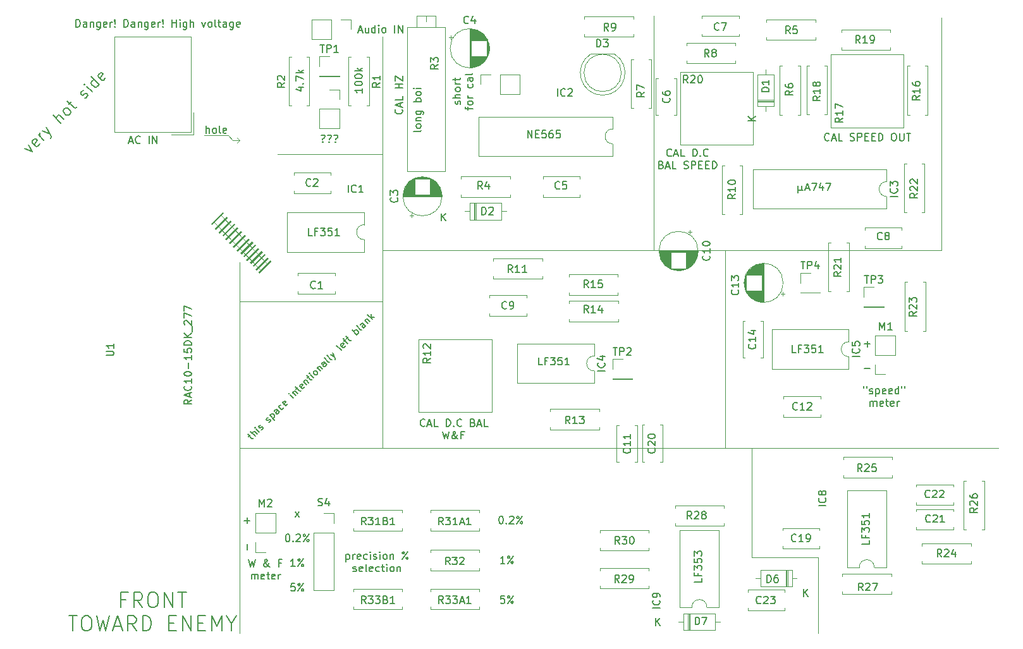
<source format=gbr>
G04 #@! TF.GenerationSoftware,KiCad,Pcbnew,5.1.7-a382d34a8~87~ubuntu20.04.1*
G04 #@! TF.CreationDate,2020-10-01T12:29:21+02:00*
G04 #@! TF.ProjectId,wowmeter,776f776d-6574-4657-922e-6b696361645f,rev?*
G04 #@! TF.SameCoordinates,Original*
G04 #@! TF.FileFunction,Legend,Top*
G04 #@! TF.FilePolarity,Positive*
%FSLAX46Y46*%
G04 Gerber Fmt 4.6, Leading zero omitted, Abs format (unit mm)*
G04 Created by KiCad (PCBNEW 5.1.7-a382d34a8~87~ubuntu20.04.1) date 2020-10-01 12:29:21*
%MOMM*%
%LPD*%
G01*
G04 APERTURE LIST*
%ADD10C,0.150000*%
%ADD11C,0.120000*%
%ADD12C,0.100000*%
G04 APERTURE END LIST*
D10*
X36545619Y-17216380D02*
X36545619Y-16216380D01*
X36783714Y-16216380D01*
X36926571Y-16264000D01*
X37021809Y-16359238D01*
X37069428Y-16454476D01*
X37117047Y-16644952D01*
X37117047Y-16787809D01*
X37069428Y-16978285D01*
X37021809Y-17073523D01*
X36926571Y-17168761D01*
X36783714Y-17216380D01*
X36545619Y-17216380D01*
X37974190Y-17216380D02*
X37974190Y-16692571D01*
X37926571Y-16597333D01*
X37831333Y-16549714D01*
X37640857Y-16549714D01*
X37545619Y-16597333D01*
X37974190Y-17168761D02*
X37878952Y-17216380D01*
X37640857Y-17216380D01*
X37545619Y-17168761D01*
X37498000Y-17073523D01*
X37498000Y-16978285D01*
X37545619Y-16883047D01*
X37640857Y-16835428D01*
X37878952Y-16835428D01*
X37974190Y-16787809D01*
X38450380Y-16549714D02*
X38450380Y-17216380D01*
X38450380Y-16644952D02*
X38498000Y-16597333D01*
X38593238Y-16549714D01*
X38736095Y-16549714D01*
X38831333Y-16597333D01*
X38878952Y-16692571D01*
X38878952Y-17216380D01*
X39783714Y-16549714D02*
X39783714Y-17359238D01*
X39736095Y-17454476D01*
X39688476Y-17502095D01*
X39593238Y-17549714D01*
X39450380Y-17549714D01*
X39355142Y-17502095D01*
X39783714Y-17168761D02*
X39688476Y-17216380D01*
X39497999Y-17216380D01*
X39402761Y-17168761D01*
X39355142Y-17121142D01*
X39307523Y-17025904D01*
X39307523Y-16740190D01*
X39355142Y-16644952D01*
X39402761Y-16597333D01*
X39497999Y-16549714D01*
X39688476Y-16549714D01*
X39783714Y-16597333D01*
X40640857Y-17168761D02*
X40545619Y-17216380D01*
X40355142Y-17216380D01*
X40259904Y-17168761D01*
X40212285Y-17073523D01*
X40212285Y-16692571D01*
X40259904Y-16597333D01*
X40355142Y-16549714D01*
X40545619Y-16549714D01*
X40640857Y-16597333D01*
X40688476Y-16692571D01*
X40688476Y-16787809D01*
X40212285Y-16883047D01*
X41117047Y-17216380D02*
X41117047Y-16549714D01*
X41117047Y-16740190D02*
X41164666Y-16644952D01*
X41212285Y-16597333D01*
X41307523Y-16549714D01*
X41402761Y-16549714D01*
X41736095Y-17121142D02*
X41783714Y-17168761D01*
X41736095Y-17216380D01*
X41688476Y-17168761D01*
X41736095Y-17121142D01*
X41736095Y-17216380D01*
X41736095Y-16835428D02*
X41688476Y-16264000D01*
X41736095Y-16216380D01*
X41783714Y-16264000D01*
X41736095Y-16835428D01*
X41736095Y-16216380D01*
X42974190Y-17216380D02*
X42974190Y-16216380D01*
X43212285Y-16216380D01*
X43355142Y-16264000D01*
X43450380Y-16359238D01*
X43498000Y-16454476D01*
X43545619Y-16644952D01*
X43545619Y-16787809D01*
X43498000Y-16978285D01*
X43450380Y-17073523D01*
X43355142Y-17168761D01*
X43212285Y-17216380D01*
X42974190Y-17216380D01*
X44402761Y-17216380D02*
X44402761Y-16692571D01*
X44355142Y-16597333D01*
X44259904Y-16549714D01*
X44069428Y-16549714D01*
X43974190Y-16597333D01*
X44402761Y-17168761D02*
X44307523Y-17216380D01*
X44069428Y-17216380D01*
X43974190Y-17168761D01*
X43926571Y-17073523D01*
X43926571Y-16978285D01*
X43974190Y-16883047D01*
X44069428Y-16835428D01*
X44307523Y-16835428D01*
X44402761Y-16787809D01*
X44878952Y-16549714D02*
X44878952Y-17216380D01*
X44878952Y-16644952D02*
X44926571Y-16597333D01*
X45021809Y-16549714D01*
X45164666Y-16549714D01*
X45259904Y-16597333D01*
X45307523Y-16692571D01*
X45307523Y-17216380D01*
X46212285Y-16549714D02*
X46212285Y-17359238D01*
X46164666Y-17454476D01*
X46117047Y-17502095D01*
X46021809Y-17549714D01*
X45878952Y-17549714D01*
X45783714Y-17502095D01*
X46212285Y-17168761D02*
X46117047Y-17216380D01*
X45926571Y-17216380D01*
X45831333Y-17168761D01*
X45783714Y-17121142D01*
X45736095Y-17025904D01*
X45736095Y-16740190D01*
X45783714Y-16644952D01*
X45831333Y-16597333D01*
X45926571Y-16549714D01*
X46117047Y-16549714D01*
X46212285Y-16597333D01*
X47069428Y-17168761D02*
X46974190Y-17216380D01*
X46783714Y-17216380D01*
X46688476Y-17168761D01*
X46640857Y-17073523D01*
X46640857Y-16692571D01*
X46688476Y-16597333D01*
X46783714Y-16549714D01*
X46974190Y-16549714D01*
X47069428Y-16597333D01*
X47117047Y-16692571D01*
X47117047Y-16787809D01*
X46640857Y-16883047D01*
X47545619Y-17216380D02*
X47545619Y-16549714D01*
X47545619Y-16740190D02*
X47593238Y-16644952D01*
X47640857Y-16597333D01*
X47736095Y-16549714D01*
X47831333Y-16549714D01*
X48164666Y-17121142D02*
X48212285Y-17168761D01*
X48164666Y-17216380D01*
X48117047Y-17168761D01*
X48164666Y-17121142D01*
X48164666Y-17216380D01*
X48164666Y-16835428D02*
X48117047Y-16264000D01*
X48164666Y-16216380D01*
X48212285Y-16264000D01*
X48164666Y-16835428D01*
X48164666Y-16216380D01*
X49402761Y-17216380D02*
X49402761Y-16216380D01*
X49402761Y-16692571D02*
X49974190Y-16692571D01*
X49974190Y-17216380D02*
X49974190Y-16216380D01*
X50450380Y-17216380D02*
X50450380Y-16549714D01*
X50450380Y-16216380D02*
X50402761Y-16264000D01*
X50450380Y-16311619D01*
X50497999Y-16264000D01*
X50450380Y-16216380D01*
X50450380Y-16311619D01*
X51355142Y-16549714D02*
X51355142Y-17359238D01*
X51307523Y-17454476D01*
X51259904Y-17502095D01*
X51164666Y-17549714D01*
X51021809Y-17549714D01*
X50926571Y-17502095D01*
X51355142Y-17168761D02*
X51259904Y-17216380D01*
X51069428Y-17216380D01*
X50974190Y-17168761D01*
X50926571Y-17121142D01*
X50878952Y-17025904D01*
X50878952Y-16740190D01*
X50926571Y-16644952D01*
X50974190Y-16597333D01*
X51069428Y-16549714D01*
X51259904Y-16549714D01*
X51355142Y-16597333D01*
X51831333Y-17216380D02*
X51831333Y-16216380D01*
X52259904Y-17216380D02*
X52259904Y-16692571D01*
X52212285Y-16597333D01*
X52117047Y-16549714D01*
X51974190Y-16549714D01*
X51878952Y-16597333D01*
X51831333Y-16644952D01*
X53402761Y-16549714D02*
X53640857Y-17216380D01*
X53878952Y-16549714D01*
X54402761Y-17216380D02*
X54307523Y-17168761D01*
X54259904Y-17121142D01*
X54212285Y-17025904D01*
X54212285Y-16740190D01*
X54259904Y-16644952D01*
X54307523Y-16597333D01*
X54402761Y-16549714D01*
X54545619Y-16549714D01*
X54640857Y-16597333D01*
X54688476Y-16644952D01*
X54736095Y-16740190D01*
X54736095Y-17025904D01*
X54688476Y-17121142D01*
X54640857Y-17168761D01*
X54545619Y-17216380D01*
X54402761Y-17216380D01*
X55307523Y-17216380D02*
X55212285Y-17168761D01*
X55164666Y-17073523D01*
X55164666Y-16216380D01*
X55545619Y-16549714D02*
X55926571Y-16549714D01*
X55688476Y-16216380D02*
X55688476Y-17073523D01*
X55736095Y-17168761D01*
X55831333Y-17216380D01*
X55926571Y-17216380D01*
X56688476Y-17216380D02*
X56688476Y-16692571D01*
X56640857Y-16597333D01*
X56545619Y-16549714D01*
X56355142Y-16549714D01*
X56259904Y-16597333D01*
X56688476Y-17168761D02*
X56593238Y-17216380D01*
X56355142Y-17216380D01*
X56259904Y-17168761D01*
X56212285Y-17073523D01*
X56212285Y-16978285D01*
X56259904Y-16883047D01*
X56355142Y-16835428D01*
X56593238Y-16835428D01*
X56688476Y-16787809D01*
X57593238Y-16549714D02*
X57593238Y-17359238D01*
X57545619Y-17454476D01*
X57497999Y-17502095D01*
X57402761Y-17549714D01*
X57259904Y-17549714D01*
X57164666Y-17502095D01*
X57593238Y-17168761D02*
X57497999Y-17216380D01*
X57307523Y-17216380D01*
X57212285Y-17168761D01*
X57164666Y-17121142D01*
X57117047Y-17025904D01*
X57117047Y-16740190D01*
X57164666Y-16644952D01*
X57212285Y-16597333D01*
X57307523Y-16549714D01*
X57497999Y-16549714D01*
X57593238Y-16597333D01*
X58450380Y-17168761D02*
X58355142Y-17216380D01*
X58164666Y-17216380D01*
X58069428Y-17168761D01*
X58021809Y-17073523D01*
X58021809Y-16692571D01*
X58069428Y-16597333D01*
X58164666Y-16549714D01*
X58355142Y-16549714D01*
X58450380Y-16597333D01*
X58497999Y-16692571D01*
X58497999Y-16787809D01*
X58021809Y-16883047D01*
D11*
X77597000Y-53975000D02*
X77597000Y-73596500D01*
D10*
X59659589Y-72084169D02*
X59902025Y-71841732D01*
X59538370Y-71781123D02*
X60083853Y-72326606D01*
X60174767Y-72356910D01*
X60265680Y-72326606D01*
X60326289Y-72265997D01*
X60538421Y-72053865D02*
X59902025Y-71417468D01*
X60811163Y-71781123D02*
X60477812Y-71447773D01*
X60386899Y-71417468D01*
X60295985Y-71447773D01*
X60205071Y-71538687D01*
X60174767Y-71629600D01*
X60174767Y-71690210D01*
X61114208Y-71478078D02*
X60689944Y-71053813D01*
X60477812Y-70841681D02*
X60477812Y-70902291D01*
X60538421Y-70902291D01*
X60538421Y-70841681D01*
X60477812Y-70841681D01*
X60538421Y-70902291D01*
X61356645Y-71175032D02*
X61447559Y-71144727D01*
X61568777Y-71023509D01*
X61599082Y-70932595D01*
X61568777Y-70841681D01*
X61538472Y-70811377D01*
X61447559Y-70781072D01*
X61356645Y-70811377D01*
X61265731Y-70902291D01*
X61174818Y-70932595D01*
X61083904Y-70902291D01*
X61053599Y-70871986D01*
X61023295Y-70781072D01*
X61053599Y-70690159D01*
X61144513Y-70599245D01*
X61235427Y-70568940D01*
X62356696Y-70174981D02*
X62447610Y-70144676D01*
X62568828Y-70023458D01*
X62599133Y-69932544D01*
X62568828Y-69841630D01*
X62538523Y-69811326D01*
X62447610Y-69781021D01*
X62356696Y-69811326D01*
X62265782Y-69902240D01*
X62174869Y-69932544D01*
X62083955Y-69902240D01*
X62053650Y-69871935D01*
X62023346Y-69781021D01*
X62053650Y-69690108D01*
X62144564Y-69599194D01*
X62235478Y-69568889D01*
X62508219Y-69235539D02*
X63144615Y-69871935D01*
X62538523Y-69265843D02*
X62568828Y-69174930D01*
X62690046Y-69053711D01*
X62780960Y-69023407D01*
X62841569Y-69023407D01*
X62932483Y-69053711D01*
X63114310Y-69235539D01*
X63144615Y-69326453D01*
X63144615Y-69387062D01*
X63114310Y-69477976D01*
X62993092Y-69599194D01*
X62902178Y-69629498D01*
X63781011Y-68811275D02*
X63447661Y-68477925D01*
X63356747Y-68447620D01*
X63265833Y-68477925D01*
X63144615Y-68599143D01*
X63114310Y-68690057D01*
X63750707Y-68780970D02*
X63720402Y-68871884D01*
X63568879Y-69023407D01*
X63477965Y-69053711D01*
X63387052Y-69023407D01*
X63326442Y-68962798D01*
X63296138Y-68871884D01*
X63326442Y-68780970D01*
X63477965Y-68629447D01*
X63508270Y-68538534D01*
X64326493Y-68205183D02*
X64296189Y-68296097D01*
X64174971Y-68417315D01*
X64084057Y-68447620D01*
X64023448Y-68447620D01*
X63932534Y-68417315D01*
X63750707Y-68235488D01*
X63720402Y-68144574D01*
X63720402Y-68083965D01*
X63750707Y-67993051D01*
X63871925Y-67871833D01*
X63962839Y-67841528D01*
X64841671Y-67690006D02*
X64811367Y-67780919D01*
X64690148Y-67902138D01*
X64599235Y-67932442D01*
X64508321Y-67902138D01*
X64265884Y-67659701D01*
X64235580Y-67568787D01*
X64265884Y-67477873D01*
X64387103Y-67356655D01*
X64478016Y-67326351D01*
X64568930Y-67356655D01*
X64629539Y-67417264D01*
X64387103Y-67780919D01*
X65659895Y-66932391D02*
X65235631Y-66508127D01*
X65023499Y-66295995D02*
X65023499Y-66356604D01*
X65084108Y-66356604D01*
X65084108Y-66295995D01*
X65023499Y-66295995D01*
X65084108Y-66356604D01*
X65538677Y-66205081D02*
X65962941Y-66629345D01*
X65599286Y-66265690D02*
X65599286Y-66205081D01*
X65629590Y-66114168D01*
X65720504Y-66023254D01*
X65811418Y-65992949D01*
X65902331Y-66023254D01*
X66235682Y-66356604D01*
X66023550Y-65720208D02*
X66265986Y-65477771D01*
X65902331Y-65417162D02*
X66447814Y-65962645D01*
X66538728Y-65992949D01*
X66629641Y-65962645D01*
X66690250Y-65902036D01*
X67114514Y-65417162D02*
X67084210Y-65508076D01*
X66962992Y-65629294D01*
X66872078Y-65659599D01*
X66781164Y-65629294D01*
X66538728Y-65386858D01*
X66508423Y-65295944D01*
X66538728Y-65205030D01*
X66659946Y-65083812D01*
X66750860Y-65053507D01*
X66841773Y-65083812D01*
X66902382Y-65144421D01*
X66659946Y-65508076D01*
X67023601Y-64720157D02*
X67447865Y-65144421D01*
X67084210Y-64780766D02*
X67084210Y-64720157D01*
X67114514Y-64629243D01*
X67205428Y-64538330D01*
X67296342Y-64508025D01*
X67387256Y-64538330D01*
X67720606Y-64871680D01*
X67508474Y-64235284D02*
X67750911Y-63992847D01*
X67387256Y-63932238D02*
X67932738Y-64477720D01*
X68023652Y-64508025D01*
X68114566Y-64477720D01*
X68175175Y-64417111D01*
X68387307Y-64204979D02*
X67963043Y-63780715D01*
X67750911Y-63568583D02*
X67750911Y-63629192D01*
X67811520Y-63629192D01*
X67811520Y-63568583D01*
X67750911Y-63568583D01*
X67811520Y-63629192D01*
X68781266Y-63811020D02*
X68690352Y-63841324D01*
X68629743Y-63841324D01*
X68538830Y-63811020D01*
X68357002Y-63629192D01*
X68326698Y-63538279D01*
X68326698Y-63477669D01*
X68357002Y-63386756D01*
X68447916Y-63295842D01*
X68538830Y-63265537D01*
X68599439Y-63265537D01*
X68690352Y-63295842D01*
X68872180Y-63477669D01*
X68902485Y-63568583D01*
X68902485Y-63629192D01*
X68872180Y-63720106D01*
X68781266Y-63811020D01*
X68841875Y-62901882D02*
X69266139Y-63326147D01*
X68902485Y-62962492D02*
X68902485Y-62901882D01*
X68932789Y-62810969D01*
X69023703Y-62720055D01*
X69114617Y-62689750D01*
X69205530Y-62720055D01*
X69538881Y-63053405D01*
X70114668Y-62477618D02*
X69781317Y-62144268D01*
X69690403Y-62113963D01*
X69599490Y-62144268D01*
X69478271Y-62265486D01*
X69447967Y-62356400D01*
X70084363Y-62447314D02*
X70054058Y-62538228D01*
X69902536Y-62689750D01*
X69811622Y-62720055D01*
X69720708Y-62689750D01*
X69660099Y-62629141D01*
X69629794Y-62538228D01*
X69660099Y-62447314D01*
X69811622Y-62295791D01*
X69841926Y-62204877D01*
X70508627Y-62083659D02*
X70417713Y-62113963D01*
X70326800Y-62083659D01*
X69781317Y-61538177D01*
X70841977Y-61750309D02*
X70751064Y-61780613D01*
X70660150Y-61750309D01*
X70114668Y-61204826D01*
X70599541Y-61144217D02*
X71175328Y-61416958D01*
X70902587Y-60841171D02*
X71175328Y-61416958D01*
X71266241Y-61629090D01*
X71266241Y-61689699D01*
X71235937Y-61780613D01*
X72145074Y-60447212D02*
X72054160Y-60477516D01*
X71963247Y-60447212D01*
X71417764Y-59901729D01*
X72599643Y-59932034D02*
X72569338Y-60022948D01*
X72448120Y-60144166D01*
X72357206Y-60174471D01*
X72266292Y-60144166D01*
X72023856Y-59901729D01*
X71993551Y-59810816D01*
X72023856Y-59719902D01*
X72145074Y-59598684D01*
X72235988Y-59568379D01*
X72326902Y-59598684D01*
X72387511Y-59659293D01*
X72145074Y-60022948D01*
X72417815Y-59325942D02*
X72660252Y-59083506D01*
X72932993Y-59659293D02*
X72387511Y-59113810D01*
X72357206Y-59022897D01*
X72387511Y-58931983D01*
X72448120Y-58871374D01*
X72781470Y-58962288D02*
X73023907Y-58719851D01*
X72660252Y-58659242D02*
X73205734Y-59204724D01*
X73296648Y-59235029D01*
X73387562Y-59204724D01*
X73448171Y-59144115D01*
X74145176Y-58447110D02*
X73508780Y-57810714D01*
X73751217Y-58053150D02*
X73781521Y-57962237D01*
X73902740Y-57841018D01*
X73993653Y-57810714D01*
X74054262Y-57810714D01*
X74145176Y-57841018D01*
X74327004Y-58022846D01*
X74357308Y-58113759D01*
X74357308Y-58174369D01*
X74327004Y-58265282D01*
X74205785Y-58386501D01*
X74114872Y-58416805D01*
X74811877Y-57780409D02*
X74720963Y-57810714D01*
X74630049Y-57780409D01*
X74084567Y-57234927D01*
X75327055Y-57265231D02*
X74993704Y-56931881D01*
X74902791Y-56901576D01*
X74811877Y-56931881D01*
X74690659Y-57053099D01*
X74660354Y-57144013D01*
X75296750Y-57234927D02*
X75266446Y-57325840D01*
X75114923Y-57477363D01*
X75024009Y-57507668D01*
X74933095Y-57477363D01*
X74872486Y-57416754D01*
X74842181Y-57325840D01*
X74872486Y-57234927D01*
X75024009Y-57083404D01*
X75054313Y-56992490D01*
X75205836Y-56537921D02*
X75630100Y-56962186D01*
X75266446Y-56598531D02*
X75266446Y-56537921D01*
X75296750Y-56447008D01*
X75387664Y-56356094D01*
X75478578Y-56325789D01*
X75569491Y-56356094D01*
X75902842Y-56689444D01*
X76205887Y-56386399D02*
X75569491Y-55750002D01*
X76024060Y-56083353D02*
X76448324Y-56143962D01*
X76024060Y-55719698D02*
X76024060Y-56204571D01*
X43228071Y-93913142D02*
X42561404Y-93913142D01*
X42561404Y-94960761D02*
X42561404Y-92960761D01*
X43513785Y-92960761D01*
X45418547Y-94960761D02*
X44751880Y-94008380D01*
X44275690Y-94960761D02*
X44275690Y-92960761D01*
X45037595Y-92960761D01*
X45228071Y-93056000D01*
X45323309Y-93151238D01*
X45418547Y-93341714D01*
X45418547Y-93627428D01*
X45323309Y-93817904D01*
X45228071Y-93913142D01*
X45037595Y-94008380D01*
X44275690Y-94008380D01*
X46656642Y-92960761D02*
X47037595Y-92960761D01*
X47228071Y-93056000D01*
X47418547Y-93246476D01*
X47513785Y-93627428D01*
X47513785Y-94294095D01*
X47418547Y-94675047D01*
X47228071Y-94865523D01*
X47037595Y-94960761D01*
X46656642Y-94960761D01*
X46466166Y-94865523D01*
X46275690Y-94675047D01*
X46180452Y-94294095D01*
X46180452Y-93627428D01*
X46275690Y-93246476D01*
X46466166Y-93056000D01*
X46656642Y-92960761D01*
X48370928Y-94960761D02*
X48370928Y-92960761D01*
X49513785Y-94960761D01*
X49513785Y-92960761D01*
X50180452Y-92960761D02*
X51323309Y-92960761D01*
X50751880Y-94960761D02*
X50751880Y-92960761D01*
X35561404Y-96110761D02*
X36704261Y-96110761D01*
X36132833Y-98110761D02*
X36132833Y-96110761D01*
X37751880Y-96110761D02*
X38132833Y-96110761D01*
X38323309Y-96206000D01*
X38513785Y-96396476D01*
X38609023Y-96777428D01*
X38609023Y-97444095D01*
X38513785Y-97825047D01*
X38323309Y-98015523D01*
X38132833Y-98110761D01*
X37751880Y-98110761D01*
X37561404Y-98015523D01*
X37370928Y-97825047D01*
X37275690Y-97444095D01*
X37275690Y-96777428D01*
X37370928Y-96396476D01*
X37561404Y-96206000D01*
X37751880Y-96110761D01*
X39275690Y-96110761D02*
X39751880Y-98110761D01*
X40132833Y-96682190D01*
X40513785Y-98110761D01*
X40989976Y-96110761D01*
X41656642Y-97539333D02*
X42609023Y-97539333D01*
X41466166Y-98110761D02*
X42132833Y-96110761D01*
X42799499Y-98110761D01*
X44609023Y-98110761D02*
X43942357Y-97158380D01*
X43466166Y-98110761D02*
X43466166Y-96110761D01*
X44228071Y-96110761D01*
X44418547Y-96206000D01*
X44513785Y-96301238D01*
X44609023Y-96491714D01*
X44609023Y-96777428D01*
X44513785Y-96967904D01*
X44418547Y-97063142D01*
X44228071Y-97158380D01*
X43466166Y-97158380D01*
X45466166Y-98110761D02*
X45466166Y-96110761D01*
X45942357Y-96110761D01*
X46228071Y-96206000D01*
X46418547Y-96396476D01*
X46513785Y-96586952D01*
X46609023Y-96967904D01*
X46609023Y-97253619D01*
X46513785Y-97634571D01*
X46418547Y-97825047D01*
X46228071Y-98015523D01*
X45942357Y-98110761D01*
X45466166Y-98110761D01*
X48989976Y-97063142D02*
X49656642Y-97063142D01*
X49942357Y-98110761D02*
X48989976Y-98110761D01*
X48989976Y-96110761D01*
X49942357Y-96110761D01*
X50799499Y-98110761D02*
X50799499Y-96110761D01*
X51942357Y-98110761D01*
X51942357Y-96110761D01*
X52894738Y-97063142D02*
X53561404Y-97063142D01*
X53847119Y-98110761D02*
X52894738Y-98110761D01*
X52894738Y-96110761D01*
X53847119Y-96110761D01*
X54704261Y-98110761D02*
X54704261Y-96110761D01*
X55370928Y-97539333D01*
X56037595Y-96110761D01*
X56037595Y-98110761D01*
X57370928Y-97158380D02*
X57370928Y-98110761D01*
X56704261Y-96110761D02*
X57370928Y-97158380D01*
X58037595Y-96110761D01*
D11*
X58483500Y-48704500D02*
X58483500Y-98425000D01*
X135953500Y-88265000D02*
X135953500Y-98425000D01*
X127000000Y-88265000D02*
X135953500Y-88265000D01*
X127000000Y-73660000D02*
X127000000Y-88265000D01*
X80835500Y-73660000D02*
X160020000Y-73660000D01*
X123444000Y-73660000D02*
X123444000Y-47117000D01*
X77597000Y-53975000D02*
X58483500Y-53975000D01*
D10*
X87971761Y-27558785D02*
X88019380Y-27463547D01*
X88019380Y-27273071D01*
X87971761Y-27177833D01*
X87876523Y-27130214D01*
X87828904Y-27130214D01*
X87733666Y-27177833D01*
X87686047Y-27273071D01*
X87686047Y-27415928D01*
X87638428Y-27511166D01*
X87543190Y-27558785D01*
X87495571Y-27558785D01*
X87400333Y-27511166D01*
X87352714Y-27415928D01*
X87352714Y-27273071D01*
X87400333Y-27177833D01*
X88019380Y-26701642D02*
X87019380Y-26701642D01*
X88019380Y-26273071D02*
X87495571Y-26273071D01*
X87400333Y-26320690D01*
X87352714Y-26415928D01*
X87352714Y-26558785D01*
X87400333Y-26654023D01*
X87447952Y-26701642D01*
X88019380Y-25654023D02*
X87971761Y-25749261D01*
X87924142Y-25796880D01*
X87828904Y-25844500D01*
X87543190Y-25844500D01*
X87447952Y-25796880D01*
X87400333Y-25749261D01*
X87352714Y-25654023D01*
X87352714Y-25511166D01*
X87400333Y-25415928D01*
X87447952Y-25368309D01*
X87543190Y-25320690D01*
X87828904Y-25320690D01*
X87924142Y-25368309D01*
X87971761Y-25415928D01*
X88019380Y-25511166D01*
X88019380Y-25654023D01*
X88019380Y-24892119D02*
X87352714Y-24892119D01*
X87543190Y-24892119D02*
X87447952Y-24844500D01*
X87400333Y-24796880D01*
X87352714Y-24701642D01*
X87352714Y-24606404D01*
X87352714Y-24415928D02*
X87352714Y-24034976D01*
X87019380Y-24273071D02*
X87876523Y-24273071D01*
X87971761Y-24225452D01*
X88019380Y-24130214D01*
X88019380Y-24034976D01*
X89002714Y-28320690D02*
X89002714Y-27939738D01*
X89669380Y-28177833D02*
X88812238Y-28177833D01*
X88717000Y-28130214D01*
X88669380Y-28034976D01*
X88669380Y-27939738D01*
X89669380Y-27463547D02*
X89621761Y-27558785D01*
X89574142Y-27606404D01*
X89478904Y-27654023D01*
X89193190Y-27654023D01*
X89097952Y-27606404D01*
X89050333Y-27558785D01*
X89002714Y-27463547D01*
X89002714Y-27320690D01*
X89050333Y-27225452D01*
X89097952Y-27177833D01*
X89193190Y-27130214D01*
X89478904Y-27130214D01*
X89574142Y-27177833D01*
X89621761Y-27225452D01*
X89669380Y-27320690D01*
X89669380Y-27463547D01*
X89669380Y-26701642D02*
X89002714Y-26701642D01*
X89193190Y-26701642D02*
X89097952Y-26654023D01*
X89050333Y-26606404D01*
X89002714Y-26511166D01*
X89002714Y-26415928D01*
X89621761Y-24892119D02*
X89669380Y-24987357D01*
X89669380Y-25177833D01*
X89621761Y-25273071D01*
X89574142Y-25320690D01*
X89478904Y-25368309D01*
X89193190Y-25368309D01*
X89097952Y-25320690D01*
X89050333Y-25273071D01*
X89002714Y-25177833D01*
X89002714Y-24987357D01*
X89050333Y-24892119D01*
X89669380Y-24034976D02*
X89145571Y-24034976D01*
X89050333Y-24082595D01*
X89002714Y-24177833D01*
X89002714Y-24368309D01*
X89050333Y-24463547D01*
X89621761Y-24034976D02*
X89669380Y-24130214D01*
X89669380Y-24368309D01*
X89621761Y-24463547D01*
X89526523Y-24511166D01*
X89431285Y-24511166D01*
X89336047Y-24463547D01*
X89288428Y-24368309D01*
X89288428Y-24130214D01*
X89240809Y-24034976D01*
X89669380Y-23415928D02*
X89621761Y-23511166D01*
X89526523Y-23558785D01*
X88669380Y-23558785D01*
D11*
X80835500Y-73660000D02*
X58483500Y-73660000D01*
X152400000Y-47117000D02*
X152400000Y-15938500D01*
X77597000Y-47117000D02*
X152400000Y-47117000D01*
X56896000Y-31750000D02*
X53721000Y-31750000D01*
X58420000Y-32385000D02*
X58102500Y-32702500D01*
X58420000Y-32385000D02*
X58102500Y-32067500D01*
X57531000Y-32385000D02*
X58420000Y-32385000D01*
X56896000Y-31750000D02*
X57531000Y-32385000D01*
D10*
X53951357Y-31440380D02*
X53951357Y-30440380D01*
X54379928Y-31440380D02*
X54379928Y-30916571D01*
X54332309Y-30821333D01*
X54237071Y-30773714D01*
X54094214Y-30773714D01*
X53998976Y-30821333D01*
X53951357Y-30868952D01*
X54998976Y-31440380D02*
X54903738Y-31392761D01*
X54856119Y-31345142D01*
X54808500Y-31249904D01*
X54808500Y-30964190D01*
X54856119Y-30868952D01*
X54903738Y-30821333D01*
X54998976Y-30773714D01*
X55141833Y-30773714D01*
X55237071Y-30821333D01*
X55284690Y-30868952D01*
X55332309Y-30964190D01*
X55332309Y-31249904D01*
X55284690Y-31345142D01*
X55237071Y-31392761D01*
X55141833Y-31440380D01*
X54998976Y-31440380D01*
X55903738Y-31440380D02*
X55808500Y-31392761D01*
X55760880Y-31297523D01*
X55760880Y-30440380D01*
X56665642Y-31392761D02*
X56570404Y-31440380D01*
X56379928Y-31440380D01*
X56284690Y-31392761D01*
X56237071Y-31297523D01*
X56237071Y-30916571D01*
X56284690Y-30821333D01*
X56379928Y-30773714D01*
X56570404Y-30773714D01*
X56665642Y-30821333D01*
X56713261Y-30916571D01*
X56713261Y-31011809D01*
X56237071Y-31107047D01*
D11*
X113919000Y-47117000D02*
X113919000Y-15748000D01*
X77597000Y-34226500D02*
X77597000Y-18542000D01*
X77597000Y-34226500D02*
X77597000Y-53975000D01*
X63500000Y-34226500D02*
X77597000Y-34226500D01*
D10*
X82748380Y-31082904D02*
X82700761Y-31178142D01*
X82605523Y-31225761D01*
X81748380Y-31225761D01*
X82748380Y-30559095D02*
X82700761Y-30654333D01*
X82653142Y-30701952D01*
X82557904Y-30749571D01*
X82272190Y-30749571D01*
X82176952Y-30701952D01*
X82129333Y-30654333D01*
X82081714Y-30559095D01*
X82081714Y-30416238D01*
X82129333Y-30321000D01*
X82176952Y-30273380D01*
X82272190Y-30225761D01*
X82557904Y-30225761D01*
X82653142Y-30273380D01*
X82700761Y-30321000D01*
X82748380Y-30416238D01*
X82748380Y-30559095D01*
X82081714Y-29797190D02*
X82748380Y-29797190D01*
X82176952Y-29797190D02*
X82129333Y-29749571D01*
X82081714Y-29654333D01*
X82081714Y-29511476D01*
X82129333Y-29416238D01*
X82224571Y-29368619D01*
X82748380Y-29368619D01*
X82081714Y-28463857D02*
X82891238Y-28463857D01*
X82986476Y-28511476D01*
X83034095Y-28559095D01*
X83081714Y-28654333D01*
X83081714Y-28797190D01*
X83034095Y-28892428D01*
X82700761Y-28463857D02*
X82748380Y-28559095D01*
X82748380Y-28749571D01*
X82700761Y-28844809D01*
X82653142Y-28892428D01*
X82557904Y-28940047D01*
X82272190Y-28940047D01*
X82176952Y-28892428D01*
X82129333Y-28844809D01*
X82081714Y-28749571D01*
X82081714Y-28559095D01*
X82129333Y-28463857D01*
X82748380Y-27225761D02*
X81748380Y-27225761D01*
X82129333Y-27225761D02*
X82081714Y-27130523D01*
X82081714Y-26940047D01*
X82129333Y-26844809D01*
X82176952Y-26797190D01*
X82272190Y-26749571D01*
X82557904Y-26749571D01*
X82653142Y-26797190D01*
X82700761Y-26844809D01*
X82748380Y-26940047D01*
X82748380Y-27130523D01*
X82700761Y-27225761D01*
X82748380Y-26178142D02*
X82700761Y-26273380D01*
X82653142Y-26321000D01*
X82557904Y-26368619D01*
X82272190Y-26368619D01*
X82176952Y-26321000D01*
X82129333Y-26273380D01*
X82081714Y-26178142D01*
X82081714Y-26035285D01*
X82129333Y-25940047D01*
X82176952Y-25892428D01*
X82272190Y-25844809D01*
X82557904Y-25844809D01*
X82653142Y-25892428D01*
X82700761Y-25940047D01*
X82748380Y-26035285D01*
X82748380Y-26178142D01*
X82748380Y-25416238D02*
X82081714Y-25416238D01*
X81748380Y-25416238D02*
X81796000Y-25463857D01*
X81843619Y-25416238D01*
X81796000Y-25368619D01*
X81748380Y-25416238D01*
X81843619Y-25416238D01*
D12*
G36*
X56261000Y-42164000D02*
G01*
X54737000Y-43688000D01*
X54610000Y-43561000D01*
X56134000Y-42037000D01*
X56261000Y-42164000D01*
G37*
X56261000Y-42164000D02*
X54737000Y-43688000D01*
X54610000Y-43561000D01*
X56134000Y-42037000D01*
X56261000Y-42164000D01*
G36*
X62611000Y-48641000D02*
G01*
X61087000Y-50165000D01*
X60960000Y-50038000D01*
X62484000Y-48514000D01*
X62611000Y-48641000D01*
G37*
X62611000Y-48641000D02*
X61087000Y-50165000D01*
X60960000Y-50038000D01*
X62484000Y-48514000D01*
X62611000Y-48641000D01*
G36*
X62230000Y-48260000D02*
G01*
X60706000Y-49784000D01*
X60579000Y-49657000D01*
X62103000Y-48133000D01*
X62230000Y-48260000D01*
G37*
X62230000Y-48260000D02*
X60706000Y-49784000D01*
X60579000Y-49657000D01*
X62103000Y-48133000D01*
X62230000Y-48260000D01*
G36*
X61849000Y-47752000D02*
G01*
X60325000Y-49276000D01*
X60198000Y-49149000D01*
X61722000Y-47625000D01*
X61849000Y-47752000D01*
G37*
X61849000Y-47752000D02*
X60325000Y-49276000D01*
X60198000Y-49149000D01*
X61722000Y-47625000D01*
X61849000Y-47752000D01*
G36*
X61468000Y-47371000D02*
G01*
X59944000Y-48895000D01*
X59817000Y-48768000D01*
X61341000Y-47244000D01*
X61468000Y-47371000D01*
G37*
X61468000Y-47371000D02*
X59944000Y-48895000D01*
X59817000Y-48768000D01*
X61341000Y-47244000D01*
X61468000Y-47371000D01*
G36*
X60960000Y-46990000D02*
G01*
X59436000Y-48514000D01*
X59309000Y-48387000D01*
X60833000Y-46863000D01*
X60960000Y-46990000D01*
G37*
X60960000Y-46990000D02*
X59436000Y-48514000D01*
X59309000Y-48387000D01*
X60833000Y-46863000D01*
X60960000Y-46990000D01*
G36*
X60579000Y-46482000D02*
G01*
X59055000Y-48006000D01*
X58928000Y-47879000D01*
X60452000Y-46355000D01*
X60579000Y-46482000D01*
G37*
X60579000Y-46482000D02*
X59055000Y-48006000D01*
X58928000Y-47879000D01*
X60452000Y-46355000D01*
X60579000Y-46482000D01*
G36*
X60198000Y-46101000D02*
G01*
X58674000Y-47625000D01*
X58547000Y-47498000D01*
X60071000Y-45974000D01*
X60198000Y-46101000D01*
G37*
X60198000Y-46101000D02*
X58674000Y-47625000D01*
X58547000Y-47498000D01*
X60071000Y-45974000D01*
X60198000Y-46101000D01*
G36*
X59690000Y-45720000D02*
G01*
X58166000Y-47244000D01*
X58039000Y-47117000D01*
X59563000Y-45593000D01*
X59690000Y-45720000D01*
G37*
X59690000Y-45720000D02*
X58166000Y-47244000D01*
X58039000Y-47117000D01*
X59563000Y-45593000D01*
X59690000Y-45720000D01*
G36*
X59182000Y-45212000D02*
G01*
X57658000Y-46736000D01*
X57531000Y-46609000D01*
X59055000Y-45085000D01*
X59182000Y-45212000D01*
G37*
X59182000Y-45212000D02*
X57658000Y-46736000D01*
X57531000Y-46609000D01*
X59055000Y-45085000D01*
X59182000Y-45212000D01*
G36*
X58674000Y-44704000D02*
G01*
X57150000Y-46228000D01*
X57023000Y-46101000D01*
X58547000Y-44577000D01*
X58674000Y-44704000D01*
G37*
X58674000Y-44704000D02*
X57150000Y-46228000D01*
X57023000Y-46101000D01*
X58547000Y-44577000D01*
X58674000Y-44704000D01*
G36*
X58166000Y-44196000D02*
G01*
X56642000Y-45720000D01*
X56515000Y-45593000D01*
X58039000Y-44069000D01*
X58166000Y-44196000D01*
G37*
X58166000Y-44196000D02*
X56642000Y-45720000D01*
X56515000Y-45593000D01*
X58039000Y-44069000D01*
X58166000Y-44196000D01*
G36*
X57785000Y-43688000D02*
G01*
X56261000Y-45212000D01*
X56134000Y-45085000D01*
X57658000Y-43561000D01*
X57785000Y-43688000D01*
G37*
X57785000Y-43688000D02*
X56261000Y-45212000D01*
X56134000Y-45085000D01*
X57658000Y-43561000D01*
X57785000Y-43688000D01*
G36*
X57277000Y-43307000D02*
G01*
X55753000Y-44831000D01*
X55626000Y-44704000D01*
X57150000Y-43180000D01*
X57277000Y-43307000D01*
G37*
X57277000Y-43307000D02*
X55753000Y-44831000D01*
X55626000Y-44704000D01*
X57150000Y-43180000D01*
X57277000Y-43307000D01*
G36*
X56769000Y-42799000D02*
G01*
X55245000Y-44323000D01*
X55118000Y-44196000D01*
X56642000Y-42672000D01*
X56769000Y-42799000D01*
G37*
X56769000Y-42799000D02*
X55245000Y-44323000D01*
X55118000Y-44196000D01*
X56642000Y-42672000D01*
X56769000Y-42799000D01*
D11*
X62103000Y-48895000D02*
X55880000Y-42418000D01*
X54991000Y-43307000D02*
X61214000Y-49784000D01*
D10*
X65905095Y-82878380D02*
X66428904Y-82211714D01*
X65905095Y-82211714D02*
X66428904Y-82878380D01*
X64833666Y-85178380D02*
X64928904Y-85178380D01*
X65024142Y-85226000D01*
X65071761Y-85273619D01*
X65119380Y-85368857D01*
X65167000Y-85559333D01*
X65167000Y-85797428D01*
X65119380Y-85987904D01*
X65071761Y-86083142D01*
X65024142Y-86130761D01*
X64928904Y-86178380D01*
X64833666Y-86178380D01*
X64738428Y-86130761D01*
X64690809Y-86083142D01*
X64643190Y-85987904D01*
X64595571Y-85797428D01*
X64595571Y-85559333D01*
X64643190Y-85368857D01*
X64690809Y-85273619D01*
X64738428Y-85226000D01*
X64833666Y-85178380D01*
X65595571Y-86083142D02*
X65643190Y-86130761D01*
X65595571Y-86178380D01*
X65547952Y-86130761D01*
X65595571Y-86083142D01*
X65595571Y-86178380D01*
X66024142Y-85273619D02*
X66071761Y-85226000D01*
X66167000Y-85178380D01*
X66405095Y-85178380D01*
X66500333Y-85226000D01*
X66547952Y-85273619D01*
X66595571Y-85368857D01*
X66595571Y-85464095D01*
X66547952Y-85606952D01*
X65976523Y-86178380D01*
X66595571Y-86178380D01*
X66976523Y-86178380D02*
X67738428Y-85178380D01*
X67119380Y-85178380D02*
X67214619Y-85226000D01*
X67262238Y-85321238D01*
X67214619Y-85416476D01*
X67119380Y-85464095D01*
X67024142Y-85416476D01*
X66976523Y-85321238D01*
X67024142Y-85226000D01*
X67119380Y-85178380D01*
X67690809Y-86130761D02*
X67738428Y-86035523D01*
X67690809Y-85940285D01*
X67595571Y-85892666D01*
X67500333Y-85940285D01*
X67452714Y-86035523D01*
X67500333Y-86130761D01*
X67595571Y-86178380D01*
X67690809Y-86130761D01*
X65881285Y-89478380D02*
X65309857Y-89478380D01*
X65595571Y-89478380D02*
X65595571Y-88478380D01*
X65500333Y-88621238D01*
X65405095Y-88716476D01*
X65309857Y-88764095D01*
X66262238Y-89478380D02*
X67024142Y-88478380D01*
X66405095Y-88478380D02*
X66500333Y-88526000D01*
X66547952Y-88621238D01*
X66500333Y-88716476D01*
X66405095Y-88764095D01*
X66309857Y-88716476D01*
X66262238Y-88621238D01*
X66309857Y-88526000D01*
X66405095Y-88478380D01*
X66976523Y-89430761D02*
X67024142Y-89335523D01*
X66976523Y-89240285D01*
X66881285Y-89192666D01*
X66786047Y-89240285D01*
X66738428Y-89335523D01*
X66786047Y-89430761D01*
X66881285Y-89478380D01*
X66976523Y-89430761D01*
X65833666Y-91778380D02*
X65357476Y-91778380D01*
X65309857Y-92254571D01*
X65357476Y-92206952D01*
X65452714Y-92159333D01*
X65690809Y-92159333D01*
X65786047Y-92206952D01*
X65833666Y-92254571D01*
X65881285Y-92349809D01*
X65881285Y-92587904D01*
X65833666Y-92683142D01*
X65786047Y-92730761D01*
X65690809Y-92778380D01*
X65452714Y-92778380D01*
X65357476Y-92730761D01*
X65309857Y-92683142D01*
X66262238Y-92778380D02*
X67024142Y-91778380D01*
X66405095Y-91778380D02*
X66500333Y-91826000D01*
X66547952Y-91921238D01*
X66500333Y-92016476D01*
X66405095Y-92064095D01*
X66309857Y-92016476D01*
X66262238Y-91921238D01*
X66309857Y-91826000D01*
X66405095Y-91778380D01*
X66976523Y-92730761D02*
X67024142Y-92635523D01*
X66976523Y-92540285D01*
X66881285Y-92492666D01*
X66786047Y-92540285D01*
X66738428Y-92635523D01*
X66786047Y-92730761D01*
X66881285Y-92778380D01*
X66976523Y-92730761D01*
X93900666Y-93432380D02*
X93424476Y-93432380D01*
X93376857Y-93908571D01*
X93424476Y-93860952D01*
X93519714Y-93813333D01*
X93757809Y-93813333D01*
X93853047Y-93860952D01*
X93900666Y-93908571D01*
X93948285Y-94003809D01*
X93948285Y-94241904D01*
X93900666Y-94337142D01*
X93853047Y-94384761D01*
X93757809Y-94432380D01*
X93519714Y-94432380D01*
X93424476Y-94384761D01*
X93376857Y-94337142D01*
X94329238Y-94432380D02*
X95091142Y-93432380D01*
X94472095Y-93432380D02*
X94567333Y-93480000D01*
X94614952Y-93575238D01*
X94567333Y-93670476D01*
X94472095Y-93718095D01*
X94376857Y-93670476D01*
X94329238Y-93575238D01*
X94376857Y-93480000D01*
X94472095Y-93432380D01*
X95043523Y-94384761D02*
X95091142Y-94289523D01*
X95043523Y-94194285D01*
X94948285Y-94146666D01*
X94853047Y-94194285D01*
X94805428Y-94289523D01*
X94853047Y-94384761D01*
X94948285Y-94432380D01*
X95043523Y-94384761D01*
X93948285Y-89098380D02*
X93376857Y-89098380D01*
X93662571Y-89098380D02*
X93662571Y-88098380D01*
X93567333Y-88241238D01*
X93472095Y-88336476D01*
X93376857Y-88384095D01*
X94329238Y-89098380D02*
X95091142Y-88098380D01*
X94472095Y-88098380D02*
X94567333Y-88146000D01*
X94614952Y-88241238D01*
X94567333Y-88336476D01*
X94472095Y-88384095D01*
X94376857Y-88336476D01*
X94329238Y-88241238D01*
X94376857Y-88146000D01*
X94472095Y-88098380D01*
X95043523Y-89050761D02*
X95091142Y-88955523D01*
X95043523Y-88860285D01*
X94948285Y-88812666D01*
X94853047Y-88860285D01*
X94805428Y-88955523D01*
X94853047Y-89050761D01*
X94948285Y-89098380D01*
X95043523Y-89050761D01*
X93408666Y-82764380D02*
X93503904Y-82764380D01*
X93599142Y-82812000D01*
X93646761Y-82859619D01*
X93694380Y-82954857D01*
X93742000Y-83145333D01*
X93742000Y-83383428D01*
X93694380Y-83573904D01*
X93646761Y-83669142D01*
X93599142Y-83716761D01*
X93503904Y-83764380D01*
X93408666Y-83764380D01*
X93313428Y-83716761D01*
X93265809Y-83669142D01*
X93218190Y-83573904D01*
X93170571Y-83383428D01*
X93170571Y-83145333D01*
X93218190Y-82954857D01*
X93265809Y-82859619D01*
X93313428Y-82812000D01*
X93408666Y-82764380D01*
X94170571Y-83669142D02*
X94218190Y-83716761D01*
X94170571Y-83764380D01*
X94122952Y-83716761D01*
X94170571Y-83669142D01*
X94170571Y-83764380D01*
X94599142Y-82859619D02*
X94646761Y-82812000D01*
X94742000Y-82764380D01*
X94980095Y-82764380D01*
X95075333Y-82812000D01*
X95122952Y-82859619D01*
X95170571Y-82954857D01*
X95170571Y-83050095D01*
X95122952Y-83192952D01*
X94551523Y-83764380D01*
X95170571Y-83764380D01*
X95551523Y-83764380D02*
X96313428Y-82764380D01*
X95694380Y-82764380D02*
X95789619Y-82812000D01*
X95837238Y-82907238D01*
X95789619Y-83002476D01*
X95694380Y-83050095D01*
X95599142Y-83002476D01*
X95551523Y-82907238D01*
X95599142Y-82812000D01*
X95694380Y-82764380D01*
X96265809Y-83716761D02*
X96313428Y-83621523D01*
X96265809Y-83526285D01*
X96170571Y-83478666D01*
X96075333Y-83526285D01*
X96027714Y-83621523D01*
X96075333Y-83716761D01*
X96170571Y-83764380D01*
X96265809Y-83716761D01*
X72715952Y-87860714D02*
X72715952Y-88860714D01*
X72715952Y-87908333D02*
X72811190Y-87860714D01*
X73001666Y-87860714D01*
X73096904Y-87908333D01*
X73144523Y-87955952D01*
X73192142Y-88051190D01*
X73192142Y-88336904D01*
X73144523Y-88432142D01*
X73096904Y-88479761D01*
X73001666Y-88527380D01*
X72811190Y-88527380D01*
X72715952Y-88479761D01*
X73620714Y-88527380D02*
X73620714Y-87860714D01*
X73620714Y-88051190D02*
X73668333Y-87955952D01*
X73715952Y-87908333D01*
X73811190Y-87860714D01*
X73906428Y-87860714D01*
X74620714Y-88479761D02*
X74525476Y-88527380D01*
X74335000Y-88527380D01*
X74239761Y-88479761D01*
X74192142Y-88384523D01*
X74192142Y-88003571D01*
X74239761Y-87908333D01*
X74335000Y-87860714D01*
X74525476Y-87860714D01*
X74620714Y-87908333D01*
X74668333Y-88003571D01*
X74668333Y-88098809D01*
X74192142Y-88194047D01*
X75525476Y-88479761D02*
X75430238Y-88527380D01*
X75239761Y-88527380D01*
X75144523Y-88479761D01*
X75096904Y-88432142D01*
X75049285Y-88336904D01*
X75049285Y-88051190D01*
X75096904Y-87955952D01*
X75144523Y-87908333D01*
X75239761Y-87860714D01*
X75430238Y-87860714D01*
X75525476Y-87908333D01*
X75954047Y-88527380D02*
X75954047Y-87860714D01*
X75954047Y-87527380D02*
X75906428Y-87575000D01*
X75954047Y-87622619D01*
X76001666Y-87575000D01*
X75954047Y-87527380D01*
X75954047Y-87622619D01*
X76382619Y-88479761D02*
X76477857Y-88527380D01*
X76668333Y-88527380D01*
X76763571Y-88479761D01*
X76811190Y-88384523D01*
X76811190Y-88336904D01*
X76763571Y-88241666D01*
X76668333Y-88194047D01*
X76525476Y-88194047D01*
X76430238Y-88146428D01*
X76382619Y-88051190D01*
X76382619Y-88003571D01*
X76430238Y-87908333D01*
X76525476Y-87860714D01*
X76668333Y-87860714D01*
X76763571Y-87908333D01*
X77239761Y-88527380D02*
X77239761Y-87860714D01*
X77239761Y-87527380D02*
X77192142Y-87575000D01*
X77239761Y-87622619D01*
X77287380Y-87575000D01*
X77239761Y-87527380D01*
X77239761Y-87622619D01*
X77858809Y-88527380D02*
X77763571Y-88479761D01*
X77715952Y-88432142D01*
X77668333Y-88336904D01*
X77668333Y-88051190D01*
X77715952Y-87955952D01*
X77763571Y-87908333D01*
X77858809Y-87860714D01*
X78001666Y-87860714D01*
X78096904Y-87908333D01*
X78144523Y-87955952D01*
X78192142Y-88051190D01*
X78192142Y-88336904D01*
X78144523Y-88432142D01*
X78096904Y-88479761D01*
X78001666Y-88527380D01*
X77858809Y-88527380D01*
X78620714Y-87860714D02*
X78620714Y-88527380D01*
X78620714Y-87955952D02*
X78668333Y-87908333D01*
X78763571Y-87860714D01*
X78906428Y-87860714D01*
X79001666Y-87908333D01*
X79049285Y-88003571D01*
X79049285Y-88527380D01*
X80239761Y-88527380D02*
X81001666Y-87527380D01*
X80382619Y-87527380D02*
X80477857Y-87575000D01*
X80525476Y-87670238D01*
X80477857Y-87765476D01*
X80382619Y-87813095D01*
X80287380Y-87765476D01*
X80239761Y-87670238D01*
X80287380Y-87575000D01*
X80382619Y-87527380D01*
X80954047Y-88479761D02*
X81001666Y-88384523D01*
X80954047Y-88289285D01*
X80858809Y-88241666D01*
X80763571Y-88289285D01*
X80715952Y-88384523D01*
X80763571Y-88479761D01*
X80858809Y-88527380D01*
X80954047Y-88479761D01*
X73644523Y-90129761D02*
X73739761Y-90177380D01*
X73930238Y-90177380D01*
X74025476Y-90129761D01*
X74073095Y-90034523D01*
X74073095Y-89986904D01*
X74025476Y-89891666D01*
X73930238Y-89844047D01*
X73787380Y-89844047D01*
X73692142Y-89796428D01*
X73644523Y-89701190D01*
X73644523Y-89653571D01*
X73692142Y-89558333D01*
X73787380Y-89510714D01*
X73930238Y-89510714D01*
X74025476Y-89558333D01*
X74882619Y-90129761D02*
X74787380Y-90177380D01*
X74596904Y-90177380D01*
X74501666Y-90129761D01*
X74454047Y-90034523D01*
X74454047Y-89653571D01*
X74501666Y-89558333D01*
X74596904Y-89510714D01*
X74787380Y-89510714D01*
X74882619Y-89558333D01*
X74930238Y-89653571D01*
X74930238Y-89748809D01*
X74454047Y-89844047D01*
X75501666Y-90177380D02*
X75406428Y-90129761D01*
X75358809Y-90034523D01*
X75358809Y-89177380D01*
X76263571Y-90129761D02*
X76168333Y-90177380D01*
X75977857Y-90177380D01*
X75882619Y-90129761D01*
X75835000Y-90034523D01*
X75835000Y-89653571D01*
X75882619Y-89558333D01*
X75977857Y-89510714D01*
X76168333Y-89510714D01*
X76263571Y-89558333D01*
X76311190Y-89653571D01*
X76311190Y-89748809D01*
X75835000Y-89844047D01*
X77168333Y-90129761D02*
X77073095Y-90177380D01*
X76882619Y-90177380D01*
X76787380Y-90129761D01*
X76739761Y-90082142D01*
X76692142Y-89986904D01*
X76692142Y-89701190D01*
X76739761Y-89605952D01*
X76787380Y-89558333D01*
X76882619Y-89510714D01*
X77073095Y-89510714D01*
X77168333Y-89558333D01*
X77454047Y-89510714D02*
X77835000Y-89510714D01*
X77596904Y-89177380D02*
X77596904Y-90034523D01*
X77644523Y-90129761D01*
X77739761Y-90177380D01*
X77835000Y-90177380D01*
X78168333Y-90177380D02*
X78168333Y-89510714D01*
X78168333Y-89177380D02*
X78120714Y-89225000D01*
X78168333Y-89272619D01*
X78215952Y-89225000D01*
X78168333Y-89177380D01*
X78168333Y-89272619D01*
X78787380Y-90177380D02*
X78692142Y-90129761D01*
X78644523Y-90082142D01*
X78596904Y-89986904D01*
X78596904Y-89701190D01*
X78644523Y-89605952D01*
X78692142Y-89558333D01*
X78787380Y-89510714D01*
X78930238Y-89510714D01*
X79025476Y-89558333D01*
X79073095Y-89605952D01*
X79120714Y-89701190D01*
X79120714Y-89986904D01*
X79073095Y-90082142D01*
X79025476Y-90129761D01*
X78930238Y-90177380D01*
X78787380Y-90177380D01*
X79549285Y-89510714D02*
X79549285Y-90177380D01*
X79549285Y-89605952D02*
X79596904Y-89558333D01*
X79692142Y-89510714D01*
X79834999Y-89510714D01*
X79930238Y-89558333D01*
X79977857Y-89653571D01*
X79977857Y-90177380D01*
X59443928Y-87232857D02*
X59443928Y-86470952D01*
X59443928Y-83709047D02*
X59443928Y-82947142D01*
X59824880Y-83328095D02*
X59062976Y-83328095D01*
X59674404Y-88543380D02*
X59912500Y-89543380D01*
X60102976Y-88829095D01*
X60293452Y-89543380D01*
X60531547Y-88543380D01*
X62483928Y-89543380D02*
X62436309Y-89543380D01*
X62341071Y-89495761D01*
X62198214Y-89352904D01*
X61960119Y-89067190D01*
X61864880Y-88924333D01*
X61817261Y-88781476D01*
X61817261Y-88686238D01*
X61864880Y-88591000D01*
X61960119Y-88543380D01*
X62007738Y-88543380D01*
X62102976Y-88591000D01*
X62150595Y-88686238D01*
X62150595Y-88733857D01*
X62102976Y-88829095D01*
X62055357Y-88876714D01*
X61769642Y-89067190D01*
X61722023Y-89114809D01*
X61674404Y-89210047D01*
X61674404Y-89352904D01*
X61722023Y-89448142D01*
X61769642Y-89495761D01*
X61864880Y-89543380D01*
X62007738Y-89543380D01*
X62102976Y-89495761D01*
X62150595Y-89448142D01*
X62293452Y-89257666D01*
X62341071Y-89114809D01*
X62341071Y-89019571D01*
X64007738Y-89019571D02*
X63674404Y-89019571D01*
X63674404Y-89543380D02*
X63674404Y-88543380D01*
X64150595Y-88543380D01*
X60031547Y-91193380D02*
X60031547Y-90526714D01*
X60031547Y-90621952D02*
X60079166Y-90574333D01*
X60174404Y-90526714D01*
X60317261Y-90526714D01*
X60412500Y-90574333D01*
X60460119Y-90669571D01*
X60460119Y-91193380D01*
X60460119Y-90669571D02*
X60507738Y-90574333D01*
X60602976Y-90526714D01*
X60745833Y-90526714D01*
X60841071Y-90574333D01*
X60888690Y-90669571D01*
X60888690Y-91193380D01*
X61745833Y-91145761D02*
X61650595Y-91193380D01*
X61460119Y-91193380D01*
X61364880Y-91145761D01*
X61317261Y-91050523D01*
X61317261Y-90669571D01*
X61364880Y-90574333D01*
X61460119Y-90526714D01*
X61650595Y-90526714D01*
X61745833Y-90574333D01*
X61793452Y-90669571D01*
X61793452Y-90764809D01*
X61317261Y-90860047D01*
X62079166Y-90526714D02*
X62460119Y-90526714D01*
X62222023Y-90193380D02*
X62222023Y-91050523D01*
X62269642Y-91145761D01*
X62364880Y-91193380D01*
X62460119Y-91193380D01*
X63174404Y-91145761D02*
X63079166Y-91193380D01*
X62888690Y-91193380D01*
X62793452Y-91145761D01*
X62745833Y-91050523D01*
X62745833Y-90669571D01*
X62793452Y-90574333D01*
X62888690Y-90526714D01*
X63079166Y-90526714D01*
X63174404Y-90574333D01*
X63222023Y-90669571D01*
X63222023Y-90764809D01*
X62745833Y-90860047D01*
X63650595Y-91193380D02*
X63650595Y-90526714D01*
X63650595Y-90717190D02*
X63698214Y-90621952D01*
X63745833Y-90574333D01*
X63841071Y-90526714D01*
X63936309Y-90526714D01*
X142874952Y-62983071D02*
X142113047Y-62983071D01*
X142874952Y-59683071D02*
X142113047Y-59683071D01*
X142494000Y-59302119D02*
X142494000Y-60064023D01*
X142041904Y-65365880D02*
X142041904Y-65556357D01*
X142422857Y-65365880D02*
X142422857Y-65556357D01*
X142803809Y-66318261D02*
X142899047Y-66365880D01*
X143089523Y-66365880D01*
X143184761Y-66318261D01*
X143232380Y-66223023D01*
X143232380Y-66175404D01*
X143184761Y-66080166D01*
X143089523Y-66032547D01*
X142946666Y-66032547D01*
X142851428Y-65984928D01*
X142803809Y-65889690D01*
X142803809Y-65842071D01*
X142851428Y-65746833D01*
X142946666Y-65699214D01*
X143089523Y-65699214D01*
X143184761Y-65746833D01*
X143660952Y-65699214D02*
X143660952Y-66699214D01*
X143660952Y-65746833D02*
X143756190Y-65699214D01*
X143946666Y-65699214D01*
X144041904Y-65746833D01*
X144089523Y-65794452D01*
X144137142Y-65889690D01*
X144137142Y-66175404D01*
X144089523Y-66270642D01*
X144041904Y-66318261D01*
X143946666Y-66365880D01*
X143756190Y-66365880D01*
X143660952Y-66318261D01*
X144946666Y-66318261D02*
X144851428Y-66365880D01*
X144660952Y-66365880D01*
X144565714Y-66318261D01*
X144518095Y-66223023D01*
X144518095Y-65842071D01*
X144565714Y-65746833D01*
X144660952Y-65699214D01*
X144851428Y-65699214D01*
X144946666Y-65746833D01*
X144994285Y-65842071D01*
X144994285Y-65937309D01*
X144518095Y-66032547D01*
X145803809Y-66318261D02*
X145708571Y-66365880D01*
X145518095Y-66365880D01*
X145422857Y-66318261D01*
X145375238Y-66223023D01*
X145375238Y-65842071D01*
X145422857Y-65746833D01*
X145518095Y-65699214D01*
X145708571Y-65699214D01*
X145803809Y-65746833D01*
X145851428Y-65842071D01*
X145851428Y-65937309D01*
X145375238Y-66032547D01*
X146708571Y-66365880D02*
X146708571Y-65365880D01*
X146708571Y-66318261D02*
X146613333Y-66365880D01*
X146422857Y-66365880D01*
X146327619Y-66318261D01*
X146280000Y-66270642D01*
X146232380Y-66175404D01*
X146232380Y-65889690D01*
X146280000Y-65794452D01*
X146327619Y-65746833D01*
X146422857Y-65699214D01*
X146613333Y-65699214D01*
X146708571Y-65746833D01*
X147137142Y-65365880D02*
X147137142Y-65556357D01*
X147518095Y-65365880D02*
X147518095Y-65556357D01*
X142899047Y-68015880D02*
X142899047Y-67349214D01*
X142899047Y-67444452D02*
X142946666Y-67396833D01*
X143041904Y-67349214D01*
X143184761Y-67349214D01*
X143280000Y-67396833D01*
X143327619Y-67492071D01*
X143327619Y-68015880D01*
X143327619Y-67492071D02*
X143375238Y-67396833D01*
X143470476Y-67349214D01*
X143613333Y-67349214D01*
X143708571Y-67396833D01*
X143756190Y-67492071D01*
X143756190Y-68015880D01*
X144613333Y-67968261D02*
X144518095Y-68015880D01*
X144327619Y-68015880D01*
X144232380Y-67968261D01*
X144184761Y-67873023D01*
X144184761Y-67492071D01*
X144232380Y-67396833D01*
X144327619Y-67349214D01*
X144518095Y-67349214D01*
X144613333Y-67396833D01*
X144660952Y-67492071D01*
X144660952Y-67587309D01*
X144184761Y-67682547D01*
X144946666Y-67349214D02*
X145327619Y-67349214D01*
X145089523Y-67015880D02*
X145089523Y-67873023D01*
X145137142Y-67968261D01*
X145232380Y-68015880D01*
X145327619Y-68015880D01*
X146041904Y-67968261D02*
X145946666Y-68015880D01*
X145756190Y-68015880D01*
X145660952Y-67968261D01*
X145613333Y-67873023D01*
X145613333Y-67492071D01*
X145660952Y-67396833D01*
X145756190Y-67349214D01*
X145946666Y-67349214D01*
X146041904Y-67396833D01*
X146089523Y-67492071D01*
X146089523Y-67587309D01*
X145613333Y-67682547D01*
X146518095Y-68015880D02*
X146518095Y-67349214D01*
X146518095Y-67539690D02*
X146565714Y-67444452D01*
X146613333Y-67396833D01*
X146708571Y-67349214D01*
X146803809Y-67349214D01*
X116284642Y-34457142D02*
X116237023Y-34504761D01*
X116094166Y-34552380D01*
X115998928Y-34552380D01*
X115856071Y-34504761D01*
X115760833Y-34409523D01*
X115713214Y-34314285D01*
X115665595Y-34123809D01*
X115665595Y-33980952D01*
X115713214Y-33790476D01*
X115760833Y-33695238D01*
X115856071Y-33600000D01*
X115998928Y-33552380D01*
X116094166Y-33552380D01*
X116237023Y-33600000D01*
X116284642Y-33647619D01*
X116665595Y-34266666D02*
X117141785Y-34266666D01*
X116570357Y-34552380D02*
X116903690Y-33552380D01*
X117237023Y-34552380D01*
X118046547Y-34552380D02*
X117570357Y-34552380D01*
X117570357Y-33552380D01*
X119141785Y-34552380D02*
X119141785Y-33552380D01*
X119379880Y-33552380D01*
X119522738Y-33600000D01*
X119617976Y-33695238D01*
X119665595Y-33790476D01*
X119713214Y-33980952D01*
X119713214Y-34123809D01*
X119665595Y-34314285D01*
X119617976Y-34409523D01*
X119522738Y-34504761D01*
X119379880Y-34552380D01*
X119141785Y-34552380D01*
X120141785Y-34457142D02*
X120189404Y-34504761D01*
X120141785Y-34552380D01*
X120094166Y-34504761D01*
X120141785Y-34457142D01*
X120141785Y-34552380D01*
X121189404Y-34457142D02*
X121141785Y-34504761D01*
X120998928Y-34552380D01*
X120903690Y-34552380D01*
X120760833Y-34504761D01*
X120665595Y-34409523D01*
X120617976Y-34314285D01*
X120570357Y-34123809D01*
X120570357Y-33980952D01*
X120617976Y-33790476D01*
X120665595Y-33695238D01*
X120760833Y-33600000D01*
X120903690Y-33552380D01*
X120998928Y-33552380D01*
X121141785Y-33600000D01*
X121189404Y-33647619D01*
X114903690Y-35678571D02*
X115046547Y-35726190D01*
X115094166Y-35773809D01*
X115141785Y-35869047D01*
X115141785Y-36011904D01*
X115094166Y-36107142D01*
X115046547Y-36154761D01*
X114951309Y-36202380D01*
X114570357Y-36202380D01*
X114570357Y-35202380D01*
X114903690Y-35202380D01*
X114998928Y-35250000D01*
X115046547Y-35297619D01*
X115094166Y-35392857D01*
X115094166Y-35488095D01*
X115046547Y-35583333D01*
X114998928Y-35630952D01*
X114903690Y-35678571D01*
X114570357Y-35678571D01*
X115522738Y-35916666D02*
X115998928Y-35916666D01*
X115427500Y-36202380D02*
X115760833Y-35202380D01*
X116094166Y-36202380D01*
X116903690Y-36202380D02*
X116427500Y-36202380D01*
X116427500Y-35202380D01*
X117951309Y-36154761D02*
X118094166Y-36202380D01*
X118332261Y-36202380D01*
X118427500Y-36154761D01*
X118475119Y-36107142D01*
X118522738Y-36011904D01*
X118522738Y-35916666D01*
X118475119Y-35821428D01*
X118427500Y-35773809D01*
X118332261Y-35726190D01*
X118141785Y-35678571D01*
X118046547Y-35630952D01*
X117998928Y-35583333D01*
X117951309Y-35488095D01*
X117951309Y-35392857D01*
X117998928Y-35297619D01*
X118046547Y-35250000D01*
X118141785Y-35202380D01*
X118379880Y-35202380D01*
X118522738Y-35250000D01*
X118951309Y-36202380D02*
X118951309Y-35202380D01*
X119332261Y-35202380D01*
X119427500Y-35250000D01*
X119475119Y-35297619D01*
X119522738Y-35392857D01*
X119522738Y-35535714D01*
X119475119Y-35630952D01*
X119427500Y-35678571D01*
X119332261Y-35726190D01*
X118951309Y-35726190D01*
X119951309Y-35678571D02*
X120284642Y-35678571D01*
X120427500Y-36202380D02*
X119951309Y-36202380D01*
X119951309Y-35202380D01*
X120427500Y-35202380D01*
X120856071Y-35678571D02*
X121189404Y-35678571D01*
X121332261Y-36202380D02*
X120856071Y-36202380D01*
X120856071Y-35202380D01*
X121332261Y-35202380D01*
X121760833Y-36202380D02*
X121760833Y-35202380D01*
X121998928Y-35202380D01*
X122141785Y-35250000D01*
X122237023Y-35345238D01*
X122284642Y-35440476D01*
X122332261Y-35630952D01*
X122332261Y-35773809D01*
X122284642Y-35964285D01*
X122237023Y-36059523D01*
X122141785Y-36154761D01*
X121998928Y-36202380D01*
X121760833Y-36202380D01*
X80176642Y-28257261D02*
X80224261Y-28304880D01*
X80271880Y-28447738D01*
X80271880Y-28542976D01*
X80224261Y-28685833D01*
X80129023Y-28781071D01*
X80033785Y-28828690D01*
X79843309Y-28876309D01*
X79700452Y-28876309D01*
X79509976Y-28828690D01*
X79414738Y-28781071D01*
X79319500Y-28685833D01*
X79271880Y-28542976D01*
X79271880Y-28447738D01*
X79319500Y-28304880D01*
X79367119Y-28257261D01*
X79986166Y-27876309D02*
X79986166Y-27400119D01*
X80271880Y-27971547D02*
X79271880Y-27638214D01*
X80271880Y-27304880D01*
X80271880Y-26495357D02*
X80271880Y-26971547D01*
X79271880Y-26971547D01*
X80271880Y-25400119D02*
X79271880Y-25400119D01*
X79748071Y-25400119D02*
X79748071Y-24828690D01*
X80271880Y-24828690D02*
X79271880Y-24828690D01*
X79271880Y-24447738D02*
X79271880Y-23781071D01*
X80271880Y-24447738D01*
X80271880Y-23781071D01*
X137398761Y-32361142D02*
X137351142Y-32408761D01*
X137208285Y-32456380D01*
X137113047Y-32456380D01*
X136970190Y-32408761D01*
X136874952Y-32313523D01*
X136827333Y-32218285D01*
X136779714Y-32027809D01*
X136779714Y-31884952D01*
X136827333Y-31694476D01*
X136874952Y-31599238D01*
X136970190Y-31504000D01*
X137113047Y-31456380D01*
X137208285Y-31456380D01*
X137351142Y-31504000D01*
X137398761Y-31551619D01*
X137779714Y-32170666D02*
X138255904Y-32170666D01*
X137684476Y-32456380D02*
X138017809Y-31456380D01*
X138351142Y-32456380D01*
X139160666Y-32456380D02*
X138684476Y-32456380D01*
X138684476Y-31456380D01*
X140208285Y-32408761D02*
X140351142Y-32456380D01*
X140589238Y-32456380D01*
X140684476Y-32408761D01*
X140732095Y-32361142D01*
X140779714Y-32265904D01*
X140779714Y-32170666D01*
X140732095Y-32075428D01*
X140684476Y-32027809D01*
X140589238Y-31980190D01*
X140398761Y-31932571D01*
X140303523Y-31884952D01*
X140255904Y-31837333D01*
X140208285Y-31742095D01*
X140208285Y-31646857D01*
X140255904Y-31551619D01*
X140303523Y-31504000D01*
X140398761Y-31456380D01*
X140636857Y-31456380D01*
X140779714Y-31504000D01*
X141208285Y-32456380D02*
X141208285Y-31456380D01*
X141589238Y-31456380D01*
X141684476Y-31504000D01*
X141732095Y-31551619D01*
X141779714Y-31646857D01*
X141779714Y-31789714D01*
X141732095Y-31884952D01*
X141684476Y-31932571D01*
X141589238Y-31980190D01*
X141208285Y-31980190D01*
X142208285Y-31932571D02*
X142541619Y-31932571D01*
X142684476Y-32456380D02*
X142208285Y-32456380D01*
X142208285Y-31456380D01*
X142684476Y-31456380D01*
X143113047Y-31932571D02*
X143446380Y-31932571D01*
X143589238Y-32456380D02*
X143113047Y-32456380D01*
X143113047Y-31456380D01*
X143589238Y-31456380D01*
X144017809Y-32456380D02*
X144017809Y-31456380D01*
X144255904Y-31456380D01*
X144398761Y-31504000D01*
X144494000Y-31599238D01*
X144541619Y-31694476D01*
X144589238Y-31884952D01*
X144589238Y-32027809D01*
X144541619Y-32218285D01*
X144494000Y-32313523D01*
X144398761Y-32408761D01*
X144255904Y-32456380D01*
X144017809Y-32456380D01*
X145970190Y-31456380D02*
X146160666Y-31456380D01*
X146255904Y-31504000D01*
X146351142Y-31599238D01*
X146398761Y-31789714D01*
X146398761Y-32123047D01*
X146351142Y-32313523D01*
X146255904Y-32408761D01*
X146160666Y-32456380D01*
X145970190Y-32456380D01*
X145874952Y-32408761D01*
X145779714Y-32313523D01*
X145732095Y-32123047D01*
X145732095Y-31789714D01*
X145779714Y-31599238D01*
X145874952Y-31504000D01*
X145970190Y-31456380D01*
X146827333Y-31456380D02*
X146827333Y-32265904D01*
X146874952Y-32361142D01*
X146922571Y-32408761D01*
X147017809Y-32456380D01*
X147208285Y-32456380D01*
X147303523Y-32408761D01*
X147351142Y-32361142D01*
X147398761Y-32265904D01*
X147398761Y-31456380D01*
X147732095Y-31456380D02*
X148303523Y-31456380D01*
X148017809Y-32456380D02*
X148017809Y-31456380D01*
X83264857Y-70652142D02*
X83217238Y-70699761D01*
X83074380Y-70747380D01*
X82979142Y-70747380D01*
X82836285Y-70699761D01*
X82741047Y-70604523D01*
X82693428Y-70509285D01*
X82645809Y-70318809D01*
X82645809Y-70175952D01*
X82693428Y-69985476D01*
X82741047Y-69890238D01*
X82836285Y-69795000D01*
X82979142Y-69747380D01*
X83074380Y-69747380D01*
X83217238Y-69795000D01*
X83264857Y-69842619D01*
X83645809Y-70461666D02*
X84122000Y-70461666D01*
X83550571Y-70747380D02*
X83883904Y-69747380D01*
X84217238Y-70747380D01*
X85026761Y-70747380D02*
X84550571Y-70747380D01*
X84550571Y-69747380D01*
X86122000Y-70747380D02*
X86122000Y-69747380D01*
X86360095Y-69747380D01*
X86502952Y-69795000D01*
X86598190Y-69890238D01*
X86645809Y-69985476D01*
X86693428Y-70175952D01*
X86693428Y-70318809D01*
X86645809Y-70509285D01*
X86598190Y-70604523D01*
X86502952Y-70699761D01*
X86360095Y-70747380D01*
X86122000Y-70747380D01*
X87122000Y-70652142D02*
X87169619Y-70699761D01*
X87122000Y-70747380D01*
X87074380Y-70699761D01*
X87122000Y-70652142D01*
X87122000Y-70747380D01*
X88169619Y-70652142D02*
X88122000Y-70699761D01*
X87979142Y-70747380D01*
X87883904Y-70747380D01*
X87741047Y-70699761D01*
X87645809Y-70604523D01*
X87598190Y-70509285D01*
X87550571Y-70318809D01*
X87550571Y-70175952D01*
X87598190Y-69985476D01*
X87645809Y-69890238D01*
X87741047Y-69795000D01*
X87883904Y-69747380D01*
X87979142Y-69747380D01*
X88122000Y-69795000D01*
X88169619Y-69842619D01*
X89693428Y-70223571D02*
X89836285Y-70271190D01*
X89883904Y-70318809D01*
X89931523Y-70414047D01*
X89931523Y-70556904D01*
X89883904Y-70652142D01*
X89836285Y-70699761D01*
X89741047Y-70747380D01*
X89360095Y-70747380D01*
X89360095Y-69747380D01*
X89693428Y-69747380D01*
X89788666Y-69795000D01*
X89836285Y-69842619D01*
X89883904Y-69937857D01*
X89883904Y-70033095D01*
X89836285Y-70128333D01*
X89788666Y-70175952D01*
X89693428Y-70223571D01*
X89360095Y-70223571D01*
X90312476Y-70461666D02*
X90788666Y-70461666D01*
X90217238Y-70747380D02*
X90550571Y-69747380D01*
X90883904Y-70747380D01*
X91693428Y-70747380D02*
X91217238Y-70747380D01*
X91217238Y-69747380D01*
X85645809Y-71397380D02*
X85883904Y-72397380D01*
X86074380Y-71683095D01*
X86264857Y-72397380D01*
X86502952Y-71397380D01*
X87693428Y-72397380D02*
X87645809Y-72397380D01*
X87550571Y-72349761D01*
X87407714Y-72206904D01*
X87169619Y-71921190D01*
X87074380Y-71778333D01*
X87026761Y-71635476D01*
X87026761Y-71540238D01*
X87074380Y-71445000D01*
X87169619Y-71397380D01*
X87217238Y-71397380D01*
X87312476Y-71445000D01*
X87360095Y-71540238D01*
X87360095Y-71587857D01*
X87312476Y-71683095D01*
X87264857Y-71730714D01*
X86979142Y-71921190D01*
X86931523Y-71968809D01*
X86883904Y-72064047D01*
X86883904Y-72206904D01*
X86931523Y-72302142D01*
X86979142Y-72349761D01*
X87074380Y-72397380D01*
X87217238Y-72397380D01*
X87312476Y-72349761D01*
X87360095Y-72302142D01*
X87502952Y-72111666D01*
X87550571Y-71968809D01*
X87550571Y-71873571D01*
X88455333Y-71873571D02*
X88122000Y-71873571D01*
X88122000Y-72397380D02*
X88122000Y-71397380D01*
X88598190Y-71397380D01*
X29698191Y-33474239D02*
X30657836Y-33928808D01*
X30203267Y-32969163D01*
X31667988Y-32817640D02*
X31617481Y-32969163D01*
X31415450Y-33171194D01*
X31263927Y-33221701D01*
X31112405Y-33171194D01*
X30708344Y-32767133D01*
X30657836Y-32615610D01*
X30708344Y-32464087D01*
X30910374Y-32262056D01*
X31061897Y-32211549D01*
X31213420Y-32262056D01*
X31314435Y-32363072D01*
X30910374Y-32969163D01*
X32223572Y-32363072D02*
X31516466Y-31655965D01*
X31718496Y-31857995D02*
X31667988Y-31706472D01*
X31667988Y-31605457D01*
X31718496Y-31453934D01*
X31819511Y-31352919D01*
X32072049Y-31100381D02*
X33031694Y-31554950D01*
X32577126Y-30595305D02*
X33031694Y-31554950D01*
X33183217Y-31908503D01*
X33183217Y-32009518D01*
X33132710Y-32161041D01*
X34496416Y-30090228D02*
X33435755Y-29029568D01*
X34950984Y-29635660D02*
X34395400Y-29080076D01*
X34243877Y-29029568D01*
X34092355Y-29080076D01*
X33940832Y-29231599D01*
X33890324Y-29383122D01*
X33890324Y-29484137D01*
X35607583Y-28979061D02*
X35456061Y-29029568D01*
X35355045Y-29029568D01*
X35203522Y-28979061D01*
X34900477Y-28676015D01*
X34849969Y-28524492D01*
X34849969Y-28423477D01*
X34900477Y-28271954D01*
X35052000Y-28120431D01*
X35203522Y-28069923D01*
X35304538Y-28069923D01*
X35456061Y-28120431D01*
X35759106Y-28423477D01*
X35809614Y-28575000D01*
X35809614Y-28676015D01*
X35759106Y-28827538D01*
X35607583Y-28979061D01*
X35557076Y-27615355D02*
X35961137Y-27211294D01*
X35355045Y-27110278D02*
X36264183Y-28019416D01*
X36415705Y-28069923D01*
X36567228Y-28019416D01*
X36668244Y-27918400D01*
X37728904Y-26756725D02*
X37880427Y-26706217D01*
X38082457Y-26504187D01*
X38132965Y-26352664D01*
X38082457Y-26201141D01*
X38031950Y-26150633D01*
X37880427Y-26100126D01*
X37728904Y-26150633D01*
X37577381Y-26302156D01*
X37425858Y-26352664D01*
X37274335Y-26302156D01*
X37223827Y-26251649D01*
X37173320Y-26100126D01*
X37223827Y-25948603D01*
X37375350Y-25797080D01*
X37526873Y-25746572D01*
X38688549Y-25898095D02*
X37981442Y-25190988D01*
X37627888Y-24837435D02*
X37627888Y-24938450D01*
X37728904Y-24938450D01*
X37728904Y-24837435D01*
X37627888Y-24837435D01*
X37728904Y-24938450D01*
X39648194Y-24938450D02*
X38587533Y-23877790D01*
X39597686Y-24887943D02*
X39547178Y-25039466D01*
X39345148Y-25241496D01*
X39193625Y-25292004D01*
X39092610Y-25292004D01*
X38941087Y-25241496D01*
X38638041Y-24938450D01*
X38587533Y-24786927D01*
X38587533Y-24685912D01*
X38638041Y-24534389D01*
X38840072Y-24332359D01*
X38991594Y-24281851D01*
X40506823Y-23978805D02*
X40456316Y-24130328D01*
X40254285Y-24332359D01*
X40102762Y-24382866D01*
X39951239Y-24332359D01*
X39547178Y-23928298D01*
X39496671Y-23776775D01*
X39547178Y-23625252D01*
X39749209Y-23423222D01*
X39900732Y-23372714D01*
X40052255Y-23423222D01*
X40153270Y-23524237D01*
X39749209Y-24130328D01*
D11*
X133544000Y-50168500D02*
X134874000Y-50168500D01*
X133544000Y-51498500D02*
X133544000Y-50168500D01*
X133544000Y-52768500D02*
X136204000Y-52768500D01*
X136204000Y-52768500D02*
X136204000Y-52828500D01*
X133544000Y-52768500D02*
X133544000Y-52828500D01*
X133544000Y-52828500D02*
X136204000Y-52828500D01*
X142053000Y-52073500D02*
X143383000Y-52073500D01*
X142053000Y-53403500D02*
X142053000Y-52073500D01*
X142053000Y-54673500D02*
X144713000Y-54673500D01*
X144713000Y-54673500D02*
X144713000Y-54733500D01*
X142053000Y-54673500D02*
X142053000Y-54733500D01*
X142053000Y-54733500D02*
X144713000Y-54733500D01*
X108398000Y-61725500D02*
X109728000Y-61725500D01*
X108398000Y-63055500D02*
X108398000Y-61725500D01*
X108398000Y-64325500D02*
X111058000Y-64325500D01*
X111058000Y-64325500D02*
X111058000Y-64385500D01*
X108398000Y-64325500D02*
X108398000Y-64385500D01*
X108398000Y-64385500D02*
X111058000Y-64385500D01*
X69155000Y-21149000D02*
X70485000Y-21149000D01*
X69155000Y-22479000D02*
X69155000Y-21149000D01*
X69155000Y-23749000D02*
X71815000Y-23749000D01*
X71815000Y-23749000D02*
X71815000Y-23809000D01*
X69155000Y-23749000D02*
X69155000Y-23809000D01*
X69155000Y-23809000D02*
X71815000Y-23809000D01*
X69723000Y-82363000D02*
X71053000Y-82363000D01*
X71053000Y-82363000D02*
X71053000Y-83693000D01*
X71053000Y-84963000D02*
X71053000Y-92643000D01*
X68393000Y-92643000D02*
X71053000Y-92643000D01*
X68393000Y-84963000D02*
X68393000Y-92643000D01*
X68393000Y-84963000D02*
X71053000Y-84963000D01*
X70485000Y-25594000D02*
X71815000Y-25594000D01*
X71815000Y-25594000D02*
X71815000Y-26924000D01*
X71815000Y-28194000D02*
X71815000Y-30794000D01*
X69155000Y-30794000D02*
X71815000Y-30794000D01*
X69155000Y-28194000D02*
X69155000Y-30794000D01*
X69155000Y-28194000D02*
X71815000Y-28194000D01*
X73692000Y-92483000D02*
X73692000Y-92813000D01*
X80232000Y-92483000D02*
X73692000Y-92483000D01*
X80232000Y-92813000D02*
X80232000Y-92483000D01*
X73692000Y-95223000D02*
X73692000Y-94893000D01*
X80232000Y-95223000D02*
X73692000Y-95223000D01*
X80232000Y-94893000D02*
X80232000Y-95223000D01*
X83979000Y-92483000D02*
X83979000Y-92813000D01*
X90519000Y-92483000D02*
X83979000Y-92483000D01*
X90519000Y-92813000D02*
X90519000Y-92483000D01*
X83979000Y-95223000D02*
X83979000Y-94893000D01*
X90519000Y-95223000D02*
X83979000Y-95223000D01*
X90519000Y-94893000D02*
X90519000Y-95223000D01*
X73692000Y-81942000D02*
X73692000Y-82272000D01*
X80232000Y-81942000D02*
X73692000Y-81942000D01*
X80232000Y-82272000D02*
X80232000Y-81942000D01*
X73692000Y-84682000D02*
X73692000Y-84352000D01*
X80232000Y-84682000D02*
X73692000Y-84682000D01*
X80232000Y-84352000D02*
X80232000Y-84682000D01*
X83979000Y-81942000D02*
X83979000Y-82272000D01*
X90519000Y-81942000D02*
X83979000Y-81942000D01*
X90519000Y-82272000D02*
X90519000Y-81942000D01*
X83979000Y-84682000D02*
X83979000Y-84352000D01*
X90519000Y-84682000D02*
X83979000Y-84682000D01*
X90519000Y-84352000D02*
X90519000Y-84682000D01*
X83979000Y-87276000D02*
X83979000Y-87606000D01*
X90519000Y-87276000D02*
X83979000Y-87276000D01*
X90519000Y-87606000D02*
X90519000Y-87276000D01*
X83979000Y-90016000D02*
X83979000Y-89686000D01*
X90519000Y-90016000D02*
X83979000Y-90016000D01*
X90519000Y-89686000D02*
X90519000Y-90016000D01*
X106712000Y-84609000D02*
X106712000Y-84939000D01*
X113252000Y-84609000D02*
X106712000Y-84609000D01*
X113252000Y-84939000D02*
X113252000Y-84609000D01*
X106712000Y-87349000D02*
X106712000Y-87019000D01*
X113252000Y-87349000D02*
X106712000Y-87349000D01*
X113252000Y-87019000D02*
X113252000Y-87349000D01*
X106712000Y-89689000D02*
X106712000Y-90019000D01*
X113252000Y-89689000D02*
X106712000Y-89689000D01*
X113252000Y-90019000D02*
X113252000Y-89689000D01*
X106712000Y-92429000D02*
X106712000Y-92099000D01*
X113252000Y-92429000D02*
X106712000Y-92429000D01*
X113252000Y-92099000D02*
X113252000Y-92429000D01*
X123285000Y-84047000D02*
X123285000Y-83717000D01*
X116745000Y-84047000D02*
X123285000Y-84047000D01*
X116745000Y-83717000D02*
X116745000Y-84047000D01*
X123285000Y-81307000D02*
X123285000Y-81637000D01*
X116745000Y-81307000D02*
X123285000Y-81307000D01*
X116745000Y-81637000D02*
X116745000Y-81307000D01*
X139160500Y-90451000D02*
X139160500Y-90781000D01*
X145700500Y-90451000D02*
X139160500Y-90451000D01*
X145700500Y-90781000D02*
X145700500Y-90451000D01*
X139160500Y-93191000D02*
X139160500Y-92861000D01*
X145700500Y-93191000D02*
X139160500Y-93191000D01*
X145700500Y-92861000D02*
X145700500Y-93191000D01*
X158151500Y-78010000D02*
X157821500Y-78010000D01*
X158151500Y-84550000D02*
X158151500Y-78010000D01*
X157821500Y-84550000D02*
X158151500Y-84550000D01*
X155411500Y-78010000D02*
X155741500Y-78010000D01*
X155411500Y-84550000D02*
X155411500Y-78010000D01*
X155741500Y-84550000D02*
X155411500Y-84550000D01*
X139287500Y-74830000D02*
X139287500Y-75160000D01*
X145827500Y-74830000D02*
X139287500Y-74830000D01*
X145827500Y-75160000D02*
X145827500Y-74830000D01*
X139287500Y-77570000D02*
X139287500Y-77240000D01*
X145827500Y-77570000D02*
X139287500Y-77570000D01*
X145827500Y-77240000D02*
X145827500Y-77570000D01*
X156368500Y-89127000D02*
X156368500Y-88797000D01*
X149828500Y-89127000D02*
X156368500Y-89127000D01*
X149828500Y-88797000D02*
X149828500Y-89127000D01*
X156368500Y-86387000D02*
X156368500Y-86717000D01*
X149828500Y-86387000D02*
X156368500Y-86387000D01*
X149828500Y-86717000D02*
X149828500Y-86387000D01*
X150277500Y-51403500D02*
X149947500Y-51403500D01*
X150277500Y-57943500D02*
X150277500Y-51403500D01*
X149947500Y-57943500D02*
X150277500Y-57943500D01*
X147537500Y-51403500D02*
X147867500Y-51403500D01*
X147537500Y-57943500D02*
X147537500Y-51403500D01*
X147867500Y-57943500D02*
X147537500Y-57943500D01*
X150150500Y-35528500D02*
X149820500Y-35528500D01*
X150150500Y-42068500D02*
X150150500Y-35528500D01*
X149820500Y-42068500D02*
X150150500Y-42068500D01*
X147410500Y-35528500D02*
X147740500Y-35528500D01*
X147410500Y-42068500D02*
X147410500Y-35528500D01*
X147740500Y-42068500D02*
X147410500Y-42068500D01*
X140054000Y-46133000D02*
X139724000Y-46133000D01*
X140054000Y-52673000D02*
X140054000Y-46133000D01*
X139724000Y-52673000D02*
X140054000Y-52673000D01*
X137314000Y-46133000D02*
X137644000Y-46133000D01*
X137314000Y-52673000D02*
X137314000Y-46133000D01*
X137644000Y-52673000D02*
X137314000Y-52673000D01*
X127234500Y-23245500D02*
X127234500Y-33015500D01*
X117464500Y-23245500D02*
X117464500Y-33015500D01*
X117464500Y-33015500D02*
X127234500Y-33015500D01*
X117464500Y-23245500D02*
X127234500Y-23245500D01*
X145573500Y-20293000D02*
X145573500Y-19963000D01*
X139033500Y-20293000D02*
X145573500Y-20293000D01*
X139033500Y-19963000D02*
X139033500Y-20293000D01*
X145573500Y-17553000D02*
X145573500Y-17883000D01*
X139033500Y-17553000D02*
X145573500Y-17553000D01*
X139033500Y-17883000D02*
X139033500Y-17553000D01*
X137133000Y-22384000D02*
X136803000Y-22384000D01*
X137133000Y-28924000D02*
X137133000Y-22384000D01*
X136803000Y-28924000D02*
X137133000Y-28924000D01*
X134393000Y-22384000D02*
X134723000Y-22384000D01*
X134393000Y-28924000D02*
X134393000Y-22384000D01*
X134723000Y-28924000D02*
X134393000Y-28924000D01*
X137609000Y-20911000D02*
X147379000Y-20911000D01*
X137609000Y-30681000D02*
X147379000Y-30681000D01*
X147379000Y-30681000D02*
X147379000Y-20911000D01*
X137609000Y-30681000D02*
X137609000Y-20911000D01*
X150595000Y-22447500D02*
X150265000Y-22447500D01*
X150595000Y-28987500D02*
X150595000Y-22447500D01*
X150265000Y-28987500D02*
X150595000Y-28987500D01*
X147855000Y-22447500D02*
X148185000Y-22447500D01*
X147855000Y-28987500D02*
X147855000Y-22447500D01*
X148185000Y-28987500D02*
X147855000Y-28987500D01*
X102521000Y-50382500D02*
X102521000Y-50712500D01*
X109061000Y-50382500D02*
X102521000Y-50382500D01*
X109061000Y-50712500D02*
X109061000Y-50382500D01*
X102521000Y-53122500D02*
X102521000Y-52792500D01*
X109061000Y-53122500D02*
X102521000Y-53122500D01*
X109061000Y-52792500D02*
X109061000Y-53122500D01*
X109124500Y-56678500D02*
X109124500Y-56348500D01*
X102584500Y-56678500D02*
X109124500Y-56678500D01*
X102584500Y-56348500D02*
X102584500Y-56678500D01*
X109124500Y-53938500D02*
X109124500Y-54268500D01*
X102584500Y-53938500D02*
X109124500Y-53938500D01*
X102584500Y-54268500D02*
X102584500Y-53938500D01*
X100044500Y-68416500D02*
X100044500Y-68746500D01*
X106584500Y-68416500D02*
X100044500Y-68416500D01*
X106584500Y-68746500D02*
X106584500Y-68416500D01*
X100044500Y-71156500D02*
X100044500Y-70826500D01*
X106584500Y-71156500D02*
X100044500Y-71156500D01*
X106584500Y-70826500D02*
X106584500Y-71156500D01*
X82427500Y-59074500D02*
X92197500Y-59074500D01*
X82427500Y-68844500D02*
X92197500Y-68844500D01*
X92197500Y-68844500D02*
X92197500Y-59074500D01*
X82427500Y-68844500D02*
X82427500Y-59074500D01*
X92424500Y-48223500D02*
X92424500Y-48553500D01*
X98964500Y-48223500D02*
X92424500Y-48223500D01*
X98964500Y-48553500D02*
X98964500Y-48223500D01*
X92424500Y-50963500D02*
X92424500Y-50633500D01*
X98964500Y-50963500D02*
X92424500Y-50963500D01*
X98964500Y-50633500D02*
X98964500Y-50963500D01*
X123026500Y-42322500D02*
X123356500Y-42322500D01*
X123026500Y-35782500D02*
X123026500Y-42322500D01*
X123356500Y-35782500D02*
X123026500Y-35782500D01*
X125766500Y-42322500D02*
X125436500Y-42322500D01*
X125766500Y-35782500D02*
X125766500Y-42322500D01*
X125436500Y-35782500D02*
X125766500Y-35782500D01*
X104616500Y-15775000D02*
X104616500Y-16105000D01*
X111156500Y-15775000D02*
X104616500Y-15775000D01*
X111156500Y-16105000D02*
X111156500Y-15775000D01*
X104616500Y-18515000D02*
X104616500Y-18185000D01*
X111156500Y-18515000D02*
X104616500Y-18515000D01*
X111156500Y-18185000D02*
X111156500Y-18515000D01*
X118269000Y-19331000D02*
X118269000Y-19661000D01*
X124809000Y-19331000D02*
X118269000Y-19331000D01*
X124809000Y-19661000D02*
X124809000Y-19331000D01*
X118269000Y-22071000D02*
X118269000Y-21741000D01*
X124809000Y-22071000D02*
X118269000Y-22071000D01*
X124809000Y-21741000D02*
X124809000Y-22071000D01*
X110834500Y-28098500D02*
X111164500Y-28098500D01*
X110834500Y-21558500D02*
X110834500Y-28098500D01*
X111164500Y-21558500D02*
X110834500Y-21558500D01*
X113574500Y-28098500D02*
X113244500Y-28098500D01*
X113574500Y-21558500D02*
X113574500Y-28098500D01*
X113244500Y-21558500D02*
X113574500Y-21558500D01*
X133513500Y-22447500D02*
X133183500Y-22447500D01*
X133513500Y-28987500D02*
X133513500Y-22447500D01*
X133183500Y-28987500D02*
X133513500Y-28987500D01*
X130773500Y-22447500D02*
X131103500Y-22447500D01*
X130773500Y-28987500D02*
X130773500Y-22447500D01*
X131103500Y-28987500D02*
X130773500Y-28987500D01*
X129000500Y-16219500D02*
X129000500Y-16549500D01*
X135540500Y-16219500D02*
X129000500Y-16219500D01*
X135540500Y-16549500D02*
X135540500Y-16219500D01*
X129000500Y-18959500D02*
X129000500Y-18629500D01*
X135540500Y-18959500D02*
X129000500Y-18959500D01*
X135540500Y-18629500D02*
X135540500Y-18959500D01*
X88106500Y-37238000D02*
X88106500Y-37568000D01*
X94646500Y-37238000D02*
X88106500Y-37238000D01*
X94646500Y-37568000D02*
X94646500Y-37238000D01*
X88106500Y-39978000D02*
X88106500Y-39648000D01*
X94646500Y-39978000D02*
X88106500Y-39978000D01*
X94646500Y-39648000D02*
X94646500Y-39978000D01*
X83439000Y-15761000D02*
X83439000Y-16520000D01*
X84738000Y-17280000D02*
X82139000Y-17280000D01*
X84738000Y-15761000D02*
X82139000Y-15761000D01*
X82139000Y-15761000D02*
X82139000Y-17280000D01*
X84738000Y-15761000D02*
X84738000Y-17280000D01*
X85974000Y-36571000D02*
X80904000Y-36571000D01*
X85974000Y-17281000D02*
X80904000Y-17281000D01*
X80904000Y-17281000D02*
X80904000Y-36571000D01*
X85974000Y-17281000D02*
X85974000Y-36571000D01*
X67791000Y-21241000D02*
X67461000Y-21241000D01*
X67791000Y-27781000D02*
X67791000Y-21241000D01*
X67461000Y-27781000D02*
X67791000Y-27781000D01*
X65051000Y-21241000D02*
X65381000Y-21241000D01*
X65051000Y-27781000D02*
X65051000Y-21241000D01*
X65381000Y-27781000D02*
X65051000Y-27781000D01*
X73052000Y-27781000D02*
X73382000Y-27781000D01*
X73052000Y-21241000D02*
X73052000Y-27781000D01*
X73382000Y-21241000D02*
X73052000Y-21241000D01*
X75792000Y-27781000D02*
X75462000Y-27781000D01*
X75792000Y-21241000D02*
X75792000Y-27781000D01*
X75462000Y-21241000D02*
X75792000Y-21241000D01*
X61912500Y-87563000D02*
X60582500Y-87563000D01*
X60582500Y-87563000D02*
X60582500Y-86233000D01*
X60582500Y-84963000D02*
X60582500Y-82363000D01*
X63242500Y-82363000D02*
X60582500Y-82363000D01*
X63242500Y-84963000D02*
X63242500Y-82363000D01*
X63242500Y-84963000D02*
X60582500Y-84963000D01*
X144907000Y-63750500D02*
X143577000Y-63750500D01*
X143577000Y-63750500D02*
X143577000Y-62420500D01*
X143577000Y-61150500D02*
X143577000Y-58550500D01*
X146237000Y-58550500D02*
X143577000Y-58550500D01*
X146237000Y-61150500D02*
X146237000Y-58550500D01*
X146237000Y-61150500D02*
X143577000Y-61150500D01*
X51896000Y-31266000D02*
X51896000Y-18526000D01*
X51896000Y-18526000D02*
X41656000Y-18526000D01*
X41656000Y-31266000D02*
X41656000Y-18526000D01*
X51896000Y-31266000D02*
X41656000Y-31266000D01*
X51896000Y-31266000D02*
X51896000Y-18526000D01*
X51896000Y-18526000D02*
X41656000Y-18526000D01*
X41656000Y-31266000D02*
X41656000Y-18526000D01*
X51896000Y-31266000D02*
X41656000Y-31266000D01*
X52276000Y-31646000D02*
X49276000Y-31646000D01*
X52276000Y-28646000D02*
X52276000Y-31646000D01*
X90745000Y-24892000D02*
X90745000Y-23562000D01*
X90745000Y-23562000D02*
X92075000Y-23562000D01*
X93345000Y-23562000D02*
X95945000Y-23562000D01*
X95945000Y-26222000D02*
X95945000Y-23562000D01*
X93345000Y-26222000D02*
X95945000Y-26222000D01*
X93345000Y-26222000D02*
X93345000Y-23562000D01*
X73339000Y-16196000D02*
X73339000Y-17526000D01*
X72009000Y-16196000D02*
X73339000Y-16196000D01*
X70739000Y-16196000D02*
X70739000Y-18856000D01*
X70739000Y-18856000D02*
X68139000Y-18856000D01*
X70739000Y-16196000D02*
X68139000Y-16196000D01*
X68139000Y-16196000D02*
X68139000Y-18856000D01*
X117365000Y-94929000D02*
X119015000Y-94929000D01*
X117365000Y-84649000D02*
X117365000Y-94929000D01*
X122665000Y-84649000D02*
X117365000Y-84649000D01*
X122665000Y-94929000D02*
X122665000Y-84649000D01*
X121015000Y-94929000D02*
X122665000Y-94929000D01*
X119015000Y-94929000D02*
G75*
G02*
X121015000Y-94929000I1000000J0D01*
G01*
X139780500Y-89595000D02*
X141430500Y-89595000D01*
X139780500Y-79315000D02*
X139780500Y-89595000D01*
X145080500Y-79315000D02*
X139780500Y-79315000D01*
X145080500Y-89595000D02*
X145080500Y-79315000D01*
X143430500Y-89595000D02*
X145080500Y-89595000D01*
X141430500Y-89595000D02*
G75*
G02*
X143430500Y-89595000I1000000J0D01*
G01*
X140014000Y-63038500D02*
X140014000Y-61388500D01*
X129734000Y-63038500D02*
X140014000Y-63038500D01*
X129734000Y-57738500D02*
X129734000Y-63038500D01*
X140014000Y-57738500D02*
X129734000Y-57738500D01*
X140014000Y-59388500D02*
X140014000Y-57738500D01*
X140014000Y-61388500D02*
G75*
G02*
X140014000Y-59388500I0J1000000D01*
G01*
X105914500Y-64943500D02*
X105914500Y-63293500D01*
X95634500Y-64943500D02*
X105914500Y-64943500D01*
X95634500Y-59643500D02*
X95634500Y-64943500D01*
X105914500Y-59643500D02*
X95634500Y-59643500D01*
X105914500Y-61293500D02*
X105914500Y-59643500D01*
X105914500Y-63293500D02*
G75*
G02*
X105914500Y-61293500I0J1000000D01*
G01*
X145094000Y-41575500D02*
X145094000Y-39925500D01*
X127194000Y-41575500D02*
X145094000Y-41575500D01*
X127194000Y-36275500D02*
X127194000Y-41575500D01*
X145094000Y-36275500D02*
X127194000Y-36275500D01*
X145094000Y-37925500D02*
X145094000Y-36275500D01*
X145094000Y-39925500D02*
G75*
G02*
X145094000Y-37925500I0J1000000D01*
G01*
X108391000Y-34527000D02*
X108391000Y-32877000D01*
X90491000Y-34527000D02*
X108391000Y-34527000D01*
X90491000Y-29227000D02*
X90491000Y-34527000D01*
X108391000Y-29227000D02*
X90491000Y-29227000D01*
X108391000Y-30877000D02*
X108391000Y-29227000D01*
X108391000Y-32877000D02*
G75*
G02*
X108391000Y-30877000I0J1000000D01*
G01*
X75117000Y-47354000D02*
X75117000Y-45704000D01*
X64837000Y-47354000D02*
X75117000Y-47354000D01*
X64837000Y-42054000D02*
X64837000Y-47354000D01*
X75117000Y-42054000D02*
X64837000Y-42054000D01*
X75117000Y-43704000D02*
X75117000Y-42054000D01*
X75117000Y-45704000D02*
G75*
G02*
X75117000Y-43704000I0J1000000D01*
G01*
X118495000Y-95781000D02*
X118495000Y-98021000D01*
X118735000Y-95781000D02*
X118735000Y-98021000D01*
X118615000Y-95781000D02*
X118615000Y-98021000D01*
X122785000Y-96901000D02*
X122135000Y-96901000D01*
X117245000Y-96901000D02*
X117895000Y-96901000D01*
X122135000Y-95781000D02*
X117895000Y-95781000D01*
X122135000Y-98021000D02*
X122135000Y-95781000D01*
X117895000Y-98021000D02*
X122135000Y-98021000D01*
X117895000Y-95781000D02*
X117895000Y-98021000D01*
X131822000Y-92179000D02*
X131822000Y-89939000D01*
X131582000Y-92179000D02*
X131582000Y-89939000D01*
X131702000Y-92179000D02*
X131702000Y-89939000D01*
X127532000Y-91059000D02*
X128182000Y-91059000D01*
X133072000Y-91059000D02*
X132422000Y-91059000D01*
X128182000Y-92179000D02*
X132422000Y-92179000D01*
X128182000Y-89939000D02*
X128182000Y-92179000D01*
X132422000Y-89939000D02*
X128182000Y-89939000D01*
X132422000Y-92179000D02*
X132422000Y-89939000D01*
X108606000Y-20808000D02*
X105516000Y-20808000D01*
X109561000Y-23368000D02*
G75*
G03*
X109561000Y-23368000I-2500000J0D01*
G01*
X107061462Y-26358000D02*
G75*
G02*
X105516170Y-20808000I-462J2990000D01*
G01*
X107060538Y-26358000D02*
G75*
G03*
X108605830Y-20808000I462J2990000D01*
G01*
X89856500Y-40790000D02*
X89856500Y-43030000D01*
X90096500Y-40790000D02*
X90096500Y-43030000D01*
X89976500Y-40790000D02*
X89976500Y-43030000D01*
X94146500Y-41910000D02*
X93496500Y-41910000D01*
X88606500Y-41910000D02*
X89256500Y-41910000D01*
X93496500Y-40790000D02*
X89256500Y-40790000D01*
X93496500Y-43030000D02*
X93496500Y-40790000D01*
X89256500Y-43030000D02*
X93496500Y-43030000D01*
X89256500Y-40790000D02*
X89256500Y-43030000D01*
X127785000Y-27237500D02*
X130025000Y-27237500D01*
X127785000Y-26997500D02*
X130025000Y-26997500D01*
X127785000Y-27117500D02*
X130025000Y-27117500D01*
X128905000Y-22947500D02*
X128905000Y-23597500D01*
X128905000Y-28487500D02*
X128905000Y-27837500D01*
X127785000Y-23597500D02*
X127785000Y-27837500D01*
X130025000Y-23597500D02*
X127785000Y-23597500D01*
X130025000Y-27837500D02*
X130025000Y-23597500D01*
X127785000Y-27837500D02*
X130025000Y-27837500D01*
X131462000Y-95035000D02*
X131462000Y-95350000D01*
X131462000Y-92610000D02*
X131462000Y-92925000D01*
X126522000Y-95035000D02*
X126522000Y-95350000D01*
X126522000Y-92610000D02*
X126522000Y-92925000D01*
X126522000Y-95350000D02*
X131462000Y-95350000D01*
X126522000Y-92610000D02*
X131462000Y-92610000D01*
X154004500Y-80938000D02*
X154004500Y-81253000D01*
X154004500Y-78513000D02*
X154004500Y-78828000D01*
X149064500Y-80938000D02*
X149064500Y-81253000D01*
X149064500Y-78513000D02*
X149064500Y-78828000D01*
X149064500Y-81253000D02*
X154004500Y-81253000D01*
X149064500Y-78513000D02*
X154004500Y-78513000D01*
X136097500Y-86780000D02*
X136097500Y-87095000D01*
X136097500Y-84355000D02*
X136097500Y-84670000D01*
X131157500Y-86780000D02*
X131157500Y-87095000D01*
X131157500Y-84355000D02*
X131157500Y-84670000D01*
X131157500Y-87095000D02*
X136097500Y-87095000D01*
X131157500Y-84355000D02*
X136097500Y-84355000D01*
X126135500Y-61548500D02*
X125820500Y-61548500D01*
X128560500Y-61548500D02*
X128245500Y-61548500D01*
X126135500Y-56608500D02*
X125820500Y-56608500D01*
X128560500Y-56608500D02*
X128245500Y-56608500D01*
X125820500Y-56608500D02*
X125820500Y-61548500D01*
X128560500Y-56608500D02*
X128560500Y-61548500D01*
X131162275Y-53223500D02*
X131162275Y-52723500D01*
X131412275Y-52973500D02*
X130912275Y-52973500D01*
X126006500Y-51782500D02*
X126006500Y-51214500D01*
X126046500Y-52016500D02*
X126046500Y-50980500D01*
X126086500Y-52175500D02*
X126086500Y-50821500D01*
X126126500Y-52303500D02*
X126126500Y-50693500D01*
X126166500Y-52413500D02*
X126166500Y-50583500D01*
X126206500Y-52509500D02*
X126206500Y-50487500D01*
X126246500Y-52596500D02*
X126246500Y-50400500D01*
X126286500Y-52676500D02*
X126286500Y-50320500D01*
X126326500Y-50458500D02*
X126326500Y-50247500D01*
X126326500Y-52749500D02*
X126326500Y-52538500D01*
X126366500Y-50458500D02*
X126366500Y-50179500D01*
X126366500Y-52817500D02*
X126366500Y-52538500D01*
X126406500Y-50458500D02*
X126406500Y-50115500D01*
X126406500Y-52881500D02*
X126406500Y-52538500D01*
X126446500Y-50458500D02*
X126446500Y-50055500D01*
X126446500Y-52941500D02*
X126446500Y-52538500D01*
X126486500Y-50458500D02*
X126486500Y-49998500D01*
X126486500Y-52998500D02*
X126486500Y-52538500D01*
X126526500Y-50458500D02*
X126526500Y-49944500D01*
X126526500Y-53052500D02*
X126526500Y-52538500D01*
X126566500Y-50458500D02*
X126566500Y-49893500D01*
X126566500Y-53103500D02*
X126566500Y-52538500D01*
X126606500Y-50458500D02*
X126606500Y-49845500D01*
X126606500Y-53151500D02*
X126606500Y-52538500D01*
X126646500Y-50458500D02*
X126646500Y-49799500D01*
X126646500Y-53197500D02*
X126646500Y-52538500D01*
X126686500Y-50458500D02*
X126686500Y-49755500D01*
X126686500Y-53241500D02*
X126686500Y-52538500D01*
X126726500Y-50458500D02*
X126726500Y-49713500D01*
X126726500Y-53283500D02*
X126726500Y-52538500D01*
X126766500Y-50458500D02*
X126766500Y-49672500D01*
X126766500Y-53324500D02*
X126766500Y-52538500D01*
X126806500Y-50458500D02*
X126806500Y-49634500D01*
X126806500Y-53362500D02*
X126806500Y-52538500D01*
X126846500Y-50458500D02*
X126846500Y-49597500D01*
X126846500Y-53399500D02*
X126846500Y-52538500D01*
X126886500Y-50458500D02*
X126886500Y-49561500D01*
X126886500Y-53435500D02*
X126886500Y-52538500D01*
X126926500Y-50458500D02*
X126926500Y-49527500D01*
X126926500Y-53469500D02*
X126926500Y-52538500D01*
X126966500Y-50458500D02*
X126966500Y-49494500D01*
X126966500Y-53502500D02*
X126966500Y-52538500D01*
X127006500Y-50458500D02*
X127006500Y-49463500D01*
X127006500Y-53533500D02*
X127006500Y-52538500D01*
X127046500Y-50458500D02*
X127046500Y-49433500D01*
X127046500Y-53563500D02*
X127046500Y-52538500D01*
X127086500Y-50458500D02*
X127086500Y-49403500D01*
X127086500Y-53593500D02*
X127086500Y-52538500D01*
X127126500Y-50458500D02*
X127126500Y-49376500D01*
X127126500Y-53620500D02*
X127126500Y-52538500D01*
X127166500Y-50458500D02*
X127166500Y-49349500D01*
X127166500Y-53647500D02*
X127166500Y-52538500D01*
X127206500Y-50458500D02*
X127206500Y-49323500D01*
X127206500Y-53673500D02*
X127206500Y-52538500D01*
X127246500Y-50458500D02*
X127246500Y-49298500D01*
X127246500Y-53698500D02*
X127246500Y-52538500D01*
X127286500Y-50458500D02*
X127286500Y-49274500D01*
X127286500Y-53722500D02*
X127286500Y-52538500D01*
X127326500Y-50458500D02*
X127326500Y-49251500D01*
X127326500Y-53745500D02*
X127326500Y-52538500D01*
X127366500Y-50458500D02*
X127366500Y-49230500D01*
X127366500Y-53766500D02*
X127366500Y-52538500D01*
X127406500Y-50458500D02*
X127406500Y-49208500D01*
X127406500Y-53788500D02*
X127406500Y-52538500D01*
X127446500Y-50458500D02*
X127446500Y-49188500D01*
X127446500Y-53808500D02*
X127446500Y-52538500D01*
X127486500Y-50458500D02*
X127486500Y-49169500D01*
X127486500Y-53827500D02*
X127486500Y-52538500D01*
X127526500Y-50458500D02*
X127526500Y-49150500D01*
X127526500Y-53846500D02*
X127526500Y-52538500D01*
X127566500Y-50458500D02*
X127566500Y-49133500D01*
X127566500Y-53863500D02*
X127566500Y-52538500D01*
X127606500Y-50458500D02*
X127606500Y-49116500D01*
X127606500Y-53880500D02*
X127606500Y-52538500D01*
X127646500Y-50458500D02*
X127646500Y-49100500D01*
X127646500Y-53896500D02*
X127646500Y-52538500D01*
X127686500Y-50458500D02*
X127686500Y-49084500D01*
X127686500Y-53912500D02*
X127686500Y-52538500D01*
X127726500Y-50458500D02*
X127726500Y-49070500D01*
X127726500Y-53926500D02*
X127726500Y-52538500D01*
X127766500Y-50458500D02*
X127766500Y-49056500D01*
X127766500Y-53940500D02*
X127766500Y-52538500D01*
X127806500Y-50458500D02*
X127806500Y-49043500D01*
X127806500Y-53953500D02*
X127806500Y-52538500D01*
X127846500Y-50458500D02*
X127846500Y-49030500D01*
X127846500Y-53966500D02*
X127846500Y-52538500D01*
X127886500Y-50458500D02*
X127886500Y-49018500D01*
X127886500Y-53978500D02*
X127886500Y-52538500D01*
X127927500Y-50458500D02*
X127927500Y-49007500D01*
X127927500Y-53989500D02*
X127927500Y-52538500D01*
X127967500Y-50458500D02*
X127967500Y-48997500D01*
X127967500Y-53999500D02*
X127967500Y-52538500D01*
X128007500Y-50458500D02*
X128007500Y-48987500D01*
X128007500Y-54009500D02*
X128007500Y-52538500D01*
X128047500Y-50458500D02*
X128047500Y-48978500D01*
X128047500Y-54018500D02*
X128047500Y-52538500D01*
X128087500Y-50458500D02*
X128087500Y-48970500D01*
X128087500Y-54026500D02*
X128087500Y-52538500D01*
X128127500Y-50458500D02*
X128127500Y-48962500D01*
X128127500Y-54034500D02*
X128127500Y-52538500D01*
X128167500Y-50458500D02*
X128167500Y-48955500D01*
X128167500Y-54041500D02*
X128167500Y-52538500D01*
X128207500Y-50458500D02*
X128207500Y-48948500D01*
X128207500Y-54048500D02*
X128207500Y-52538500D01*
X128247500Y-50458500D02*
X128247500Y-48942500D01*
X128247500Y-54054500D02*
X128247500Y-52538500D01*
X128287500Y-50458500D02*
X128287500Y-48937500D01*
X128287500Y-54059500D02*
X128287500Y-52538500D01*
X128327500Y-50458500D02*
X128327500Y-48933500D01*
X128327500Y-54063500D02*
X128327500Y-52538500D01*
X128367500Y-50458500D02*
X128367500Y-48929500D01*
X128367500Y-54067500D02*
X128367500Y-52538500D01*
X128407500Y-54071500D02*
X128407500Y-48925500D01*
X128447500Y-54074500D02*
X128447500Y-48922500D01*
X128487500Y-54076500D02*
X128487500Y-48920500D01*
X128527500Y-54077500D02*
X128527500Y-48919500D01*
X128567500Y-54078500D02*
X128567500Y-48918500D01*
X128607500Y-54078500D02*
X128607500Y-48918500D01*
X131227500Y-51498500D02*
G75*
G03*
X131227500Y-51498500I-2620000J0D01*
G01*
X131301000Y-67017000D02*
X131301000Y-66702000D01*
X131301000Y-69442000D02*
X131301000Y-69127000D01*
X136241000Y-67017000D02*
X136241000Y-66702000D01*
X136241000Y-69442000D02*
X136241000Y-69127000D01*
X136241000Y-66702000D02*
X131301000Y-66702000D01*
X136241000Y-69442000D02*
X131301000Y-69442000D01*
X109244500Y-75518500D02*
X108929500Y-75518500D01*
X111669500Y-75518500D02*
X111354500Y-75518500D01*
X109244500Y-70578500D02*
X108929500Y-70578500D01*
X111669500Y-70578500D02*
X111354500Y-70578500D01*
X108929500Y-70578500D02*
X108929500Y-75518500D01*
X111669500Y-70578500D02*
X111669500Y-75518500D01*
X118946000Y-44669225D02*
X118446000Y-44669225D01*
X118696000Y-44419225D02*
X118696000Y-44919225D01*
X117505000Y-49825000D02*
X116937000Y-49825000D01*
X117739000Y-49785000D02*
X116703000Y-49785000D01*
X117898000Y-49745000D02*
X116544000Y-49745000D01*
X118026000Y-49705000D02*
X116416000Y-49705000D01*
X118136000Y-49665000D02*
X116306000Y-49665000D01*
X118232000Y-49625000D02*
X116210000Y-49625000D01*
X118319000Y-49585000D02*
X116123000Y-49585000D01*
X118399000Y-49545000D02*
X116043000Y-49545000D01*
X116181000Y-49505000D02*
X115970000Y-49505000D01*
X118472000Y-49505000D02*
X118261000Y-49505000D01*
X116181000Y-49465000D02*
X115902000Y-49465000D01*
X118540000Y-49465000D02*
X118261000Y-49465000D01*
X116181000Y-49425000D02*
X115838000Y-49425000D01*
X118604000Y-49425000D02*
X118261000Y-49425000D01*
X116181000Y-49385000D02*
X115778000Y-49385000D01*
X118664000Y-49385000D02*
X118261000Y-49385000D01*
X116181000Y-49345000D02*
X115721000Y-49345000D01*
X118721000Y-49345000D02*
X118261000Y-49345000D01*
X116181000Y-49305000D02*
X115667000Y-49305000D01*
X118775000Y-49305000D02*
X118261000Y-49305000D01*
X116181000Y-49265000D02*
X115616000Y-49265000D01*
X118826000Y-49265000D02*
X118261000Y-49265000D01*
X116181000Y-49225000D02*
X115568000Y-49225000D01*
X118874000Y-49225000D02*
X118261000Y-49225000D01*
X116181000Y-49185000D02*
X115522000Y-49185000D01*
X118920000Y-49185000D02*
X118261000Y-49185000D01*
X116181000Y-49145000D02*
X115478000Y-49145000D01*
X118964000Y-49145000D02*
X118261000Y-49145000D01*
X116181000Y-49105000D02*
X115436000Y-49105000D01*
X119006000Y-49105000D02*
X118261000Y-49105000D01*
X116181000Y-49065000D02*
X115395000Y-49065000D01*
X119047000Y-49065000D02*
X118261000Y-49065000D01*
X116181000Y-49025000D02*
X115357000Y-49025000D01*
X119085000Y-49025000D02*
X118261000Y-49025000D01*
X116181000Y-48985000D02*
X115320000Y-48985000D01*
X119122000Y-48985000D02*
X118261000Y-48985000D01*
X116181000Y-48945000D02*
X115284000Y-48945000D01*
X119158000Y-48945000D02*
X118261000Y-48945000D01*
X116181000Y-48905000D02*
X115250000Y-48905000D01*
X119192000Y-48905000D02*
X118261000Y-48905000D01*
X116181000Y-48865000D02*
X115217000Y-48865000D01*
X119225000Y-48865000D02*
X118261000Y-48865000D01*
X116181000Y-48825000D02*
X115186000Y-48825000D01*
X119256000Y-48825000D02*
X118261000Y-48825000D01*
X116181000Y-48785000D02*
X115156000Y-48785000D01*
X119286000Y-48785000D02*
X118261000Y-48785000D01*
X116181000Y-48745000D02*
X115126000Y-48745000D01*
X119316000Y-48745000D02*
X118261000Y-48745000D01*
X116181000Y-48705000D02*
X115099000Y-48705000D01*
X119343000Y-48705000D02*
X118261000Y-48705000D01*
X116181000Y-48665000D02*
X115072000Y-48665000D01*
X119370000Y-48665000D02*
X118261000Y-48665000D01*
X116181000Y-48625000D02*
X115046000Y-48625000D01*
X119396000Y-48625000D02*
X118261000Y-48625000D01*
X116181000Y-48585000D02*
X115021000Y-48585000D01*
X119421000Y-48585000D02*
X118261000Y-48585000D01*
X116181000Y-48545000D02*
X114997000Y-48545000D01*
X119445000Y-48545000D02*
X118261000Y-48545000D01*
X116181000Y-48505000D02*
X114974000Y-48505000D01*
X119468000Y-48505000D02*
X118261000Y-48505000D01*
X116181000Y-48465000D02*
X114953000Y-48465000D01*
X119489000Y-48465000D02*
X118261000Y-48465000D01*
X116181000Y-48425000D02*
X114931000Y-48425000D01*
X119511000Y-48425000D02*
X118261000Y-48425000D01*
X116181000Y-48385000D02*
X114911000Y-48385000D01*
X119531000Y-48385000D02*
X118261000Y-48385000D01*
X116181000Y-48345000D02*
X114892000Y-48345000D01*
X119550000Y-48345000D02*
X118261000Y-48345000D01*
X116181000Y-48305000D02*
X114873000Y-48305000D01*
X119569000Y-48305000D02*
X118261000Y-48305000D01*
X116181000Y-48265000D02*
X114856000Y-48265000D01*
X119586000Y-48265000D02*
X118261000Y-48265000D01*
X116181000Y-48225000D02*
X114839000Y-48225000D01*
X119603000Y-48225000D02*
X118261000Y-48225000D01*
X116181000Y-48185000D02*
X114823000Y-48185000D01*
X119619000Y-48185000D02*
X118261000Y-48185000D01*
X116181000Y-48145000D02*
X114807000Y-48145000D01*
X119635000Y-48145000D02*
X118261000Y-48145000D01*
X116181000Y-48105000D02*
X114793000Y-48105000D01*
X119649000Y-48105000D02*
X118261000Y-48105000D01*
X116181000Y-48065000D02*
X114779000Y-48065000D01*
X119663000Y-48065000D02*
X118261000Y-48065000D01*
X116181000Y-48025000D02*
X114766000Y-48025000D01*
X119676000Y-48025000D02*
X118261000Y-48025000D01*
X116181000Y-47985000D02*
X114753000Y-47985000D01*
X119689000Y-47985000D02*
X118261000Y-47985000D01*
X116181000Y-47945000D02*
X114741000Y-47945000D01*
X119701000Y-47945000D02*
X118261000Y-47945000D01*
X116181000Y-47904000D02*
X114730000Y-47904000D01*
X119712000Y-47904000D02*
X118261000Y-47904000D01*
X116181000Y-47864000D02*
X114720000Y-47864000D01*
X119722000Y-47864000D02*
X118261000Y-47864000D01*
X116181000Y-47824000D02*
X114710000Y-47824000D01*
X119732000Y-47824000D02*
X118261000Y-47824000D01*
X116181000Y-47784000D02*
X114701000Y-47784000D01*
X119741000Y-47784000D02*
X118261000Y-47784000D01*
X116181000Y-47744000D02*
X114693000Y-47744000D01*
X119749000Y-47744000D02*
X118261000Y-47744000D01*
X116181000Y-47704000D02*
X114685000Y-47704000D01*
X119757000Y-47704000D02*
X118261000Y-47704000D01*
X116181000Y-47664000D02*
X114678000Y-47664000D01*
X119764000Y-47664000D02*
X118261000Y-47664000D01*
X116181000Y-47624000D02*
X114671000Y-47624000D01*
X119771000Y-47624000D02*
X118261000Y-47624000D01*
X116181000Y-47584000D02*
X114665000Y-47584000D01*
X119777000Y-47584000D02*
X118261000Y-47584000D01*
X116181000Y-47544000D02*
X114660000Y-47544000D01*
X119782000Y-47544000D02*
X118261000Y-47544000D01*
X116181000Y-47504000D02*
X114656000Y-47504000D01*
X119786000Y-47504000D02*
X118261000Y-47504000D01*
X116181000Y-47464000D02*
X114652000Y-47464000D01*
X119790000Y-47464000D02*
X118261000Y-47464000D01*
X119794000Y-47424000D02*
X114648000Y-47424000D01*
X119797000Y-47384000D02*
X114645000Y-47384000D01*
X119799000Y-47344000D02*
X114643000Y-47344000D01*
X119800000Y-47304000D02*
X114642000Y-47304000D01*
X119801000Y-47264000D02*
X114641000Y-47264000D01*
X119801000Y-47224000D02*
X114641000Y-47224000D01*
X119841000Y-47224000D02*
G75*
G03*
X119841000Y-47224000I-2620000J0D01*
G01*
X91931000Y-53491500D02*
X91931000Y-53176500D01*
X91931000Y-55916500D02*
X91931000Y-55601500D01*
X96871000Y-53491500D02*
X96871000Y-53176500D01*
X96871000Y-55916500D02*
X96871000Y-55601500D01*
X96871000Y-53176500D02*
X91931000Y-53176500D01*
X96871000Y-55916500D02*
X91931000Y-55916500D01*
X147083000Y-46521000D02*
X147083000Y-46836000D01*
X147083000Y-44096000D02*
X147083000Y-44411000D01*
X142143000Y-46521000D02*
X142143000Y-46836000D01*
X142143000Y-44096000D02*
X142143000Y-44411000D01*
X142143000Y-46836000D02*
X147083000Y-46836000D01*
X142143000Y-44096000D02*
X147083000Y-44096000D01*
X120379000Y-16026500D02*
X120379000Y-15711500D01*
X120379000Y-18451500D02*
X120379000Y-18136500D01*
X125319000Y-16026500D02*
X125319000Y-15711500D01*
X125319000Y-18451500D02*
X125319000Y-18136500D01*
X125319000Y-15711500D02*
X120379000Y-15711500D01*
X125319000Y-18451500D02*
X120379000Y-18451500D01*
X114515000Y-29036500D02*
X114200000Y-29036500D01*
X116940000Y-29036500D02*
X116625000Y-29036500D01*
X114515000Y-24096500D02*
X114200000Y-24096500D01*
X116940000Y-24096500D02*
X116625000Y-24096500D01*
X114200000Y-24096500D02*
X114200000Y-29036500D01*
X116940000Y-24096500D02*
X116940000Y-29036500D01*
X104030000Y-39663000D02*
X104030000Y-39978000D01*
X104030000Y-37238000D02*
X104030000Y-37553000D01*
X99090000Y-39663000D02*
X99090000Y-39978000D01*
X99090000Y-37238000D02*
X99090000Y-37553000D01*
X99090000Y-39978000D02*
X104030000Y-39978000D01*
X99090000Y-37238000D02*
X104030000Y-37238000D01*
X86706225Y-18341000D02*
X86706225Y-18841000D01*
X86456225Y-18591000D02*
X86956225Y-18591000D01*
X91862000Y-19782000D02*
X91862000Y-20350000D01*
X91822000Y-19548000D02*
X91822000Y-20584000D01*
X91782000Y-19389000D02*
X91782000Y-20743000D01*
X91742000Y-19261000D02*
X91742000Y-20871000D01*
X91702000Y-19151000D02*
X91702000Y-20981000D01*
X91662000Y-19055000D02*
X91662000Y-21077000D01*
X91622000Y-18968000D02*
X91622000Y-21164000D01*
X91582000Y-18888000D02*
X91582000Y-21244000D01*
X91542000Y-21106000D02*
X91542000Y-21317000D01*
X91542000Y-18815000D02*
X91542000Y-19026000D01*
X91502000Y-21106000D02*
X91502000Y-21385000D01*
X91502000Y-18747000D02*
X91502000Y-19026000D01*
X91462000Y-21106000D02*
X91462000Y-21449000D01*
X91462000Y-18683000D02*
X91462000Y-19026000D01*
X91422000Y-21106000D02*
X91422000Y-21509000D01*
X91422000Y-18623000D02*
X91422000Y-19026000D01*
X91382000Y-21106000D02*
X91382000Y-21566000D01*
X91382000Y-18566000D02*
X91382000Y-19026000D01*
X91342000Y-21106000D02*
X91342000Y-21620000D01*
X91342000Y-18512000D02*
X91342000Y-19026000D01*
X91302000Y-21106000D02*
X91302000Y-21671000D01*
X91302000Y-18461000D02*
X91302000Y-19026000D01*
X91262000Y-21106000D02*
X91262000Y-21719000D01*
X91262000Y-18413000D02*
X91262000Y-19026000D01*
X91222000Y-21106000D02*
X91222000Y-21765000D01*
X91222000Y-18367000D02*
X91222000Y-19026000D01*
X91182000Y-21106000D02*
X91182000Y-21809000D01*
X91182000Y-18323000D02*
X91182000Y-19026000D01*
X91142000Y-21106000D02*
X91142000Y-21851000D01*
X91142000Y-18281000D02*
X91142000Y-19026000D01*
X91102000Y-21106000D02*
X91102000Y-21892000D01*
X91102000Y-18240000D02*
X91102000Y-19026000D01*
X91062000Y-21106000D02*
X91062000Y-21930000D01*
X91062000Y-18202000D02*
X91062000Y-19026000D01*
X91022000Y-21106000D02*
X91022000Y-21967000D01*
X91022000Y-18165000D02*
X91022000Y-19026000D01*
X90982000Y-21106000D02*
X90982000Y-22003000D01*
X90982000Y-18129000D02*
X90982000Y-19026000D01*
X90942000Y-21106000D02*
X90942000Y-22037000D01*
X90942000Y-18095000D02*
X90942000Y-19026000D01*
X90902000Y-21106000D02*
X90902000Y-22070000D01*
X90902000Y-18062000D02*
X90902000Y-19026000D01*
X90862000Y-21106000D02*
X90862000Y-22101000D01*
X90862000Y-18031000D02*
X90862000Y-19026000D01*
X90822000Y-21106000D02*
X90822000Y-22131000D01*
X90822000Y-18001000D02*
X90822000Y-19026000D01*
X90782000Y-21106000D02*
X90782000Y-22161000D01*
X90782000Y-17971000D02*
X90782000Y-19026000D01*
X90742000Y-21106000D02*
X90742000Y-22188000D01*
X90742000Y-17944000D02*
X90742000Y-19026000D01*
X90702000Y-21106000D02*
X90702000Y-22215000D01*
X90702000Y-17917000D02*
X90702000Y-19026000D01*
X90662000Y-21106000D02*
X90662000Y-22241000D01*
X90662000Y-17891000D02*
X90662000Y-19026000D01*
X90622000Y-21106000D02*
X90622000Y-22266000D01*
X90622000Y-17866000D02*
X90622000Y-19026000D01*
X90582000Y-21106000D02*
X90582000Y-22290000D01*
X90582000Y-17842000D02*
X90582000Y-19026000D01*
X90542000Y-21106000D02*
X90542000Y-22313000D01*
X90542000Y-17819000D02*
X90542000Y-19026000D01*
X90502000Y-21106000D02*
X90502000Y-22334000D01*
X90502000Y-17798000D02*
X90502000Y-19026000D01*
X90462000Y-21106000D02*
X90462000Y-22356000D01*
X90462000Y-17776000D02*
X90462000Y-19026000D01*
X90422000Y-21106000D02*
X90422000Y-22376000D01*
X90422000Y-17756000D02*
X90422000Y-19026000D01*
X90382000Y-21106000D02*
X90382000Y-22395000D01*
X90382000Y-17737000D02*
X90382000Y-19026000D01*
X90342000Y-21106000D02*
X90342000Y-22414000D01*
X90342000Y-17718000D02*
X90342000Y-19026000D01*
X90302000Y-21106000D02*
X90302000Y-22431000D01*
X90302000Y-17701000D02*
X90302000Y-19026000D01*
X90262000Y-21106000D02*
X90262000Y-22448000D01*
X90262000Y-17684000D02*
X90262000Y-19026000D01*
X90222000Y-21106000D02*
X90222000Y-22464000D01*
X90222000Y-17668000D02*
X90222000Y-19026000D01*
X90182000Y-21106000D02*
X90182000Y-22480000D01*
X90182000Y-17652000D02*
X90182000Y-19026000D01*
X90142000Y-21106000D02*
X90142000Y-22494000D01*
X90142000Y-17638000D02*
X90142000Y-19026000D01*
X90102000Y-21106000D02*
X90102000Y-22508000D01*
X90102000Y-17624000D02*
X90102000Y-19026000D01*
X90062000Y-21106000D02*
X90062000Y-22521000D01*
X90062000Y-17611000D02*
X90062000Y-19026000D01*
X90022000Y-21106000D02*
X90022000Y-22534000D01*
X90022000Y-17598000D02*
X90022000Y-19026000D01*
X89982000Y-21106000D02*
X89982000Y-22546000D01*
X89982000Y-17586000D02*
X89982000Y-19026000D01*
X89941000Y-21106000D02*
X89941000Y-22557000D01*
X89941000Y-17575000D02*
X89941000Y-19026000D01*
X89901000Y-21106000D02*
X89901000Y-22567000D01*
X89901000Y-17565000D02*
X89901000Y-19026000D01*
X89861000Y-21106000D02*
X89861000Y-22577000D01*
X89861000Y-17555000D02*
X89861000Y-19026000D01*
X89821000Y-21106000D02*
X89821000Y-22586000D01*
X89821000Y-17546000D02*
X89821000Y-19026000D01*
X89781000Y-21106000D02*
X89781000Y-22594000D01*
X89781000Y-17538000D02*
X89781000Y-19026000D01*
X89741000Y-21106000D02*
X89741000Y-22602000D01*
X89741000Y-17530000D02*
X89741000Y-19026000D01*
X89701000Y-21106000D02*
X89701000Y-22609000D01*
X89701000Y-17523000D02*
X89701000Y-19026000D01*
X89661000Y-21106000D02*
X89661000Y-22616000D01*
X89661000Y-17516000D02*
X89661000Y-19026000D01*
X89621000Y-21106000D02*
X89621000Y-22622000D01*
X89621000Y-17510000D02*
X89621000Y-19026000D01*
X89581000Y-21106000D02*
X89581000Y-22627000D01*
X89581000Y-17505000D02*
X89581000Y-19026000D01*
X89541000Y-21106000D02*
X89541000Y-22631000D01*
X89541000Y-17501000D02*
X89541000Y-19026000D01*
X89501000Y-21106000D02*
X89501000Y-22635000D01*
X89501000Y-17497000D02*
X89501000Y-19026000D01*
X89461000Y-17493000D02*
X89461000Y-22639000D01*
X89421000Y-17490000D02*
X89421000Y-22642000D01*
X89381000Y-17488000D02*
X89381000Y-22644000D01*
X89341000Y-17487000D02*
X89341000Y-22645000D01*
X89301000Y-17486000D02*
X89301000Y-22646000D01*
X89261000Y-17486000D02*
X89261000Y-22646000D01*
X91881000Y-20066000D02*
G75*
G03*
X91881000Y-20066000I-2620000J0D01*
G01*
X81206000Y-42452775D02*
X81706000Y-42452775D01*
X81456000Y-42702775D02*
X81456000Y-42202775D01*
X82647000Y-37297000D02*
X83215000Y-37297000D01*
X82413000Y-37337000D02*
X83449000Y-37337000D01*
X82254000Y-37377000D02*
X83608000Y-37377000D01*
X82126000Y-37417000D02*
X83736000Y-37417000D01*
X82016000Y-37457000D02*
X83846000Y-37457000D01*
X81920000Y-37497000D02*
X83942000Y-37497000D01*
X81833000Y-37537000D02*
X84029000Y-37537000D01*
X81753000Y-37577000D02*
X84109000Y-37577000D01*
X83971000Y-37617000D02*
X84182000Y-37617000D01*
X81680000Y-37617000D02*
X81891000Y-37617000D01*
X83971000Y-37657000D02*
X84250000Y-37657000D01*
X81612000Y-37657000D02*
X81891000Y-37657000D01*
X83971000Y-37697000D02*
X84314000Y-37697000D01*
X81548000Y-37697000D02*
X81891000Y-37697000D01*
X83971000Y-37737000D02*
X84374000Y-37737000D01*
X81488000Y-37737000D02*
X81891000Y-37737000D01*
X83971000Y-37777000D02*
X84431000Y-37777000D01*
X81431000Y-37777000D02*
X81891000Y-37777000D01*
X83971000Y-37817000D02*
X84485000Y-37817000D01*
X81377000Y-37817000D02*
X81891000Y-37817000D01*
X83971000Y-37857000D02*
X84536000Y-37857000D01*
X81326000Y-37857000D02*
X81891000Y-37857000D01*
X83971000Y-37897000D02*
X84584000Y-37897000D01*
X81278000Y-37897000D02*
X81891000Y-37897000D01*
X83971000Y-37937000D02*
X84630000Y-37937000D01*
X81232000Y-37937000D02*
X81891000Y-37937000D01*
X83971000Y-37977000D02*
X84674000Y-37977000D01*
X81188000Y-37977000D02*
X81891000Y-37977000D01*
X83971000Y-38017000D02*
X84716000Y-38017000D01*
X81146000Y-38017000D02*
X81891000Y-38017000D01*
X83971000Y-38057000D02*
X84757000Y-38057000D01*
X81105000Y-38057000D02*
X81891000Y-38057000D01*
X83971000Y-38097000D02*
X84795000Y-38097000D01*
X81067000Y-38097000D02*
X81891000Y-38097000D01*
X83971000Y-38137000D02*
X84832000Y-38137000D01*
X81030000Y-38137000D02*
X81891000Y-38137000D01*
X83971000Y-38177000D02*
X84868000Y-38177000D01*
X80994000Y-38177000D02*
X81891000Y-38177000D01*
X83971000Y-38217000D02*
X84902000Y-38217000D01*
X80960000Y-38217000D02*
X81891000Y-38217000D01*
X83971000Y-38257000D02*
X84935000Y-38257000D01*
X80927000Y-38257000D02*
X81891000Y-38257000D01*
X83971000Y-38297000D02*
X84966000Y-38297000D01*
X80896000Y-38297000D02*
X81891000Y-38297000D01*
X83971000Y-38337000D02*
X84996000Y-38337000D01*
X80866000Y-38337000D02*
X81891000Y-38337000D01*
X83971000Y-38377000D02*
X85026000Y-38377000D01*
X80836000Y-38377000D02*
X81891000Y-38377000D01*
X83971000Y-38417000D02*
X85053000Y-38417000D01*
X80809000Y-38417000D02*
X81891000Y-38417000D01*
X83971000Y-38457000D02*
X85080000Y-38457000D01*
X80782000Y-38457000D02*
X81891000Y-38457000D01*
X83971000Y-38497000D02*
X85106000Y-38497000D01*
X80756000Y-38497000D02*
X81891000Y-38497000D01*
X83971000Y-38537000D02*
X85131000Y-38537000D01*
X80731000Y-38537000D02*
X81891000Y-38537000D01*
X83971000Y-38577000D02*
X85155000Y-38577000D01*
X80707000Y-38577000D02*
X81891000Y-38577000D01*
X83971000Y-38617000D02*
X85178000Y-38617000D01*
X80684000Y-38617000D02*
X81891000Y-38617000D01*
X83971000Y-38657000D02*
X85199000Y-38657000D01*
X80663000Y-38657000D02*
X81891000Y-38657000D01*
X83971000Y-38697000D02*
X85221000Y-38697000D01*
X80641000Y-38697000D02*
X81891000Y-38697000D01*
X83971000Y-38737000D02*
X85241000Y-38737000D01*
X80621000Y-38737000D02*
X81891000Y-38737000D01*
X83971000Y-38777000D02*
X85260000Y-38777000D01*
X80602000Y-38777000D02*
X81891000Y-38777000D01*
X83971000Y-38817000D02*
X85279000Y-38817000D01*
X80583000Y-38817000D02*
X81891000Y-38817000D01*
X83971000Y-38857000D02*
X85296000Y-38857000D01*
X80566000Y-38857000D02*
X81891000Y-38857000D01*
X83971000Y-38897000D02*
X85313000Y-38897000D01*
X80549000Y-38897000D02*
X81891000Y-38897000D01*
X83971000Y-38937000D02*
X85329000Y-38937000D01*
X80533000Y-38937000D02*
X81891000Y-38937000D01*
X83971000Y-38977000D02*
X85345000Y-38977000D01*
X80517000Y-38977000D02*
X81891000Y-38977000D01*
X83971000Y-39017000D02*
X85359000Y-39017000D01*
X80503000Y-39017000D02*
X81891000Y-39017000D01*
X83971000Y-39057000D02*
X85373000Y-39057000D01*
X80489000Y-39057000D02*
X81891000Y-39057000D01*
X83971000Y-39097000D02*
X85386000Y-39097000D01*
X80476000Y-39097000D02*
X81891000Y-39097000D01*
X83971000Y-39137000D02*
X85399000Y-39137000D01*
X80463000Y-39137000D02*
X81891000Y-39137000D01*
X83971000Y-39177000D02*
X85411000Y-39177000D01*
X80451000Y-39177000D02*
X81891000Y-39177000D01*
X83971000Y-39218000D02*
X85422000Y-39218000D01*
X80440000Y-39218000D02*
X81891000Y-39218000D01*
X83971000Y-39258000D02*
X85432000Y-39258000D01*
X80430000Y-39258000D02*
X81891000Y-39258000D01*
X83971000Y-39298000D02*
X85442000Y-39298000D01*
X80420000Y-39298000D02*
X81891000Y-39298000D01*
X83971000Y-39338000D02*
X85451000Y-39338000D01*
X80411000Y-39338000D02*
X81891000Y-39338000D01*
X83971000Y-39378000D02*
X85459000Y-39378000D01*
X80403000Y-39378000D02*
X81891000Y-39378000D01*
X83971000Y-39418000D02*
X85467000Y-39418000D01*
X80395000Y-39418000D02*
X81891000Y-39418000D01*
X83971000Y-39458000D02*
X85474000Y-39458000D01*
X80388000Y-39458000D02*
X81891000Y-39458000D01*
X83971000Y-39498000D02*
X85481000Y-39498000D01*
X80381000Y-39498000D02*
X81891000Y-39498000D01*
X83971000Y-39538000D02*
X85487000Y-39538000D01*
X80375000Y-39538000D02*
X81891000Y-39538000D01*
X83971000Y-39578000D02*
X85492000Y-39578000D01*
X80370000Y-39578000D02*
X81891000Y-39578000D01*
X83971000Y-39618000D02*
X85496000Y-39618000D01*
X80366000Y-39618000D02*
X81891000Y-39618000D01*
X83971000Y-39658000D02*
X85500000Y-39658000D01*
X80362000Y-39658000D02*
X81891000Y-39658000D01*
X80358000Y-39698000D02*
X85504000Y-39698000D01*
X80355000Y-39738000D02*
X85507000Y-39738000D01*
X80353000Y-39778000D02*
X85509000Y-39778000D01*
X80352000Y-39818000D02*
X85510000Y-39818000D01*
X80351000Y-39858000D02*
X85511000Y-39858000D01*
X80351000Y-39898000D02*
X85511000Y-39898000D01*
X85551000Y-39898000D02*
G75*
G03*
X85551000Y-39898000I-2620000J0D01*
G01*
X65705500Y-37045000D02*
X65705500Y-36730000D01*
X65705500Y-39470000D02*
X65705500Y-39155000D01*
X70645500Y-37045000D02*
X70645500Y-36730000D01*
X70645500Y-39470000D02*
X70645500Y-39155000D01*
X70645500Y-36730000D02*
X65705500Y-36730000D01*
X70645500Y-39470000D02*
X65705500Y-39470000D01*
X66277000Y-50507000D02*
X66277000Y-50192000D01*
X66277000Y-52932000D02*
X66277000Y-52617000D01*
X71217000Y-50507000D02*
X71217000Y-50192000D01*
X71217000Y-52932000D02*
X71217000Y-52617000D01*
X71217000Y-50192000D02*
X66277000Y-50192000D01*
X71217000Y-52932000D02*
X66277000Y-52932000D01*
X114783500Y-70531500D02*
X115098500Y-70531500D01*
X112358500Y-70531500D02*
X112673500Y-70531500D01*
X114783500Y-75471500D02*
X115098500Y-75471500D01*
X112358500Y-75471500D02*
X112673500Y-75471500D01*
X115098500Y-75471500D02*
X115098500Y-70531500D01*
X112358500Y-75471500D02*
X112358500Y-70531500D01*
X149064500Y-81815000D02*
X154004500Y-81815000D01*
X149064500Y-84555000D02*
X154004500Y-84555000D01*
X149064500Y-81815000D02*
X149064500Y-82130000D01*
X149064500Y-84240000D02*
X149064500Y-84555000D01*
X154004500Y-81815000D02*
X154004500Y-82130000D01*
X154004500Y-84240000D02*
X154004500Y-84555000D01*
D10*
X40600380Y-61213904D02*
X41409904Y-61213904D01*
X41505142Y-61166285D01*
X41552761Y-61118666D01*
X41600380Y-61023428D01*
X41600380Y-60832952D01*
X41552761Y-60737714D01*
X41505142Y-60690095D01*
X41409904Y-60642476D01*
X40600380Y-60642476D01*
X41600380Y-59642476D02*
X41600380Y-60213904D01*
X41600380Y-59928190D02*
X40600380Y-59928190D01*
X40743238Y-60023428D01*
X40838476Y-60118666D01*
X40886095Y-60213904D01*
X52014380Y-67166380D02*
X51538190Y-67499714D01*
X52014380Y-67737809D02*
X51014380Y-67737809D01*
X51014380Y-67356857D01*
X51062000Y-67261619D01*
X51109619Y-67214000D01*
X51204857Y-67166380D01*
X51347714Y-67166380D01*
X51442952Y-67214000D01*
X51490571Y-67261619D01*
X51538190Y-67356857D01*
X51538190Y-67737809D01*
X51728666Y-66785428D02*
X51728666Y-66309238D01*
X52014380Y-66880666D02*
X51014380Y-66547333D01*
X52014380Y-66214000D01*
X51919142Y-65309238D02*
X51966761Y-65356857D01*
X52014380Y-65499714D01*
X52014380Y-65594952D01*
X51966761Y-65737809D01*
X51871523Y-65833047D01*
X51776285Y-65880666D01*
X51585809Y-65928285D01*
X51442952Y-65928285D01*
X51252476Y-65880666D01*
X51157238Y-65833047D01*
X51062000Y-65737809D01*
X51014380Y-65594952D01*
X51014380Y-65499714D01*
X51062000Y-65356857D01*
X51109619Y-65309238D01*
X52014380Y-64356857D02*
X52014380Y-64928285D01*
X52014380Y-64642571D02*
X51014380Y-64642571D01*
X51157238Y-64737809D01*
X51252476Y-64833047D01*
X51300095Y-64928285D01*
X51014380Y-63737809D02*
X51014380Y-63642571D01*
X51062000Y-63547333D01*
X51109619Y-63499714D01*
X51204857Y-63452095D01*
X51395333Y-63404476D01*
X51633428Y-63404476D01*
X51823904Y-63452095D01*
X51919142Y-63499714D01*
X51966761Y-63547333D01*
X52014380Y-63642571D01*
X52014380Y-63737809D01*
X51966761Y-63833047D01*
X51919142Y-63880666D01*
X51823904Y-63928285D01*
X51633428Y-63975904D01*
X51395333Y-63975904D01*
X51204857Y-63928285D01*
X51109619Y-63880666D01*
X51062000Y-63833047D01*
X51014380Y-63737809D01*
X51633428Y-62975904D02*
X51633428Y-62214000D01*
X52014380Y-61214000D02*
X52014380Y-61785428D01*
X52014380Y-61499714D02*
X51014380Y-61499714D01*
X51157238Y-61594952D01*
X51252476Y-61690190D01*
X51300095Y-61785428D01*
X51014380Y-60309238D02*
X51014380Y-60785428D01*
X51490571Y-60833047D01*
X51442952Y-60785428D01*
X51395333Y-60690190D01*
X51395333Y-60452095D01*
X51442952Y-60356857D01*
X51490571Y-60309238D01*
X51585809Y-60261619D01*
X51823904Y-60261619D01*
X51919142Y-60309238D01*
X51966761Y-60356857D01*
X52014380Y-60452095D01*
X52014380Y-60690190D01*
X51966761Y-60785428D01*
X51919142Y-60833047D01*
X52014380Y-59833047D02*
X51014380Y-59833047D01*
X51014380Y-59594952D01*
X51062000Y-59452095D01*
X51157238Y-59356857D01*
X51252476Y-59309238D01*
X51442952Y-59261619D01*
X51585809Y-59261619D01*
X51776285Y-59309238D01*
X51871523Y-59356857D01*
X51966761Y-59452095D01*
X52014380Y-59594952D01*
X52014380Y-59833047D01*
X52014380Y-58833047D02*
X51014380Y-58833047D01*
X52014380Y-58261619D02*
X51442952Y-58690190D01*
X51014380Y-58261619D02*
X51585809Y-58833047D01*
X52109619Y-58071142D02*
X52109619Y-57309238D01*
X51109619Y-57118761D02*
X51062000Y-57071142D01*
X51014380Y-56975904D01*
X51014380Y-56737809D01*
X51062000Y-56642571D01*
X51109619Y-56594952D01*
X51204857Y-56547333D01*
X51300095Y-56547333D01*
X51442952Y-56594952D01*
X52014380Y-57166380D01*
X52014380Y-56547333D01*
X51014380Y-56214000D02*
X51014380Y-55547333D01*
X52014380Y-55975904D01*
X51014380Y-55261619D02*
X51014380Y-54594952D01*
X52014380Y-55023523D01*
X133612095Y-48620880D02*
X134183523Y-48620880D01*
X133897809Y-49620880D02*
X133897809Y-48620880D01*
X134516857Y-49620880D02*
X134516857Y-48620880D01*
X134897809Y-48620880D01*
X134993047Y-48668500D01*
X135040666Y-48716119D01*
X135088285Y-48811357D01*
X135088285Y-48954214D01*
X135040666Y-49049452D01*
X134993047Y-49097071D01*
X134897809Y-49144690D01*
X134516857Y-49144690D01*
X135945428Y-48954214D02*
X135945428Y-49620880D01*
X135707333Y-48573261D02*
X135469238Y-49287547D01*
X136088285Y-49287547D01*
X142121095Y-50525880D02*
X142692523Y-50525880D01*
X142406809Y-51525880D02*
X142406809Y-50525880D01*
X143025857Y-51525880D02*
X143025857Y-50525880D01*
X143406809Y-50525880D01*
X143502047Y-50573500D01*
X143549666Y-50621119D01*
X143597285Y-50716357D01*
X143597285Y-50859214D01*
X143549666Y-50954452D01*
X143502047Y-51002071D01*
X143406809Y-51049690D01*
X143025857Y-51049690D01*
X143930619Y-50525880D02*
X144549666Y-50525880D01*
X144216333Y-50906833D01*
X144359190Y-50906833D01*
X144454428Y-50954452D01*
X144502047Y-51002071D01*
X144549666Y-51097309D01*
X144549666Y-51335404D01*
X144502047Y-51430642D01*
X144454428Y-51478261D01*
X144359190Y-51525880D01*
X144073476Y-51525880D01*
X143978238Y-51478261D01*
X143930619Y-51430642D01*
X108466095Y-60177880D02*
X109037523Y-60177880D01*
X108751809Y-61177880D02*
X108751809Y-60177880D01*
X109370857Y-61177880D02*
X109370857Y-60177880D01*
X109751809Y-60177880D01*
X109847047Y-60225500D01*
X109894666Y-60273119D01*
X109942285Y-60368357D01*
X109942285Y-60511214D01*
X109894666Y-60606452D01*
X109847047Y-60654071D01*
X109751809Y-60701690D01*
X109370857Y-60701690D01*
X110323238Y-60273119D02*
X110370857Y-60225500D01*
X110466095Y-60177880D01*
X110704190Y-60177880D01*
X110799428Y-60225500D01*
X110847047Y-60273119D01*
X110894666Y-60368357D01*
X110894666Y-60463595D01*
X110847047Y-60606452D01*
X110275619Y-61177880D01*
X110894666Y-61177880D01*
X69223095Y-19601380D02*
X69794523Y-19601380D01*
X69508809Y-20601380D02*
X69508809Y-19601380D01*
X70127857Y-20601380D02*
X70127857Y-19601380D01*
X70508809Y-19601380D01*
X70604047Y-19649000D01*
X70651666Y-19696619D01*
X70699285Y-19791857D01*
X70699285Y-19934714D01*
X70651666Y-20029952D01*
X70604047Y-20077571D01*
X70508809Y-20125190D01*
X70127857Y-20125190D01*
X71651666Y-20601380D02*
X71080238Y-20601380D01*
X71365952Y-20601380D02*
X71365952Y-19601380D01*
X71270714Y-19744238D01*
X71175476Y-19839476D01*
X71080238Y-19887095D01*
X68961095Y-81327761D02*
X69103952Y-81375380D01*
X69342047Y-81375380D01*
X69437285Y-81327761D01*
X69484904Y-81280142D01*
X69532523Y-81184904D01*
X69532523Y-81089666D01*
X69484904Y-80994428D01*
X69437285Y-80946809D01*
X69342047Y-80899190D01*
X69151571Y-80851571D01*
X69056333Y-80803952D01*
X69008714Y-80756333D01*
X68961095Y-80661095D01*
X68961095Y-80565857D01*
X69008714Y-80470619D01*
X69056333Y-80423000D01*
X69151571Y-80375380D01*
X69389666Y-80375380D01*
X69532523Y-80423000D01*
X70389666Y-80708714D02*
X70389666Y-81375380D01*
X70151571Y-80327761D02*
X69913476Y-81042047D01*
X70532523Y-81042047D01*
X69580238Y-32591142D02*
X69627857Y-32638761D01*
X69580238Y-32686380D01*
X69532619Y-32638761D01*
X69580238Y-32591142D01*
X69580238Y-32686380D01*
X69389761Y-31734000D02*
X69485000Y-31686380D01*
X69723095Y-31686380D01*
X69818333Y-31734000D01*
X69865952Y-31829238D01*
X69865952Y-31924476D01*
X69818333Y-32019714D01*
X69770714Y-32067333D01*
X69675476Y-32114952D01*
X69627857Y-32162571D01*
X69580238Y-32257809D01*
X69580238Y-32305428D01*
X70437380Y-32591142D02*
X70485000Y-32638761D01*
X70437380Y-32686380D01*
X70389761Y-32638761D01*
X70437380Y-32591142D01*
X70437380Y-32686380D01*
X70246904Y-31734000D02*
X70342142Y-31686380D01*
X70580238Y-31686380D01*
X70675476Y-31734000D01*
X70723095Y-31829238D01*
X70723095Y-31924476D01*
X70675476Y-32019714D01*
X70627857Y-32067333D01*
X70532619Y-32114952D01*
X70485000Y-32162571D01*
X70437380Y-32257809D01*
X70437380Y-32305428D01*
X71294523Y-32591142D02*
X71342142Y-32638761D01*
X71294523Y-32686380D01*
X71246904Y-32638761D01*
X71294523Y-32591142D01*
X71294523Y-32686380D01*
X71104047Y-31734000D02*
X71199285Y-31686380D01*
X71437380Y-31686380D01*
X71532619Y-31734000D01*
X71580238Y-31829238D01*
X71580238Y-31924476D01*
X71532619Y-32019714D01*
X71485000Y-32067333D01*
X71389761Y-32114952D01*
X71342142Y-32162571D01*
X71294523Y-32257809D01*
X71294523Y-32305428D01*
X75342952Y-94452880D02*
X75009619Y-93976690D01*
X74771523Y-94452880D02*
X74771523Y-93452880D01*
X75152476Y-93452880D01*
X75247714Y-93500500D01*
X75295333Y-93548119D01*
X75342952Y-93643357D01*
X75342952Y-93786214D01*
X75295333Y-93881452D01*
X75247714Y-93929071D01*
X75152476Y-93976690D01*
X74771523Y-93976690D01*
X75676285Y-93452880D02*
X76295333Y-93452880D01*
X75962000Y-93833833D01*
X76104857Y-93833833D01*
X76200095Y-93881452D01*
X76247714Y-93929071D01*
X76295333Y-94024309D01*
X76295333Y-94262404D01*
X76247714Y-94357642D01*
X76200095Y-94405261D01*
X76104857Y-94452880D01*
X75819142Y-94452880D01*
X75723904Y-94405261D01*
X75676285Y-94357642D01*
X76628666Y-93452880D02*
X77247714Y-93452880D01*
X76914380Y-93833833D01*
X77057238Y-93833833D01*
X77152476Y-93881452D01*
X77200095Y-93929071D01*
X77247714Y-94024309D01*
X77247714Y-94262404D01*
X77200095Y-94357642D01*
X77152476Y-94405261D01*
X77057238Y-94452880D01*
X76771523Y-94452880D01*
X76676285Y-94405261D01*
X76628666Y-94357642D01*
X78009619Y-93929071D02*
X78152476Y-93976690D01*
X78200095Y-94024309D01*
X78247714Y-94119547D01*
X78247714Y-94262404D01*
X78200095Y-94357642D01*
X78152476Y-94405261D01*
X78057238Y-94452880D01*
X77676285Y-94452880D01*
X77676285Y-93452880D01*
X78009619Y-93452880D01*
X78104857Y-93500500D01*
X78152476Y-93548119D01*
X78200095Y-93643357D01*
X78200095Y-93738595D01*
X78152476Y-93833833D01*
X78104857Y-93881452D01*
X78009619Y-93929071D01*
X77676285Y-93929071D01*
X79200095Y-94452880D02*
X78628666Y-94452880D01*
X78914380Y-94452880D02*
X78914380Y-93452880D01*
X78819142Y-93595738D01*
X78723904Y-93690976D01*
X78628666Y-93738595D01*
X85701380Y-94452880D02*
X85368047Y-93976690D01*
X85129952Y-94452880D02*
X85129952Y-93452880D01*
X85510904Y-93452880D01*
X85606142Y-93500500D01*
X85653761Y-93548119D01*
X85701380Y-93643357D01*
X85701380Y-93786214D01*
X85653761Y-93881452D01*
X85606142Y-93929071D01*
X85510904Y-93976690D01*
X85129952Y-93976690D01*
X86034714Y-93452880D02*
X86653761Y-93452880D01*
X86320428Y-93833833D01*
X86463285Y-93833833D01*
X86558523Y-93881452D01*
X86606142Y-93929071D01*
X86653761Y-94024309D01*
X86653761Y-94262404D01*
X86606142Y-94357642D01*
X86558523Y-94405261D01*
X86463285Y-94452880D01*
X86177571Y-94452880D01*
X86082333Y-94405261D01*
X86034714Y-94357642D01*
X86987095Y-93452880D02*
X87606142Y-93452880D01*
X87272809Y-93833833D01*
X87415666Y-93833833D01*
X87510904Y-93881452D01*
X87558523Y-93929071D01*
X87606142Y-94024309D01*
X87606142Y-94262404D01*
X87558523Y-94357642D01*
X87510904Y-94405261D01*
X87415666Y-94452880D01*
X87129952Y-94452880D01*
X87034714Y-94405261D01*
X86987095Y-94357642D01*
X87987095Y-94167166D02*
X88463285Y-94167166D01*
X87891857Y-94452880D02*
X88225190Y-93452880D01*
X88558523Y-94452880D01*
X89415666Y-94452880D02*
X88844238Y-94452880D01*
X89129952Y-94452880D02*
X89129952Y-93452880D01*
X89034714Y-93595738D01*
X88939476Y-93690976D01*
X88844238Y-93738595D01*
X75342952Y-83911880D02*
X75009619Y-83435690D01*
X74771523Y-83911880D02*
X74771523Y-82911880D01*
X75152476Y-82911880D01*
X75247714Y-82959500D01*
X75295333Y-83007119D01*
X75342952Y-83102357D01*
X75342952Y-83245214D01*
X75295333Y-83340452D01*
X75247714Y-83388071D01*
X75152476Y-83435690D01*
X74771523Y-83435690D01*
X75676285Y-82911880D02*
X76295333Y-82911880D01*
X75962000Y-83292833D01*
X76104857Y-83292833D01*
X76200095Y-83340452D01*
X76247714Y-83388071D01*
X76295333Y-83483309D01*
X76295333Y-83721404D01*
X76247714Y-83816642D01*
X76200095Y-83864261D01*
X76104857Y-83911880D01*
X75819142Y-83911880D01*
X75723904Y-83864261D01*
X75676285Y-83816642D01*
X77247714Y-83911880D02*
X76676285Y-83911880D01*
X76962000Y-83911880D02*
X76962000Y-82911880D01*
X76866761Y-83054738D01*
X76771523Y-83149976D01*
X76676285Y-83197595D01*
X78009619Y-83388071D02*
X78152476Y-83435690D01*
X78200095Y-83483309D01*
X78247714Y-83578547D01*
X78247714Y-83721404D01*
X78200095Y-83816642D01*
X78152476Y-83864261D01*
X78057238Y-83911880D01*
X77676285Y-83911880D01*
X77676285Y-82911880D01*
X78009619Y-82911880D01*
X78104857Y-82959500D01*
X78152476Y-83007119D01*
X78200095Y-83102357D01*
X78200095Y-83197595D01*
X78152476Y-83292833D01*
X78104857Y-83340452D01*
X78009619Y-83388071D01*
X77676285Y-83388071D01*
X79200095Y-83911880D02*
X78628666Y-83911880D01*
X78914380Y-83911880D02*
X78914380Y-82911880D01*
X78819142Y-83054738D01*
X78723904Y-83149976D01*
X78628666Y-83197595D01*
X85701380Y-83911880D02*
X85368047Y-83435690D01*
X85129952Y-83911880D02*
X85129952Y-82911880D01*
X85510904Y-82911880D01*
X85606142Y-82959500D01*
X85653761Y-83007119D01*
X85701380Y-83102357D01*
X85701380Y-83245214D01*
X85653761Y-83340452D01*
X85606142Y-83388071D01*
X85510904Y-83435690D01*
X85129952Y-83435690D01*
X86034714Y-82911880D02*
X86653761Y-82911880D01*
X86320428Y-83292833D01*
X86463285Y-83292833D01*
X86558523Y-83340452D01*
X86606142Y-83388071D01*
X86653761Y-83483309D01*
X86653761Y-83721404D01*
X86606142Y-83816642D01*
X86558523Y-83864261D01*
X86463285Y-83911880D01*
X86177571Y-83911880D01*
X86082333Y-83864261D01*
X86034714Y-83816642D01*
X87606142Y-83911880D02*
X87034714Y-83911880D01*
X87320428Y-83911880D02*
X87320428Y-82911880D01*
X87225190Y-83054738D01*
X87129952Y-83149976D01*
X87034714Y-83197595D01*
X87987095Y-83626166D02*
X88463285Y-83626166D01*
X87891857Y-83911880D02*
X88225190Y-82911880D01*
X88558523Y-83911880D01*
X89415666Y-83911880D02*
X88844238Y-83911880D01*
X89129952Y-83911880D02*
X89129952Y-82911880D01*
X89034714Y-83054738D01*
X88939476Y-83149976D01*
X88844238Y-83197595D01*
X86606142Y-89245880D02*
X86272809Y-88769690D01*
X86034714Y-89245880D02*
X86034714Y-88245880D01*
X86415666Y-88245880D01*
X86510904Y-88293500D01*
X86558523Y-88341119D01*
X86606142Y-88436357D01*
X86606142Y-88579214D01*
X86558523Y-88674452D01*
X86510904Y-88722071D01*
X86415666Y-88769690D01*
X86034714Y-88769690D01*
X86939476Y-88245880D02*
X87558523Y-88245880D01*
X87225190Y-88626833D01*
X87368047Y-88626833D01*
X87463285Y-88674452D01*
X87510904Y-88722071D01*
X87558523Y-88817309D01*
X87558523Y-89055404D01*
X87510904Y-89150642D01*
X87463285Y-89198261D01*
X87368047Y-89245880D01*
X87082333Y-89245880D01*
X86987095Y-89198261D01*
X86939476Y-89150642D01*
X87939476Y-88341119D02*
X87987095Y-88293500D01*
X88082333Y-88245880D01*
X88320428Y-88245880D01*
X88415666Y-88293500D01*
X88463285Y-88341119D01*
X88510904Y-88436357D01*
X88510904Y-88531595D01*
X88463285Y-88674452D01*
X87891857Y-89245880D01*
X88510904Y-89245880D01*
X109339142Y-86494880D02*
X109005809Y-86018690D01*
X108767714Y-86494880D02*
X108767714Y-85494880D01*
X109148666Y-85494880D01*
X109243904Y-85542500D01*
X109291523Y-85590119D01*
X109339142Y-85685357D01*
X109339142Y-85828214D01*
X109291523Y-85923452D01*
X109243904Y-85971071D01*
X109148666Y-86018690D01*
X108767714Y-86018690D01*
X109672476Y-85494880D02*
X110291523Y-85494880D01*
X109958190Y-85875833D01*
X110101047Y-85875833D01*
X110196285Y-85923452D01*
X110243904Y-85971071D01*
X110291523Y-86066309D01*
X110291523Y-86304404D01*
X110243904Y-86399642D01*
X110196285Y-86447261D01*
X110101047Y-86494880D01*
X109815333Y-86494880D01*
X109720095Y-86447261D01*
X109672476Y-86399642D01*
X110910571Y-85494880D02*
X111005809Y-85494880D01*
X111101047Y-85542500D01*
X111148666Y-85590119D01*
X111196285Y-85685357D01*
X111243904Y-85875833D01*
X111243904Y-86113928D01*
X111196285Y-86304404D01*
X111148666Y-86399642D01*
X111101047Y-86447261D01*
X111005809Y-86494880D01*
X110910571Y-86494880D01*
X110815333Y-86447261D01*
X110767714Y-86399642D01*
X110720095Y-86304404D01*
X110672476Y-86113928D01*
X110672476Y-85875833D01*
X110720095Y-85685357D01*
X110767714Y-85590119D01*
X110815333Y-85542500D01*
X110910571Y-85494880D01*
X109275642Y-91638380D02*
X108942309Y-91162190D01*
X108704214Y-91638380D02*
X108704214Y-90638380D01*
X109085166Y-90638380D01*
X109180404Y-90686000D01*
X109228023Y-90733619D01*
X109275642Y-90828857D01*
X109275642Y-90971714D01*
X109228023Y-91066952D01*
X109180404Y-91114571D01*
X109085166Y-91162190D01*
X108704214Y-91162190D01*
X109656595Y-90733619D02*
X109704214Y-90686000D01*
X109799452Y-90638380D01*
X110037547Y-90638380D01*
X110132785Y-90686000D01*
X110180404Y-90733619D01*
X110228023Y-90828857D01*
X110228023Y-90924095D01*
X110180404Y-91066952D01*
X109608976Y-91638380D01*
X110228023Y-91638380D01*
X110704214Y-91638380D02*
X110894690Y-91638380D01*
X110989928Y-91590761D01*
X111037547Y-91543142D01*
X111132785Y-91400285D01*
X111180404Y-91209809D01*
X111180404Y-90828857D01*
X111132785Y-90733619D01*
X111085166Y-90686000D01*
X110989928Y-90638380D01*
X110799452Y-90638380D01*
X110704214Y-90686000D01*
X110656595Y-90733619D01*
X110608976Y-90828857D01*
X110608976Y-91066952D01*
X110656595Y-91162190D01*
X110704214Y-91209809D01*
X110799452Y-91257428D01*
X110989928Y-91257428D01*
X111085166Y-91209809D01*
X111132785Y-91162190D01*
X111180404Y-91066952D01*
X118991142Y-83129380D02*
X118657809Y-82653190D01*
X118419714Y-83129380D02*
X118419714Y-82129380D01*
X118800666Y-82129380D01*
X118895904Y-82177000D01*
X118943523Y-82224619D01*
X118991142Y-82319857D01*
X118991142Y-82462714D01*
X118943523Y-82557952D01*
X118895904Y-82605571D01*
X118800666Y-82653190D01*
X118419714Y-82653190D01*
X119372095Y-82224619D02*
X119419714Y-82177000D01*
X119514952Y-82129380D01*
X119753047Y-82129380D01*
X119848285Y-82177000D01*
X119895904Y-82224619D01*
X119943523Y-82319857D01*
X119943523Y-82415095D01*
X119895904Y-82557952D01*
X119324476Y-83129380D01*
X119943523Y-83129380D01*
X120514952Y-82557952D02*
X120419714Y-82510333D01*
X120372095Y-82462714D01*
X120324476Y-82367476D01*
X120324476Y-82319857D01*
X120372095Y-82224619D01*
X120419714Y-82177000D01*
X120514952Y-82129380D01*
X120705428Y-82129380D01*
X120800666Y-82177000D01*
X120848285Y-82224619D01*
X120895904Y-82319857D01*
X120895904Y-82367476D01*
X120848285Y-82462714D01*
X120800666Y-82510333D01*
X120705428Y-82557952D01*
X120514952Y-82557952D01*
X120419714Y-82605571D01*
X120372095Y-82653190D01*
X120324476Y-82748428D01*
X120324476Y-82938904D01*
X120372095Y-83034142D01*
X120419714Y-83081761D01*
X120514952Y-83129380D01*
X120705428Y-83129380D01*
X120800666Y-83081761D01*
X120848285Y-83034142D01*
X120895904Y-82938904D01*
X120895904Y-82748428D01*
X120848285Y-82653190D01*
X120800666Y-82605571D01*
X120705428Y-82557952D01*
X141914642Y-92717880D02*
X141581309Y-92241690D01*
X141343214Y-92717880D02*
X141343214Y-91717880D01*
X141724166Y-91717880D01*
X141819404Y-91765500D01*
X141867023Y-91813119D01*
X141914642Y-91908357D01*
X141914642Y-92051214D01*
X141867023Y-92146452D01*
X141819404Y-92194071D01*
X141724166Y-92241690D01*
X141343214Y-92241690D01*
X142295595Y-91813119D02*
X142343214Y-91765500D01*
X142438452Y-91717880D01*
X142676547Y-91717880D01*
X142771785Y-91765500D01*
X142819404Y-91813119D01*
X142867023Y-91908357D01*
X142867023Y-92003595D01*
X142819404Y-92146452D01*
X142247976Y-92717880D01*
X142867023Y-92717880D01*
X143200357Y-91717880D02*
X143867023Y-91717880D01*
X143438452Y-92717880D01*
X157233880Y-81668857D02*
X156757690Y-82002190D01*
X157233880Y-82240285D02*
X156233880Y-82240285D01*
X156233880Y-81859333D01*
X156281500Y-81764095D01*
X156329119Y-81716476D01*
X156424357Y-81668857D01*
X156567214Y-81668857D01*
X156662452Y-81716476D01*
X156710071Y-81764095D01*
X156757690Y-81859333D01*
X156757690Y-82240285D01*
X156329119Y-81287904D02*
X156281500Y-81240285D01*
X156233880Y-81145047D01*
X156233880Y-80906952D01*
X156281500Y-80811714D01*
X156329119Y-80764095D01*
X156424357Y-80716476D01*
X156519595Y-80716476D01*
X156662452Y-80764095D01*
X157233880Y-81335523D01*
X157233880Y-80716476D01*
X156233880Y-79859333D02*
X156233880Y-80049809D01*
X156281500Y-80145047D01*
X156329119Y-80192666D01*
X156471976Y-80287904D01*
X156662452Y-80335523D01*
X157043404Y-80335523D01*
X157138642Y-80287904D01*
X157186261Y-80240285D01*
X157233880Y-80145047D01*
X157233880Y-79954571D01*
X157186261Y-79859333D01*
X157138642Y-79811714D01*
X157043404Y-79764095D01*
X156805309Y-79764095D01*
X156710071Y-79811714D01*
X156662452Y-79859333D01*
X156614833Y-79954571D01*
X156614833Y-80145047D01*
X156662452Y-80240285D01*
X156710071Y-80287904D01*
X156805309Y-80335523D01*
X141787642Y-76779380D02*
X141454309Y-76303190D01*
X141216214Y-76779380D02*
X141216214Y-75779380D01*
X141597166Y-75779380D01*
X141692404Y-75827000D01*
X141740023Y-75874619D01*
X141787642Y-75969857D01*
X141787642Y-76112714D01*
X141740023Y-76207952D01*
X141692404Y-76255571D01*
X141597166Y-76303190D01*
X141216214Y-76303190D01*
X142168595Y-75874619D02*
X142216214Y-75827000D01*
X142311452Y-75779380D01*
X142549547Y-75779380D01*
X142644785Y-75827000D01*
X142692404Y-75874619D01*
X142740023Y-75969857D01*
X142740023Y-76065095D01*
X142692404Y-76207952D01*
X142120976Y-76779380D01*
X142740023Y-76779380D01*
X143644785Y-75779380D02*
X143168595Y-75779380D01*
X143120976Y-76255571D01*
X143168595Y-76207952D01*
X143263833Y-76160333D01*
X143501928Y-76160333D01*
X143597166Y-76207952D01*
X143644785Y-76255571D01*
X143692404Y-76350809D01*
X143692404Y-76588904D01*
X143644785Y-76684142D01*
X143597166Y-76731761D01*
X143501928Y-76779380D01*
X143263833Y-76779380D01*
X143168595Y-76731761D01*
X143120976Y-76684142D01*
X152455642Y-88209380D02*
X152122309Y-87733190D01*
X151884214Y-88209380D02*
X151884214Y-87209380D01*
X152265166Y-87209380D01*
X152360404Y-87257000D01*
X152408023Y-87304619D01*
X152455642Y-87399857D01*
X152455642Y-87542714D01*
X152408023Y-87637952D01*
X152360404Y-87685571D01*
X152265166Y-87733190D01*
X151884214Y-87733190D01*
X152836595Y-87304619D02*
X152884214Y-87257000D01*
X152979452Y-87209380D01*
X153217547Y-87209380D01*
X153312785Y-87257000D01*
X153360404Y-87304619D01*
X153408023Y-87399857D01*
X153408023Y-87495095D01*
X153360404Y-87637952D01*
X152788976Y-88209380D01*
X153408023Y-88209380D01*
X154265166Y-87542714D02*
X154265166Y-88209380D01*
X154027071Y-87161761D02*
X153788976Y-87876047D01*
X154408023Y-87876047D01*
X149105880Y-55379857D02*
X148629690Y-55713190D01*
X149105880Y-55951285D02*
X148105880Y-55951285D01*
X148105880Y-55570333D01*
X148153500Y-55475095D01*
X148201119Y-55427476D01*
X148296357Y-55379857D01*
X148439214Y-55379857D01*
X148534452Y-55427476D01*
X148582071Y-55475095D01*
X148629690Y-55570333D01*
X148629690Y-55951285D01*
X148201119Y-54998904D02*
X148153500Y-54951285D01*
X148105880Y-54856047D01*
X148105880Y-54617952D01*
X148153500Y-54522714D01*
X148201119Y-54475095D01*
X148296357Y-54427476D01*
X148391595Y-54427476D01*
X148534452Y-54475095D01*
X149105880Y-55046523D01*
X149105880Y-54427476D01*
X148105880Y-54094142D02*
X148105880Y-53475095D01*
X148486833Y-53808428D01*
X148486833Y-53665571D01*
X148534452Y-53570333D01*
X148582071Y-53522714D01*
X148677309Y-53475095D01*
X148915404Y-53475095D01*
X149010642Y-53522714D01*
X149058261Y-53570333D01*
X149105880Y-53665571D01*
X149105880Y-53951285D01*
X149058261Y-54046523D01*
X149010642Y-54094142D01*
X149232880Y-39504857D02*
X148756690Y-39838190D01*
X149232880Y-40076285D02*
X148232880Y-40076285D01*
X148232880Y-39695333D01*
X148280500Y-39600095D01*
X148328119Y-39552476D01*
X148423357Y-39504857D01*
X148566214Y-39504857D01*
X148661452Y-39552476D01*
X148709071Y-39600095D01*
X148756690Y-39695333D01*
X148756690Y-40076285D01*
X148328119Y-39123904D02*
X148280500Y-39076285D01*
X148232880Y-38981047D01*
X148232880Y-38742952D01*
X148280500Y-38647714D01*
X148328119Y-38600095D01*
X148423357Y-38552476D01*
X148518595Y-38552476D01*
X148661452Y-38600095D01*
X149232880Y-39171523D01*
X149232880Y-38552476D01*
X148328119Y-38171523D02*
X148280500Y-38123904D01*
X148232880Y-38028666D01*
X148232880Y-37790571D01*
X148280500Y-37695333D01*
X148328119Y-37647714D01*
X148423357Y-37600095D01*
X148518595Y-37600095D01*
X148661452Y-37647714D01*
X149232880Y-38219142D01*
X149232880Y-37600095D01*
X139009380Y-50045857D02*
X138533190Y-50379190D01*
X139009380Y-50617285D02*
X138009380Y-50617285D01*
X138009380Y-50236333D01*
X138057000Y-50141095D01*
X138104619Y-50093476D01*
X138199857Y-50045857D01*
X138342714Y-50045857D01*
X138437952Y-50093476D01*
X138485571Y-50141095D01*
X138533190Y-50236333D01*
X138533190Y-50617285D01*
X138104619Y-49664904D02*
X138057000Y-49617285D01*
X138009380Y-49522047D01*
X138009380Y-49283952D01*
X138057000Y-49188714D01*
X138104619Y-49141095D01*
X138199857Y-49093476D01*
X138295095Y-49093476D01*
X138437952Y-49141095D01*
X139009380Y-49712523D01*
X139009380Y-49093476D01*
X139009380Y-48141095D02*
X139009380Y-48712523D01*
X139009380Y-48426809D02*
X138009380Y-48426809D01*
X138152238Y-48522047D01*
X138247476Y-48617285D01*
X138295095Y-48712523D01*
X118483142Y-24709380D02*
X118149809Y-24233190D01*
X117911714Y-24709380D02*
X117911714Y-23709380D01*
X118292666Y-23709380D01*
X118387904Y-23757000D01*
X118435523Y-23804619D01*
X118483142Y-23899857D01*
X118483142Y-24042714D01*
X118435523Y-24137952D01*
X118387904Y-24185571D01*
X118292666Y-24233190D01*
X117911714Y-24233190D01*
X118864095Y-23804619D02*
X118911714Y-23757000D01*
X119006952Y-23709380D01*
X119245047Y-23709380D01*
X119340285Y-23757000D01*
X119387904Y-23804619D01*
X119435523Y-23899857D01*
X119435523Y-23995095D01*
X119387904Y-24137952D01*
X118816476Y-24709380D01*
X119435523Y-24709380D01*
X120054571Y-23709380D02*
X120149809Y-23709380D01*
X120245047Y-23757000D01*
X120292666Y-23804619D01*
X120340285Y-23899857D01*
X120387904Y-24090333D01*
X120387904Y-24328428D01*
X120340285Y-24518904D01*
X120292666Y-24614142D01*
X120245047Y-24661761D01*
X120149809Y-24709380D01*
X120054571Y-24709380D01*
X119959333Y-24661761D01*
X119911714Y-24614142D01*
X119864095Y-24518904D01*
X119816476Y-24328428D01*
X119816476Y-24090333D01*
X119864095Y-23899857D01*
X119911714Y-23804619D01*
X119959333Y-23757000D01*
X120054571Y-23709380D01*
X141533642Y-19375380D02*
X141200309Y-18899190D01*
X140962214Y-19375380D02*
X140962214Y-18375380D01*
X141343166Y-18375380D01*
X141438404Y-18423000D01*
X141486023Y-18470619D01*
X141533642Y-18565857D01*
X141533642Y-18708714D01*
X141486023Y-18803952D01*
X141438404Y-18851571D01*
X141343166Y-18899190D01*
X140962214Y-18899190D01*
X142486023Y-19375380D02*
X141914595Y-19375380D01*
X142200309Y-19375380D02*
X142200309Y-18375380D01*
X142105071Y-18518238D01*
X142009833Y-18613476D01*
X141914595Y-18661095D01*
X142962214Y-19375380D02*
X143152690Y-19375380D01*
X143247928Y-19327761D01*
X143295547Y-19280142D01*
X143390785Y-19137285D01*
X143438404Y-18946809D01*
X143438404Y-18565857D01*
X143390785Y-18470619D01*
X143343166Y-18423000D01*
X143247928Y-18375380D01*
X143057452Y-18375380D01*
X142962214Y-18423000D01*
X142914595Y-18470619D01*
X142866976Y-18565857D01*
X142866976Y-18803952D01*
X142914595Y-18899190D01*
X142962214Y-18946809D01*
X143057452Y-18994428D01*
X143247928Y-18994428D01*
X143343166Y-18946809D01*
X143390785Y-18899190D01*
X143438404Y-18803952D01*
X136215380Y-26487357D02*
X135739190Y-26820690D01*
X136215380Y-27058785D02*
X135215380Y-27058785D01*
X135215380Y-26677833D01*
X135263000Y-26582595D01*
X135310619Y-26534976D01*
X135405857Y-26487357D01*
X135548714Y-26487357D01*
X135643952Y-26534976D01*
X135691571Y-26582595D01*
X135739190Y-26677833D01*
X135739190Y-27058785D01*
X136215380Y-25534976D02*
X136215380Y-26106404D01*
X136215380Y-25820690D02*
X135215380Y-25820690D01*
X135358238Y-25915928D01*
X135453476Y-26011166D01*
X135501095Y-26106404D01*
X135643952Y-24963547D02*
X135596333Y-25058785D01*
X135548714Y-25106404D01*
X135453476Y-25154023D01*
X135405857Y-25154023D01*
X135310619Y-25106404D01*
X135263000Y-25058785D01*
X135215380Y-24963547D01*
X135215380Y-24773071D01*
X135263000Y-24677833D01*
X135310619Y-24630214D01*
X135405857Y-24582595D01*
X135453476Y-24582595D01*
X135548714Y-24630214D01*
X135596333Y-24677833D01*
X135643952Y-24773071D01*
X135643952Y-24963547D01*
X135691571Y-25058785D01*
X135739190Y-25106404D01*
X135834428Y-25154023D01*
X136024904Y-25154023D01*
X136120142Y-25106404D01*
X136167761Y-25058785D01*
X136215380Y-24963547D01*
X136215380Y-24773071D01*
X136167761Y-24677833D01*
X136120142Y-24630214D01*
X136024904Y-24582595D01*
X135834428Y-24582595D01*
X135739190Y-24630214D01*
X135691571Y-24677833D01*
X135643952Y-24773071D01*
X139199880Y-29408357D02*
X138723690Y-29741690D01*
X139199880Y-29979785D02*
X138199880Y-29979785D01*
X138199880Y-29598833D01*
X138247500Y-29503595D01*
X138295119Y-29455976D01*
X138390357Y-29408357D01*
X138533214Y-29408357D01*
X138628452Y-29455976D01*
X138676071Y-29503595D01*
X138723690Y-29598833D01*
X138723690Y-29979785D01*
X139199880Y-28455976D02*
X139199880Y-29027404D01*
X139199880Y-28741690D02*
X138199880Y-28741690D01*
X138342738Y-28836928D01*
X138437976Y-28932166D01*
X138485595Y-29027404D01*
X138199880Y-28122642D02*
X138199880Y-27455976D01*
X139199880Y-27884547D01*
X149550380Y-26423857D02*
X149074190Y-26757190D01*
X149550380Y-26995285D02*
X148550380Y-26995285D01*
X148550380Y-26614333D01*
X148598000Y-26519095D01*
X148645619Y-26471476D01*
X148740857Y-26423857D01*
X148883714Y-26423857D01*
X148978952Y-26471476D01*
X149026571Y-26519095D01*
X149074190Y-26614333D01*
X149074190Y-26995285D01*
X149550380Y-25471476D02*
X149550380Y-26042904D01*
X149550380Y-25757190D02*
X148550380Y-25757190D01*
X148693238Y-25852428D01*
X148788476Y-25947666D01*
X148836095Y-26042904D01*
X148550380Y-24614333D02*
X148550380Y-24804809D01*
X148598000Y-24900047D01*
X148645619Y-24947666D01*
X148788476Y-25042904D01*
X148978952Y-25090523D01*
X149359904Y-25090523D01*
X149455142Y-25042904D01*
X149502761Y-24995285D01*
X149550380Y-24900047D01*
X149550380Y-24709571D01*
X149502761Y-24614333D01*
X149455142Y-24566714D01*
X149359904Y-24519095D01*
X149121809Y-24519095D01*
X149026571Y-24566714D01*
X148978952Y-24614333D01*
X148931333Y-24709571D01*
X148931333Y-24900047D01*
X148978952Y-24995285D01*
X149026571Y-25042904D01*
X149121809Y-25090523D01*
X105148142Y-52141380D02*
X104814809Y-51665190D01*
X104576714Y-52141380D02*
X104576714Y-51141380D01*
X104957666Y-51141380D01*
X105052904Y-51189000D01*
X105100523Y-51236619D01*
X105148142Y-51331857D01*
X105148142Y-51474714D01*
X105100523Y-51569952D01*
X105052904Y-51617571D01*
X104957666Y-51665190D01*
X104576714Y-51665190D01*
X106100523Y-52141380D02*
X105529095Y-52141380D01*
X105814809Y-52141380D02*
X105814809Y-51141380D01*
X105719571Y-51284238D01*
X105624333Y-51379476D01*
X105529095Y-51427095D01*
X107005285Y-51141380D02*
X106529095Y-51141380D01*
X106481476Y-51617571D01*
X106529095Y-51569952D01*
X106624333Y-51522333D01*
X106862428Y-51522333D01*
X106957666Y-51569952D01*
X107005285Y-51617571D01*
X107052904Y-51712809D01*
X107052904Y-51950904D01*
X107005285Y-52046142D01*
X106957666Y-52093761D01*
X106862428Y-52141380D01*
X106624333Y-52141380D01*
X106529095Y-52093761D01*
X106481476Y-52046142D01*
X105148142Y-55506880D02*
X104814809Y-55030690D01*
X104576714Y-55506880D02*
X104576714Y-54506880D01*
X104957666Y-54506880D01*
X105052904Y-54554500D01*
X105100523Y-54602119D01*
X105148142Y-54697357D01*
X105148142Y-54840214D01*
X105100523Y-54935452D01*
X105052904Y-54983071D01*
X104957666Y-55030690D01*
X104576714Y-55030690D01*
X106100523Y-55506880D02*
X105529095Y-55506880D01*
X105814809Y-55506880D02*
X105814809Y-54506880D01*
X105719571Y-54649738D01*
X105624333Y-54744976D01*
X105529095Y-54792595D01*
X106957666Y-54840214D02*
X106957666Y-55506880D01*
X106719571Y-54459261D02*
X106481476Y-55173547D01*
X107100523Y-55173547D01*
X102671642Y-70365880D02*
X102338309Y-69889690D01*
X102100214Y-70365880D02*
X102100214Y-69365880D01*
X102481166Y-69365880D01*
X102576404Y-69413500D01*
X102624023Y-69461119D01*
X102671642Y-69556357D01*
X102671642Y-69699214D01*
X102624023Y-69794452D01*
X102576404Y-69842071D01*
X102481166Y-69889690D01*
X102100214Y-69889690D01*
X103624023Y-70365880D02*
X103052595Y-70365880D01*
X103338309Y-70365880D02*
X103338309Y-69365880D01*
X103243071Y-69508738D01*
X103147833Y-69603976D01*
X103052595Y-69651595D01*
X103957357Y-69365880D02*
X104576404Y-69365880D01*
X104243071Y-69746833D01*
X104385928Y-69746833D01*
X104481166Y-69794452D01*
X104528785Y-69842071D01*
X104576404Y-69937309D01*
X104576404Y-70175404D01*
X104528785Y-70270642D01*
X104481166Y-70318261D01*
X104385928Y-70365880D01*
X104100214Y-70365880D01*
X104004976Y-70318261D01*
X103957357Y-70270642D01*
X84018380Y-61602857D02*
X83542190Y-61936190D01*
X84018380Y-62174285D02*
X83018380Y-62174285D01*
X83018380Y-61793333D01*
X83066000Y-61698095D01*
X83113619Y-61650476D01*
X83208857Y-61602857D01*
X83351714Y-61602857D01*
X83446952Y-61650476D01*
X83494571Y-61698095D01*
X83542190Y-61793333D01*
X83542190Y-62174285D01*
X84018380Y-60650476D02*
X84018380Y-61221904D01*
X84018380Y-60936190D02*
X83018380Y-60936190D01*
X83161238Y-61031428D01*
X83256476Y-61126666D01*
X83304095Y-61221904D01*
X83113619Y-60269523D02*
X83066000Y-60221904D01*
X83018380Y-60126666D01*
X83018380Y-59888571D01*
X83066000Y-59793333D01*
X83113619Y-59745714D01*
X83208857Y-59698095D01*
X83304095Y-59698095D01*
X83446952Y-59745714D01*
X84018380Y-60317142D01*
X84018380Y-59698095D01*
X94988142Y-50109380D02*
X94654809Y-49633190D01*
X94416714Y-50109380D02*
X94416714Y-49109380D01*
X94797666Y-49109380D01*
X94892904Y-49157000D01*
X94940523Y-49204619D01*
X94988142Y-49299857D01*
X94988142Y-49442714D01*
X94940523Y-49537952D01*
X94892904Y-49585571D01*
X94797666Y-49633190D01*
X94416714Y-49633190D01*
X95940523Y-50109380D02*
X95369095Y-50109380D01*
X95654809Y-50109380D02*
X95654809Y-49109380D01*
X95559571Y-49252238D01*
X95464333Y-49347476D01*
X95369095Y-49395095D01*
X96892904Y-50109380D02*
X96321476Y-50109380D01*
X96607190Y-50109380D02*
X96607190Y-49109380D01*
X96511952Y-49252238D01*
X96416714Y-49347476D01*
X96321476Y-49395095D01*
X124848880Y-39631857D02*
X124372690Y-39965190D01*
X124848880Y-40203285D02*
X123848880Y-40203285D01*
X123848880Y-39822333D01*
X123896500Y-39727095D01*
X123944119Y-39679476D01*
X124039357Y-39631857D01*
X124182214Y-39631857D01*
X124277452Y-39679476D01*
X124325071Y-39727095D01*
X124372690Y-39822333D01*
X124372690Y-40203285D01*
X124848880Y-38679476D02*
X124848880Y-39250904D01*
X124848880Y-38965190D02*
X123848880Y-38965190D01*
X123991738Y-39060428D01*
X124086976Y-39155666D01*
X124134595Y-39250904D01*
X123848880Y-38060428D02*
X123848880Y-37965190D01*
X123896500Y-37869952D01*
X123944119Y-37822333D01*
X124039357Y-37774714D01*
X124229833Y-37727095D01*
X124467928Y-37727095D01*
X124658404Y-37774714D01*
X124753642Y-37822333D01*
X124801261Y-37869952D01*
X124848880Y-37965190D01*
X124848880Y-38060428D01*
X124801261Y-38155666D01*
X124753642Y-38203285D01*
X124658404Y-38250904D01*
X124467928Y-38298523D01*
X124229833Y-38298523D01*
X124039357Y-38250904D01*
X123944119Y-38203285D01*
X123896500Y-38155666D01*
X123848880Y-38060428D01*
X107846833Y-17724380D02*
X107513500Y-17248190D01*
X107275404Y-17724380D02*
X107275404Y-16724380D01*
X107656357Y-16724380D01*
X107751595Y-16772000D01*
X107799214Y-16819619D01*
X107846833Y-16914857D01*
X107846833Y-17057714D01*
X107799214Y-17152952D01*
X107751595Y-17200571D01*
X107656357Y-17248190D01*
X107275404Y-17248190D01*
X108323023Y-17724380D02*
X108513500Y-17724380D01*
X108608738Y-17676761D01*
X108656357Y-17629142D01*
X108751595Y-17486285D01*
X108799214Y-17295809D01*
X108799214Y-16914857D01*
X108751595Y-16819619D01*
X108703976Y-16772000D01*
X108608738Y-16724380D01*
X108418261Y-16724380D01*
X108323023Y-16772000D01*
X108275404Y-16819619D01*
X108227785Y-16914857D01*
X108227785Y-17152952D01*
X108275404Y-17248190D01*
X108323023Y-17295809D01*
X108418261Y-17343428D01*
X108608738Y-17343428D01*
X108703976Y-17295809D01*
X108751595Y-17248190D01*
X108799214Y-17152952D01*
X121308833Y-21216880D02*
X120975500Y-20740690D01*
X120737404Y-21216880D02*
X120737404Y-20216880D01*
X121118357Y-20216880D01*
X121213595Y-20264500D01*
X121261214Y-20312119D01*
X121308833Y-20407357D01*
X121308833Y-20550214D01*
X121261214Y-20645452D01*
X121213595Y-20693071D01*
X121118357Y-20740690D01*
X120737404Y-20740690D01*
X121880261Y-20645452D02*
X121785023Y-20597833D01*
X121737404Y-20550214D01*
X121689785Y-20454976D01*
X121689785Y-20407357D01*
X121737404Y-20312119D01*
X121785023Y-20264500D01*
X121880261Y-20216880D01*
X122070738Y-20216880D01*
X122165976Y-20264500D01*
X122213595Y-20312119D01*
X122261214Y-20407357D01*
X122261214Y-20454976D01*
X122213595Y-20550214D01*
X122165976Y-20597833D01*
X122070738Y-20645452D01*
X121880261Y-20645452D01*
X121785023Y-20693071D01*
X121737404Y-20740690D01*
X121689785Y-20835928D01*
X121689785Y-21026404D01*
X121737404Y-21121642D01*
X121785023Y-21169261D01*
X121880261Y-21216880D01*
X122070738Y-21216880D01*
X122165976Y-21169261D01*
X122213595Y-21121642D01*
X122261214Y-21026404D01*
X122261214Y-20835928D01*
X122213595Y-20740690D01*
X122165976Y-20693071D01*
X122070738Y-20645452D01*
X112656880Y-25947666D02*
X112180690Y-26281000D01*
X112656880Y-26519095D02*
X111656880Y-26519095D01*
X111656880Y-26138142D01*
X111704500Y-26042904D01*
X111752119Y-25995285D01*
X111847357Y-25947666D01*
X111990214Y-25947666D01*
X112085452Y-25995285D01*
X112133071Y-26042904D01*
X112180690Y-26138142D01*
X112180690Y-26519095D01*
X111656880Y-25614333D02*
X111656880Y-24947666D01*
X112656880Y-25376238D01*
X132532380Y-25757166D02*
X132056190Y-26090500D01*
X132532380Y-26328595D02*
X131532380Y-26328595D01*
X131532380Y-25947642D01*
X131580000Y-25852404D01*
X131627619Y-25804785D01*
X131722857Y-25757166D01*
X131865714Y-25757166D01*
X131960952Y-25804785D01*
X132008571Y-25852404D01*
X132056190Y-25947642D01*
X132056190Y-26328595D01*
X131532380Y-24900023D02*
X131532380Y-25090500D01*
X131580000Y-25185738D01*
X131627619Y-25233357D01*
X131770476Y-25328595D01*
X131960952Y-25376214D01*
X132341904Y-25376214D01*
X132437142Y-25328595D01*
X132484761Y-25280976D01*
X132532380Y-25185738D01*
X132532380Y-24995261D01*
X132484761Y-24900023D01*
X132437142Y-24852404D01*
X132341904Y-24804785D01*
X132103809Y-24804785D01*
X132008571Y-24852404D01*
X131960952Y-24900023D01*
X131913333Y-24995261D01*
X131913333Y-25185738D01*
X131960952Y-25280976D01*
X132008571Y-25328595D01*
X132103809Y-25376214D01*
X132167333Y-18105380D02*
X131834000Y-17629190D01*
X131595904Y-18105380D02*
X131595904Y-17105380D01*
X131976857Y-17105380D01*
X132072095Y-17153000D01*
X132119714Y-17200619D01*
X132167333Y-17295857D01*
X132167333Y-17438714D01*
X132119714Y-17533952D01*
X132072095Y-17581571D01*
X131976857Y-17629190D01*
X131595904Y-17629190D01*
X133072095Y-17105380D02*
X132595904Y-17105380D01*
X132548285Y-17581571D01*
X132595904Y-17533952D01*
X132691142Y-17486333D01*
X132929238Y-17486333D01*
X133024476Y-17533952D01*
X133072095Y-17581571D01*
X133119714Y-17676809D01*
X133119714Y-17914904D01*
X133072095Y-18010142D01*
X133024476Y-18057761D01*
X132929238Y-18105380D01*
X132691142Y-18105380D01*
X132595904Y-18057761D01*
X132548285Y-18010142D01*
X90955833Y-38933380D02*
X90622500Y-38457190D01*
X90384404Y-38933380D02*
X90384404Y-37933380D01*
X90765357Y-37933380D01*
X90860595Y-37981000D01*
X90908214Y-38028619D01*
X90955833Y-38123857D01*
X90955833Y-38266714D01*
X90908214Y-38361952D01*
X90860595Y-38409571D01*
X90765357Y-38457190D01*
X90384404Y-38457190D01*
X91812976Y-38266714D02*
X91812976Y-38933380D01*
X91574880Y-37885761D02*
X91336785Y-38600047D01*
X91955833Y-38600047D01*
X85034380Y-22264666D02*
X84558190Y-22598000D01*
X85034380Y-22836095D02*
X84034380Y-22836095D01*
X84034380Y-22455142D01*
X84082000Y-22359904D01*
X84129619Y-22312285D01*
X84224857Y-22264666D01*
X84367714Y-22264666D01*
X84462952Y-22312285D01*
X84510571Y-22359904D01*
X84558190Y-22455142D01*
X84558190Y-22836095D01*
X84034380Y-21931333D02*
X84034380Y-21312285D01*
X84415333Y-21645619D01*
X84415333Y-21502761D01*
X84462952Y-21407523D01*
X84510571Y-21359904D01*
X84605809Y-21312285D01*
X84843904Y-21312285D01*
X84939142Y-21359904D01*
X84986761Y-21407523D01*
X85034380Y-21502761D01*
X85034380Y-21788476D01*
X84986761Y-21883714D01*
X84939142Y-21931333D01*
X64503380Y-24677666D02*
X64027190Y-25011000D01*
X64503380Y-25249095D02*
X63503380Y-25249095D01*
X63503380Y-24868142D01*
X63551000Y-24772904D01*
X63598619Y-24725285D01*
X63693857Y-24677666D01*
X63836714Y-24677666D01*
X63931952Y-24725285D01*
X63979571Y-24772904D01*
X64027190Y-24868142D01*
X64027190Y-25249095D01*
X63598619Y-24296714D02*
X63551000Y-24249095D01*
X63503380Y-24153857D01*
X63503380Y-23915761D01*
X63551000Y-23820523D01*
X63598619Y-23772904D01*
X63693857Y-23725285D01*
X63789095Y-23725285D01*
X63931952Y-23772904D01*
X64503380Y-24344333D01*
X64503380Y-23725285D01*
X66333714Y-25312571D02*
X67000380Y-25312571D01*
X65952761Y-25550666D02*
X66667047Y-25788761D01*
X66667047Y-25169714D01*
X66905142Y-24788761D02*
X66952761Y-24741142D01*
X67000380Y-24788761D01*
X66952761Y-24836380D01*
X66905142Y-24788761D01*
X67000380Y-24788761D01*
X66000380Y-24407809D02*
X66000380Y-23741142D01*
X67000380Y-24169714D01*
X67000380Y-23360190D02*
X66000380Y-23360190D01*
X66619428Y-23264952D02*
X67000380Y-22979238D01*
X66333714Y-22979238D02*
X66714666Y-23360190D01*
X77244380Y-24677666D02*
X76768190Y-25011000D01*
X77244380Y-25249095D02*
X76244380Y-25249095D01*
X76244380Y-24868142D01*
X76292000Y-24772904D01*
X76339619Y-24725285D01*
X76434857Y-24677666D01*
X76577714Y-24677666D01*
X76672952Y-24725285D01*
X76720571Y-24772904D01*
X76768190Y-24868142D01*
X76768190Y-25249095D01*
X77244380Y-23725285D02*
X77244380Y-24296714D01*
X77244380Y-24011000D02*
X76244380Y-24011000D01*
X76387238Y-24106238D01*
X76482476Y-24201476D01*
X76530095Y-24296714D01*
X74874380Y-25455428D02*
X74874380Y-26026857D01*
X74874380Y-25741142D02*
X73874380Y-25741142D01*
X74017238Y-25836380D01*
X74112476Y-25931619D01*
X74160095Y-26026857D01*
X73874380Y-24836380D02*
X73874380Y-24741142D01*
X73922000Y-24645904D01*
X73969619Y-24598285D01*
X74064857Y-24550666D01*
X74255333Y-24503047D01*
X74493428Y-24503047D01*
X74683904Y-24550666D01*
X74779142Y-24598285D01*
X74826761Y-24645904D01*
X74874380Y-24741142D01*
X74874380Y-24836380D01*
X74826761Y-24931619D01*
X74779142Y-24979238D01*
X74683904Y-25026857D01*
X74493428Y-25074476D01*
X74255333Y-25074476D01*
X74064857Y-25026857D01*
X73969619Y-24979238D01*
X73922000Y-24931619D01*
X73874380Y-24836380D01*
X73874380Y-23884000D02*
X73874380Y-23788761D01*
X73922000Y-23693523D01*
X73969619Y-23645904D01*
X74064857Y-23598285D01*
X74255333Y-23550666D01*
X74493428Y-23550666D01*
X74683904Y-23598285D01*
X74779142Y-23645904D01*
X74826761Y-23693523D01*
X74874380Y-23788761D01*
X74874380Y-23884000D01*
X74826761Y-23979238D01*
X74779142Y-24026857D01*
X74683904Y-24074476D01*
X74493428Y-24122095D01*
X74255333Y-24122095D01*
X74064857Y-24074476D01*
X73969619Y-24026857D01*
X73922000Y-23979238D01*
X73874380Y-23884000D01*
X74874380Y-23122095D02*
X73874380Y-23122095D01*
X74493428Y-23026857D02*
X74874380Y-22741142D01*
X74207714Y-22741142D02*
X74588666Y-23122095D01*
X61102976Y-81478380D02*
X61102976Y-80478380D01*
X61436309Y-81192666D01*
X61769642Y-80478380D01*
X61769642Y-81478380D01*
X62198214Y-80573619D02*
X62245833Y-80526000D01*
X62341071Y-80478380D01*
X62579166Y-80478380D01*
X62674404Y-80526000D01*
X62722023Y-80573619D01*
X62769642Y-80668857D01*
X62769642Y-80764095D01*
X62722023Y-80906952D01*
X62150595Y-81478380D01*
X62769642Y-81478380D01*
X144160976Y-57792880D02*
X144160976Y-56792880D01*
X144494309Y-57507166D01*
X144827642Y-56792880D01*
X144827642Y-57792880D01*
X145827642Y-57792880D02*
X145256214Y-57792880D01*
X145541928Y-57792880D02*
X145541928Y-56792880D01*
X145446690Y-56935738D01*
X145351452Y-57030976D01*
X145256214Y-57078595D01*
X43648547Y-32551666D02*
X44124738Y-32551666D01*
X43553309Y-32837380D02*
X43886642Y-31837380D01*
X44219976Y-32837380D01*
X45124738Y-32742142D02*
X45077119Y-32789761D01*
X44934261Y-32837380D01*
X44839023Y-32837380D01*
X44696166Y-32789761D01*
X44600928Y-32694523D01*
X44553309Y-32599285D01*
X44505690Y-32408809D01*
X44505690Y-32265952D01*
X44553309Y-32075476D01*
X44600928Y-31980238D01*
X44696166Y-31885000D01*
X44839023Y-31837380D01*
X44934261Y-31837380D01*
X45077119Y-31885000D01*
X45124738Y-31932619D01*
X46315214Y-32837380D02*
X46315214Y-31837380D01*
X46791404Y-32837380D02*
X46791404Y-31837380D01*
X47362833Y-32837380D01*
X47362833Y-31837380D01*
X74366809Y-17692666D02*
X74843000Y-17692666D01*
X74271571Y-17978380D02*
X74604904Y-16978380D01*
X74938238Y-17978380D01*
X75700142Y-17311714D02*
X75700142Y-17978380D01*
X75271571Y-17311714D02*
X75271571Y-17835523D01*
X75319190Y-17930761D01*
X75414428Y-17978380D01*
X75557285Y-17978380D01*
X75652523Y-17930761D01*
X75700142Y-17883142D01*
X76604904Y-17978380D02*
X76604904Y-16978380D01*
X76604904Y-17930761D02*
X76509666Y-17978380D01*
X76319190Y-17978380D01*
X76223952Y-17930761D01*
X76176333Y-17883142D01*
X76128714Y-17787904D01*
X76128714Y-17502190D01*
X76176333Y-17406952D01*
X76223952Y-17359333D01*
X76319190Y-17311714D01*
X76509666Y-17311714D01*
X76604904Y-17359333D01*
X77081095Y-17978380D02*
X77081095Y-17311714D01*
X77081095Y-16978380D02*
X77033476Y-17026000D01*
X77081095Y-17073619D01*
X77128714Y-17026000D01*
X77081095Y-16978380D01*
X77081095Y-17073619D01*
X77700142Y-17978380D02*
X77604904Y-17930761D01*
X77557285Y-17883142D01*
X77509666Y-17787904D01*
X77509666Y-17502190D01*
X77557285Y-17406952D01*
X77604904Y-17359333D01*
X77700142Y-17311714D01*
X77843000Y-17311714D01*
X77938238Y-17359333D01*
X77985857Y-17406952D01*
X78033476Y-17502190D01*
X78033476Y-17787904D01*
X77985857Y-17883142D01*
X77938238Y-17930761D01*
X77843000Y-17978380D01*
X77700142Y-17978380D01*
X79223952Y-17978380D02*
X79223952Y-16978380D01*
X79700142Y-17978380D02*
X79700142Y-16978380D01*
X80271571Y-17978380D01*
X80271571Y-16978380D01*
X114752380Y-95083190D02*
X113752380Y-95083190D01*
X114657142Y-94035571D02*
X114704761Y-94083190D01*
X114752380Y-94226047D01*
X114752380Y-94321285D01*
X114704761Y-94464142D01*
X114609523Y-94559380D01*
X114514285Y-94607000D01*
X114323809Y-94654619D01*
X114180952Y-94654619D01*
X113990476Y-94607000D01*
X113895238Y-94559380D01*
X113800000Y-94464142D01*
X113752380Y-94321285D01*
X113752380Y-94226047D01*
X113800000Y-94083190D01*
X113847619Y-94035571D01*
X114752380Y-93559380D02*
X114752380Y-93368904D01*
X114704761Y-93273666D01*
X114657142Y-93226047D01*
X114514285Y-93130809D01*
X114323809Y-93083190D01*
X113942857Y-93083190D01*
X113847619Y-93130809D01*
X113800000Y-93178428D01*
X113752380Y-93273666D01*
X113752380Y-93464142D01*
X113800000Y-93559380D01*
X113847619Y-93607000D01*
X113942857Y-93654619D01*
X114180952Y-93654619D01*
X114276190Y-93607000D01*
X114323809Y-93559380D01*
X114371428Y-93464142D01*
X114371428Y-93273666D01*
X114323809Y-93178428D01*
X114276190Y-93130809D01*
X114180952Y-93083190D01*
X120340380Y-91082619D02*
X120340380Y-91558809D01*
X119340380Y-91558809D01*
X119816571Y-90415952D02*
X119816571Y-90749285D01*
X120340380Y-90749285D02*
X119340380Y-90749285D01*
X119340380Y-90273095D01*
X119340380Y-89987380D02*
X119340380Y-89368333D01*
X119721333Y-89701666D01*
X119721333Y-89558809D01*
X119768952Y-89463571D01*
X119816571Y-89415952D01*
X119911809Y-89368333D01*
X120149904Y-89368333D01*
X120245142Y-89415952D01*
X120292761Y-89463571D01*
X120340380Y-89558809D01*
X120340380Y-89844523D01*
X120292761Y-89939761D01*
X120245142Y-89987380D01*
X119340380Y-88463571D02*
X119340380Y-88939761D01*
X119816571Y-88987380D01*
X119768952Y-88939761D01*
X119721333Y-88844523D01*
X119721333Y-88606428D01*
X119768952Y-88511190D01*
X119816571Y-88463571D01*
X119911809Y-88415952D01*
X120149904Y-88415952D01*
X120245142Y-88463571D01*
X120292761Y-88511190D01*
X120340380Y-88606428D01*
X120340380Y-88844523D01*
X120292761Y-88939761D01*
X120245142Y-88987380D01*
X119340380Y-88082619D02*
X119340380Y-87463571D01*
X119721333Y-87796904D01*
X119721333Y-87654047D01*
X119768952Y-87558809D01*
X119816571Y-87511190D01*
X119911809Y-87463571D01*
X120149904Y-87463571D01*
X120245142Y-87511190D01*
X120292761Y-87558809D01*
X120340380Y-87654047D01*
X120340380Y-87939761D01*
X120292761Y-88035000D01*
X120245142Y-88082619D01*
X136977380Y-81367190D02*
X135977380Y-81367190D01*
X136882142Y-80319571D02*
X136929761Y-80367190D01*
X136977380Y-80510047D01*
X136977380Y-80605285D01*
X136929761Y-80748142D01*
X136834523Y-80843380D01*
X136739285Y-80891000D01*
X136548809Y-80938619D01*
X136405952Y-80938619D01*
X136215476Y-80891000D01*
X136120238Y-80843380D01*
X136025000Y-80748142D01*
X135977380Y-80605285D01*
X135977380Y-80510047D01*
X136025000Y-80367190D01*
X136072619Y-80319571D01*
X136405952Y-79748142D02*
X136358333Y-79843380D01*
X136310714Y-79891000D01*
X136215476Y-79938619D01*
X136167857Y-79938619D01*
X136072619Y-79891000D01*
X136025000Y-79843380D01*
X135977380Y-79748142D01*
X135977380Y-79557666D01*
X136025000Y-79462428D01*
X136072619Y-79414809D01*
X136167857Y-79367190D01*
X136215476Y-79367190D01*
X136310714Y-79414809D01*
X136358333Y-79462428D01*
X136405952Y-79557666D01*
X136405952Y-79748142D01*
X136453571Y-79843380D01*
X136501190Y-79891000D01*
X136596428Y-79938619D01*
X136786904Y-79938619D01*
X136882142Y-79891000D01*
X136929761Y-79843380D01*
X136977380Y-79748142D01*
X136977380Y-79557666D01*
X136929761Y-79462428D01*
X136882142Y-79414809D01*
X136786904Y-79367190D01*
X136596428Y-79367190D01*
X136501190Y-79414809D01*
X136453571Y-79462428D01*
X136405952Y-79557666D01*
X142755880Y-86002619D02*
X142755880Y-86478809D01*
X141755880Y-86478809D01*
X142232071Y-85335952D02*
X142232071Y-85669285D01*
X142755880Y-85669285D02*
X141755880Y-85669285D01*
X141755880Y-85193095D01*
X141755880Y-84907380D02*
X141755880Y-84288333D01*
X142136833Y-84621666D01*
X142136833Y-84478809D01*
X142184452Y-84383571D01*
X142232071Y-84335952D01*
X142327309Y-84288333D01*
X142565404Y-84288333D01*
X142660642Y-84335952D01*
X142708261Y-84383571D01*
X142755880Y-84478809D01*
X142755880Y-84764523D01*
X142708261Y-84859761D01*
X142660642Y-84907380D01*
X141755880Y-83383571D02*
X141755880Y-83859761D01*
X142232071Y-83907380D01*
X142184452Y-83859761D01*
X142136833Y-83764523D01*
X142136833Y-83526428D01*
X142184452Y-83431190D01*
X142232071Y-83383571D01*
X142327309Y-83335952D01*
X142565404Y-83335952D01*
X142660642Y-83383571D01*
X142708261Y-83431190D01*
X142755880Y-83526428D01*
X142755880Y-83764523D01*
X142708261Y-83859761D01*
X142660642Y-83907380D01*
X142755880Y-82383571D02*
X142755880Y-82955000D01*
X142755880Y-82669285D02*
X141755880Y-82669285D01*
X141898738Y-82764523D01*
X141993976Y-82859761D01*
X142041595Y-82955000D01*
X141466380Y-61364690D02*
X140466380Y-61364690D01*
X141371142Y-60317071D02*
X141418761Y-60364690D01*
X141466380Y-60507547D01*
X141466380Y-60602785D01*
X141418761Y-60745642D01*
X141323523Y-60840880D01*
X141228285Y-60888500D01*
X141037809Y-60936119D01*
X140894952Y-60936119D01*
X140704476Y-60888500D01*
X140609238Y-60840880D01*
X140514000Y-60745642D01*
X140466380Y-60602785D01*
X140466380Y-60507547D01*
X140514000Y-60364690D01*
X140561619Y-60317071D01*
X140466380Y-59412309D02*
X140466380Y-59888500D01*
X140942571Y-59936119D01*
X140894952Y-59888500D01*
X140847333Y-59793261D01*
X140847333Y-59555166D01*
X140894952Y-59459928D01*
X140942571Y-59412309D01*
X141037809Y-59364690D01*
X141275904Y-59364690D01*
X141371142Y-59412309D01*
X141418761Y-59459928D01*
X141466380Y-59555166D01*
X141466380Y-59793261D01*
X141418761Y-59888500D01*
X141371142Y-59936119D01*
X132945380Y-60840880D02*
X132469190Y-60840880D01*
X132469190Y-59840880D01*
X133612047Y-60317071D02*
X133278714Y-60317071D01*
X133278714Y-60840880D02*
X133278714Y-59840880D01*
X133754904Y-59840880D01*
X134040619Y-59840880D02*
X134659666Y-59840880D01*
X134326333Y-60221833D01*
X134469190Y-60221833D01*
X134564428Y-60269452D01*
X134612047Y-60317071D01*
X134659666Y-60412309D01*
X134659666Y-60650404D01*
X134612047Y-60745642D01*
X134564428Y-60793261D01*
X134469190Y-60840880D01*
X134183476Y-60840880D01*
X134088238Y-60793261D01*
X134040619Y-60745642D01*
X135564428Y-59840880D02*
X135088238Y-59840880D01*
X135040619Y-60317071D01*
X135088238Y-60269452D01*
X135183476Y-60221833D01*
X135421571Y-60221833D01*
X135516809Y-60269452D01*
X135564428Y-60317071D01*
X135612047Y-60412309D01*
X135612047Y-60650404D01*
X135564428Y-60745642D01*
X135516809Y-60793261D01*
X135421571Y-60840880D01*
X135183476Y-60840880D01*
X135088238Y-60793261D01*
X135040619Y-60745642D01*
X136564428Y-60840880D02*
X135993000Y-60840880D01*
X136278714Y-60840880D02*
X136278714Y-59840880D01*
X136183476Y-59983738D01*
X136088238Y-60078976D01*
X135993000Y-60126595D01*
X107366880Y-63269690D02*
X106366880Y-63269690D01*
X107271642Y-62222071D02*
X107319261Y-62269690D01*
X107366880Y-62412547D01*
X107366880Y-62507785D01*
X107319261Y-62650642D01*
X107224023Y-62745880D01*
X107128785Y-62793500D01*
X106938309Y-62841119D01*
X106795452Y-62841119D01*
X106604976Y-62793500D01*
X106509738Y-62745880D01*
X106414500Y-62650642D01*
X106366880Y-62507785D01*
X106366880Y-62412547D01*
X106414500Y-62269690D01*
X106462119Y-62222071D01*
X106700214Y-61364928D02*
X107366880Y-61364928D01*
X106319261Y-61603023D02*
X107033547Y-61841119D01*
X107033547Y-61222071D01*
X98972880Y-62491880D02*
X98496690Y-62491880D01*
X98496690Y-61491880D01*
X99639547Y-61968071D02*
X99306214Y-61968071D01*
X99306214Y-62491880D02*
X99306214Y-61491880D01*
X99782404Y-61491880D01*
X100068119Y-61491880D02*
X100687166Y-61491880D01*
X100353833Y-61872833D01*
X100496690Y-61872833D01*
X100591928Y-61920452D01*
X100639547Y-61968071D01*
X100687166Y-62063309D01*
X100687166Y-62301404D01*
X100639547Y-62396642D01*
X100591928Y-62444261D01*
X100496690Y-62491880D01*
X100210976Y-62491880D01*
X100115738Y-62444261D01*
X100068119Y-62396642D01*
X101591928Y-61491880D02*
X101115738Y-61491880D01*
X101068119Y-61968071D01*
X101115738Y-61920452D01*
X101210976Y-61872833D01*
X101449071Y-61872833D01*
X101544309Y-61920452D01*
X101591928Y-61968071D01*
X101639547Y-62063309D01*
X101639547Y-62301404D01*
X101591928Y-62396642D01*
X101544309Y-62444261D01*
X101449071Y-62491880D01*
X101210976Y-62491880D01*
X101115738Y-62444261D01*
X101068119Y-62396642D01*
X102591928Y-62491880D02*
X102020500Y-62491880D01*
X102306214Y-62491880D02*
X102306214Y-61491880D01*
X102210976Y-61634738D01*
X102115738Y-61729976D01*
X102020500Y-61777595D01*
X146546380Y-39901690D02*
X145546380Y-39901690D01*
X146451142Y-38854071D02*
X146498761Y-38901690D01*
X146546380Y-39044547D01*
X146546380Y-39139785D01*
X146498761Y-39282642D01*
X146403523Y-39377880D01*
X146308285Y-39425500D01*
X146117809Y-39473119D01*
X145974952Y-39473119D01*
X145784476Y-39425500D01*
X145689238Y-39377880D01*
X145594000Y-39282642D01*
X145546380Y-39139785D01*
X145546380Y-39044547D01*
X145594000Y-38901690D01*
X145641619Y-38854071D01*
X145546380Y-38520738D02*
X145546380Y-37901690D01*
X145927333Y-38235023D01*
X145927333Y-38092166D01*
X145974952Y-37996928D01*
X146022571Y-37949309D01*
X146117809Y-37901690D01*
X146355904Y-37901690D01*
X146451142Y-37949309D01*
X146498761Y-37996928D01*
X146546380Y-38092166D01*
X146546380Y-38377880D01*
X146498761Y-38473119D01*
X146451142Y-38520738D01*
X133239142Y-38457214D02*
X133239142Y-39457214D01*
X133715333Y-38981023D02*
X133762952Y-39076261D01*
X133858190Y-39123880D01*
X133239142Y-38981023D02*
X133286761Y-39076261D01*
X133382000Y-39123880D01*
X133572476Y-39123880D01*
X133667714Y-39076261D01*
X133715333Y-38981023D01*
X133715333Y-38457214D01*
X134239142Y-38838166D02*
X134715333Y-38838166D01*
X134143904Y-39123880D02*
X134477238Y-38123880D01*
X134810571Y-39123880D01*
X135048666Y-38123880D02*
X135715333Y-38123880D01*
X135286761Y-39123880D01*
X136524857Y-38457214D02*
X136524857Y-39123880D01*
X136286761Y-38076261D02*
X136048666Y-38790547D01*
X136667714Y-38790547D01*
X136953428Y-38123880D02*
X137620095Y-38123880D01*
X137191523Y-39123880D01*
X101004809Y-26487380D02*
X101004809Y-25487380D01*
X102052428Y-26392142D02*
X102004809Y-26439761D01*
X101861952Y-26487380D01*
X101766714Y-26487380D01*
X101623857Y-26439761D01*
X101528619Y-26344523D01*
X101481000Y-26249285D01*
X101433380Y-26058809D01*
X101433380Y-25915952D01*
X101481000Y-25725476D01*
X101528619Y-25630238D01*
X101623857Y-25535000D01*
X101766714Y-25487380D01*
X101861952Y-25487380D01*
X102004809Y-25535000D01*
X102052428Y-25582619D01*
X102433380Y-25582619D02*
X102481000Y-25535000D01*
X102576238Y-25487380D01*
X102814333Y-25487380D01*
X102909571Y-25535000D01*
X102957190Y-25582619D01*
X103004809Y-25677857D01*
X103004809Y-25773095D01*
X102957190Y-25915952D01*
X102385761Y-26487380D01*
X103004809Y-26487380D01*
X97020333Y-32075380D02*
X97020333Y-31075380D01*
X97591761Y-32075380D01*
X97591761Y-31075380D01*
X98067952Y-31551571D02*
X98401285Y-31551571D01*
X98544142Y-32075380D02*
X98067952Y-32075380D01*
X98067952Y-31075380D01*
X98544142Y-31075380D01*
X99448904Y-31075380D02*
X98972714Y-31075380D01*
X98925095Y-31551571D01*
X98972714Y-31503952D01*
X99067952Y-31456333D01*
X99306047Y-31456333D01*
X99401285Y-31503952D01*
X99448904Y-31551571D01*
X99496523Y-31646809D01*
X99496523Y-31884904D01*
X99448904Y-31980142D01*
X99401285Y-32027761D01*
X99306047Y-32075380D01*
X99067952Y-32075380D01*
X98972714Y-32027761D01*
X98925095Y-31980142D01*
X100353666Y-31075380D02*
X100163190Y-31075380D01*
X100067952Y-31123000D01*
X100020333Y-31170619D01*
X99925095Y-31313476D01*
X99877476Y-31503952D01*
X99877476Y-31884904D01*
X99925095Y-31980142D01*
X99972714Y-32027761D01*
X100067952Y-32075380D01*
X100258428Y-32075380D01*
X100353666Y-32027761D01*
X100401285Y-31980142D01*
X100448904Y-31884904D01*
X100448904Y-31646809D01*
X100401285Y-31551571D01*
X100353666Y-31503952D01*
X100258428Y-31456333D01*
X100067952Y-31456333D01*
X99972714Y-31503952D01*
X99925095Y-31551571D01*
X99877476Y-31646809D01*
X101353666Y-31075380D02*
X100877476Y-31075380D01*
X100829857Y-31551571D01*
X100877476Y-31503952D01*
X100972714Y-31456333D01*
X101210809Y-31456333D01*
X101306047Y-31503952D01*
X101353666Y-31551571D01*
X101401285Y-31646809D01*
X101401285Y-31884904D01*
X101353666Y-31980142D01*
X101306047Y-32027761D01*
X101210809Y-32075380D01*
X100972714Y-32075380D01*
X100877476Y-32027761D01*
X100829857Y-31980142D01*
X73001309Y-39377880D02*
X73001309Y-38377880D01*
X74048928Y-39282642D02*
X74001309Y-39330261D01*
X73858452Y-39377880D01*
X73763214Y-39377880D01*
X73620357Y-39330261D01*
X73525119Y-39235023D01*
X73477500Y-39139785D01*
X73429880Y-38949309D01*
X73429880Y-38806452D01*
X73477500Y-38615976D01*
X73525119Y-38520738D01*
X73620357Y-38425500D01*
X73763214Y-38377880D01*
X73858452Y-38377880D01*
X74001309Y-38425500D01*
X74048928Y-38473119D01*
X75001309Y-39377880D02*
X74429880Y-39377880D01*
X74715595Y-39377880D02*
X74715595Y-38377880D01*
X74620357Y-38520738D01*
X74525119Y-38615976D01*
X74429880Y-38663595D01*
X68175380Y-45156380D02*
X67699190Y-45156380D01*
X67699190Y-44156380D01*
X68842047Y-44632571D02*
X68508714Y-44632571D01*
X68508714Y-45156380D02*
X68508714Y-44156380D01*
X68984904Y-44156380D01*
X69270619Y-44156380D02*
X69889666Y-44156380D01*
X69556333Y-44537333D01*
X69699190Y-44537333D01*
X69794428Y-44584952D01*
X69842047Y-44632571D01*
X69889666Y-44727809D01*
X69889666Y-44965904D01*
X69842047Y-45061142D01*
X69794428Y-45108761D01*
X69699190Y-45156380D01*
X69413476Y-45156380D01*
X69318238Y-45108761D01*
X69270619Y-45061142D01*
X70794428Y-44156380D02*
X70318238Y-44156380D01*
X70270619Y-44632571D01*
X70318238Y-44584952D01*
X70413476Y-44537333D01*
X70651571Y-44537333D01*
X70746809Y-44584952D01*
X70794428Y-44632571D01*
X70842047Y-44727809D01*
X70842047Y-44965904D01*
X70794428Y-45061142D01*
X70746809Y-45108761D01*
X70651571Y-45156380D01*
X70413476Y-45156380D01*
X70318238Y-45108761D01*
X70270619Y-45061142D01*
X71794428Y-45156380D02*
X71223000Y-45156380D01*
X71508714Y-45156380D02*
X71508714Y-44156380D01*
X71413476Y-44299238D01*
X71318238Y-44394476D01*
X71223000Y-44442095D01*
X119467404Y-97289880D02*
X119467404Y-96289880D01*
X119705500Y-96289880D01*
X119848357Y-96337500D01*
X119943595Y-96432738D01*
X119991214Y-96527976D01*
X120038833Y-96718452D01*
X120038833Y-96861309D01*
X119991214Y-97051785D01*
X119943595Y-97147023D01*
X119848357Y-97242261D01*
X119705500Y-97289880D01*
X119467404Y-97289880D01*
X120372166Y-96289880D02*
X121038833Y-96289880D01*
X120610261Y-97289880D01*
X114165095Y-97416880D02*
X114165095Y-96416880D01*
X114736523Y-97416880D02*
X114307952Y-96845452D01*
X114736523Y-96416880D02*
X114165095Y-96988309D01*
X129055904Y-91638380D02*
X129055904Y-90638380D01*
X129294000Y-90638380D01*
X129436857Y-90686000D01*
X129532095Y-90781238D01*
X129579714Y-90876476D01*
X129627333Y-91066952D01*
X129627333Y-91209809D01*
X129579714Y-91400285D01*
X129532095Y-91495523D01*
X129436857Y-91590761D01*
X129294000Y-91638380D01*
X129055904Y-91638380D01*
X130484476Y-90638380D02*
X130294000Y-90638380D01*
X130198761Y-90686000D01*
X130151142Y-90733619D01*
X130055904Y-90876476D01*
X130008285Y-91066952D01*
X130008285Y-91447904D01*
X130055904Y-91543142D01*
X130103523Y-91590761D01*
X130198761Y-91638380D01*
X130389238Y-91638380D01*
X130484476Y-91590761D01*
X130532095Y-91543142D01*
X130579714Y-91447904D01*
X130579714Y-91209809D01*
X130532095Y-91114571D01*
X130484476Y-91066952D01*
X130389238Y-91019333D01*
X130198761Y-91019333D01*
X130103523Y-91066952D01*
X130055904Y-91114571D01*
X130008285Y-91209809D01*
X133977095Y-93543380D02*
X133977095Y-92543380D01*
X134548523Y-93543380D02*
X134119952Y-92971952D01*
X134548523Y-92543380D02*
X133977095Y-93114809D01*
X106259404Y-19883380D02*
X106259404Y-18883380D01*
X106497500Y-18883380D01*
X106640357Y-18931000D01*
X106735595Y-19026238D01*
X106783214Y-19121476D01*
X106830833Y-19311952D01*
X106830833Y-19454809D01*
X106783214Y-19645285D01*
X106735595Y-19740523D01*
X106640357Y-19835761D01*
X106497500Y-19883380D01*
X106259404Y-19883380D01*
X107164166Y-18883380D02*
X107783214Y-18883380D01*
X107449880Y-19264333D01*
X107592738Y-19264333D01*
X107687976Y-19311952D01*
X107735595Y-19359571D01*
X107783214Y-19454809D01*
X107783214Y-19692904D01*
X107735595Y-19788142D01*
X107687976Y-19835761D01*
X107592738Y-19883380D01*
X107307023Y-19883380D01*
X107211785Y-19835761D01*
X107164166Y-19788142D01*
X90892404Y-42362380D02*
X90892404Y-41362380D01*
X91130500Y-41362380D01*
X91273357Y-41410000D01*
X91368595Y-41505238D01*
X91416214Y-41600476D01*
X91463833Y-41790952D01*
X91463833Y-41933809D01*
X91416214Y-42124285D01*
X91368595Y-42219523D01*
X91273357Y-42314761D01*
X91130500Y-42362380D01*
X90892404Y-42362380D01*
X91844785Y-41457619D02*
X91892404Y-41410000D01*
X91987642Y-41362380D01*
X92225738Y-41362380D01*
X92320976Y-41410000D01*
X92368595Y-41457619D01*
X92416214Y-41552857D01*
X92416214Y-41648095D01*
X92368595Y-41790952D01*
X91797166Y-42362380D01*
X92416214Y-42362380D01*
X85463095Y-43187880D02*
X85463095Y-42187880D01*
X86034523Y-43187880D02*
X85605952Y-42616452D01*
X86034523Y-42187880D02*
X85463095Y-42759309D01*
X129357380Y-25884095D02*
X128357380Y-25884095D01*
X128357380Y-25646000D01*
X128405000Y-25503142D01*
X128500238Y-25407904D01*
X128595476Y-25360285D01*
X128785952Y-25312666D01*
X128928809Y-25312666D01*
X129119285Y-25360285D01*
X129214523Y-25407904D01*
X129309761Y-25503142D01*
X129357380Y-25646000D01*
X129357380Y-25884095D01*
X129357380Y-24360285D02*
X129357380Y-24931714D01*
X129357380Y-24646000D02*
X128357380Y-24646000D01*
X128500238Y-24741238D01*
X128595476Y-24836476D01*
X128643095Y-24931714D01*
X127557380Y-29789404D02*
X126557380Y-29789404D01*
X127557380Y-29217976D02*
X126985952Y-29646547D01*
X126557380Y-29217976D02*
X127128809Y-29789404D01*
X128262142Y-94400642D02*
X128214523Y-94448261D01*
X128071666Y-94495880D01*
X127976428Y-94495880D01*
X127833571Y-94448261D01*
X127738333Y-94353023D01*
X127690714Y-94257785D01*
X127643095Y-94067309D01*
X127643095Y-93924452D01*
X127690714Y-93733976D01*
X127738333Y-93638738D01*
X127833571Y-93543500D01*
X127976428Y-93495880D01*
X128071666Y-93495880D01*
X128214523Y-93543500D01*
X128262142Y-93591119D01*
X128643095Y-93591119D02*
X128690714Y-93543500D01*
X128785952Y-93495880D01*
X129024047Y-93495880D01*
X129119285Y-93543500D01*
X129166904Y-93591119D01*
X129214523Y-93686357D01*
X129214523Y-93781595D01*
X129166904Y-93924452D01*
X128595476Y-94495880D01*
X129214523Y-94495880D01*
X129547857Y-93495880D02*
X130166904Y-93495880D01*
X129833571Y-93876833D01*
X129976428Y-93876833D01*
X130071666Y-93924452D01*
X130119285Y-93972071D01*
X130166904Y-94067309D01*
X130166904Y-94305404D01*
X130119285Y-94400642D01*
X130071666Y-94448261D01*
X129976428Y-94495880D01*
X129690714Y-94495880D01*
X129595476Y-94448261D01*
X129547857Y-94400642D01*
X150868142Y-80176642D02*
X150820523Y-80224261D01*
X150677666Y-80271880D01*
X150582428Y-80271880D01*
X150439571Y-80224261D01*
X150344333Y-80129023D01*
X150296714Y-80033785D01*
X150249095Y-79843309D01*
X150249095Y-79700452D01*
X150296714Y-79509976D01*
X150344333Y-79414738D01*
X150439571Y-79319500D01*
X150582428Y-79271880D01*
X150677666Y-79271880D01*
X150820523Y-79319500D01*
X150868142Y-79367119D01*
X151249095Y-79367119D02*
X151296714Y-79319500D01*
X151391952Y-79271880D01*
X151630047Y-79271880D01*
X151725285Y-79319500D01*
X151772904Y-79367119D01*
X151820523Y-79462357D01*
X151820523Y-79557595D01*
X151772904Y-79700452D01*
X151201476Y-80271880D01*
X151820523Y-80271880D01*
X152201476Y-79367119D02*
X152249095Y-79319500D01*
X152344333Y-79271880D01*
X152582428Y-79271880D01*
X152677666Y-79319500D01*
X152725285Y-79367119D01*
X152772904Y-79462357D01*
X152772904Y-79557595D01*
X152725285Y-79700452D01*
X152153857Y-80271880D01*
X152772904Y-80271880D01*
X132961142Y-86082142D02*
X132913523Y-86129761D01*
X132770666Y-86177380D01*
X132675428Y-86177380D01*
X132532571Y-86129761D01*
X132437333Y-86034523D01*
X132389714Y-85939285D01*
X132342095Y-85748809D01*
X132342095Y-85605952D01*
X132389714Y-85415476D01*
X132437333Y-85320238D01*
X132532571Y-85225000D01*
X132675428Y-85177380D01*
X132770666Y-85177380D01*
X132913523Y-85225000D01*
X132961142Y-85272619D01*
X133913523Y-86177380D02*
X133342095Y-86177380D01*
X133627809Y-86177380D02*
X133627809Y-85177380D01*
X133532571Y-85320238D01*
X133437333Y-85415476D01*
X133342095Y-85463095D01*
X134389714Y-86177380D02*
X134580190Y-86177380D01*
X134675428Y-86129761D01*
X134723047Y-86082142D01*
X134818285Y-85939285D01*
X134865904Y-85748809D01*
X134865904Y-85367857D01*
X134818285Y-85272619D01*
X134770666Y-85225000D01*
X134675428Y-85177380D01*
X134484952Y-85177380D01*
X134389714Y-85225000D01*
X134342095Y-85272619D01*
X134294476Y-85367857D01*
X134294476Y-85605952D01*
X134342095Y-85701190D01*
X134389714Y-85748809D01*
X134484952Y-85796428D01*
X134675428Y-85796428D01*
X134770666Y-85748809D01*
X134818285Y-85701190D01*
X134865904Y-85605952D01*
X127484142Y-59721357D02*
X127531761Y-59768976D01*
X127579380Y-59911833D01*
X127579380Y-60007071D01*
X127531761Y-60149928D01*
X127436523Y-60245166D01*
X127341285Y-60292785D01*
X127150809Y-60340404D01*
X127007952Y-60340404D01*
X126817476Y-60292785D01*
X126722238Y-60245166D01*
X126627000Y-60149928D01*
X126579380Y-60007071D01*
X126579380Y-59911833D01*
X126627000Y-59768976D01*
X126674619Y-59721357D01*
X127579380Y-58768976D02*
X127579380Y-59340404D01*
X127579380Y-59054690D02*
X126579380Y-59054690D01*
X126722238Y-59149928D01*
X126817476Y-59245166D01*
X126865095Y-59340404D01*
X126912714Y-57911833D02*
X127579380Y-57911833D01*
X126531761Y-58149928D02*
X127246047Y-58388023D01*
X127246047Y-57768976D01*
X125198142Y-52458857D02*
X125245761Y-52506476D01*
X125293380Y-52649333D01*
X125293380Y-52744571D01*
X125245761Y-52887428D01*
X125150523Y-52982666D01*
X125055285Y-53030285D01*
X124864809Y-53077904D01*
X124721952Y-53077904D01*
X124531476Y-53030285D01*
X124436238Y-52982666D01*
X124341000Y-52887428D01*
X124293380Y-52744571D01*
X124293380Y-52649333D01*
X124341000Y-52506476D01*
X124388619Y-52458857D01*
X125293380Y-51506476D02*
X125293380Y-52077904D01*
X125293380Y-51792190D02*
X124293380Y-51792190D01*
X124436238Y-51887428D01*
X124531476Y-51982666D01*
X124579095Y-52077904D01*
X124293380Y-51173142D02*
X124293380Y-50554095D01*
X124674333Y-50887428D01*
X124674333Y-50744571D01*
X124721952Y-50649333D01*
X124769571Y-50601714D01*
X124864809Y-50554095D01*
X125102904Y-50554095D01*
X125198142Y-50601714D01*
X125245761Y-50649333D01*
X125293380Y-50744571D01*
X125293380Y-51030285D01*
X125245761Y-51125523D01*
X125198142Y-51173142D01*
X133128142Y-68429142D02*
X133080523Y-68476761D01*
X132937666Y-68524380D01*
X132842428Y-68524380D01*
X132699571Y-68476761D01*
X132604333Y-68381523D01*
X132556714Y-68286285D01*
X132509095Y-68095809D01*
X132509095Y-67952952D01*
X132556714Y-67762476D01*
X132604333Y-67667238D01*
X132699571Y-67572000D01*
X132842428Y-67524380D01*
X132937666Y-67524380D01*
X133080523Y-67572000D01*
X133128142Y-67619619D01*
X134080523Y-68524380D02*
X133509095Y-68524380D01*
X133794809Y-68524380D02*
X133794809Y-67524380D01*
X133699571Y-67667238D01*
X133604333Y-67762476D01*
X133509095Y-67810095D01*
X134461476Y-67619619D02*
X134509095Y-67572000D01*
X134604333Y-67524380D01*
X134842428Y-67524380D01*
X134937666Y-67572000D01*
X134985285Y-67619619D01*
X135032904Y-67714857D01*
X135032904Y-67810095D01*
X134985285Y-67952952D01*
X134413857Y-68524380D01*
X135032904Y-68524380D01*
X110720142Y-73691357D02*
X110767761Y-73738976D01*
X110815380Y-73881833D01*
X110815380Y-73977071D01*
X110767761Y-74119928D01*
X110672523Y-74215166D01*
X110577285Y-74262785D01*
X110386809Y-74310404D01*
X110243952Y-74310404D01*
X110053476Y-74262785D01*
X109958238Y-74215166D01*
X109863000Y-74119928D01*
X109815380Y-73977071D01*
X109815380Y-73881833D01*
X109863000Y-73738976D01*
X109910619Y-73691357D01*
X110815380Y-72738976D02*
X110815380Y-73310404D01*
X110815380Y-73024690D02*
X109815380Y-73024690D01*
X109958238Y-73119928D01*
X110053476Y-73215166D01*
X110101095Y-73310404D01*
X110815380Y-71786595D02*
X110815380Y-72358023D01*
X110815380Y-72072309D02*
X109815380Y-72072309D01*
X109958238Y-72167547D01*
X110053476Y-72262785D01*
X110101095Y-72358023D01*
X121328142Y-47866857D02*
X121375761Y-47914476D01*
X121423380Y-48057333D01*
X121423380Y-48152571D01*
X121375761Y-48295428D01*
X121280523Y-48390666D01*
X121185285Y-48438285D01*
X120994809Y-48485904D01*
X120851952Y-48485904D01*
X120661476Y-48438285D01*
X120566238Y-48390666D01*
X120471000Y-48295428D01*
X120423380Y-48152571D01*
X120423380Y-48057333D01*
X120471000Y-47914476D01*
X120518619Y-47866857D01*
X121423380Y-46914476D02*
X121423380Y-47485904D01*
X121423380Y-47200190D02*
X120423380Y-47200190D01*
X120566238Y-47295428D01*
X120661476Y-47390666D01*
X120709095Y-47485904D01*
X120423380Y-46295428D02*
X120423380Y-46200190D01*
X120471000Y-46104952D01*
X120518619Y-46057333D01*
X120613857Y-46009714D01*
X120804333Y-45962095D01*
X121042428Y-45962095D01*
X121232904Y-46009714D01*
X121328142Y-46057333D01*
X121375761Y-46104952D01*
X121423380Y-46200190D01*
X121423380Y-46295428D01*
X121375761Y-46390666D01*
X121328142Y-46438285D01*
X121232904Y-46485904D01*
X121042428Y-46533523D01*
X120804333Y-46533523D01*
X120613857Y-46485904D01*
X120518619Y-46438285D01*
X120471000Y-46390666D01*
X120423380Y-46295428D01*
X94194333Y-54903642D02*
X94146714Y-54951261D01*
X94003857Y-54998880D01*
X93908619Y-54998880D01*
X93765761Y-54951261D01*
X93670523Y-54856023D01*
X93622904Y-54760785D01*
X93575285Y-54570309D01*
X93575285Y-54427452D01*
X93622904Y-54236976D01*
X93670523Y-54141738D01*
X93765761Y-54046500D01*
X93908619Y-53998880D01*
X94003857Y-53998880D01*
X94146714Y-54046500D01*
X94194333Y-54094119D01*
X94670523Y-54998880D02*
X94861000Y-54998880D01*
X94956238Y-54951261D01*
X95003857Y-54903642D01*
X95099095Y-54760785D01*
X95146714Y-54570309D01*
X95146714Y-54189357D01*
X95099095Y-54094119D01*
X95051476Y-54046500D01*
X94956238Y-53998880D01*
X94765761Y-53998880D01*
X94670523Y-54046500D01*
X94622904Y-54094119D01*
X94575285Y-54189357D01*
X94575285Y-54427452D01*
X94622904Y-54522690D01*
X94670523Y-54570309D01*
X94765761Y-54617928D01*
X94956238Y-54617928D01*
X95051476Y-54570309D01*
X95099095Y-54522690D01*
X95146714Y-54427452D01*
X144486333Y-45632642D02*
X144438714Y-45680261D01*
X144295857Y-45727880D01*
X144200619Y-45727880D01*
X144057761Y-45680261D01*
X143962523Y-45585023D01*
X143914904Y-45489785D01*
X143867285Y-45299309D01*
X143867285Y-45156452D01*
X143914904Y-44965976D01*
X143962523Y-44870738D01*
X144057761Y-44775500D01*
X144200619Y-44727880D01*
X144295857Y-44727880D01*
X144438714Y-44775500D01*
X144486333Y-44823119D01*
X145057761Y-45156452D02*
X144962523Y-45108833D01*
X144914904Y-45061214D01*
X144867285Y-44965976D01*
X144867285Y-44918357D01*
X144914904Y-44823119D01*
X144962523Y-44775500D01*
X145057761Y-44727880D01*
X145248238Y-44727880D01*
X145343476Y-44775500D01*
X145391095Y-44823119D01*
X145438714Y-44918357D01*
X145438714Y-44965976D01*
X145391095Y-45061214D01*
X145343476Y-45108833D01*
X145248238Y-45156452D01*
X145057761Y-45156452D01*
X144962523Y-45204071D01*
X144914904Y-45251690D01*
X144867285Y-45346928D01*
X144867285Y-45537404D01*
X144914904Y-45632642D01*
X144962523Y-45680261D01*
X145057761Y-45727880D01*
X145248238Y-45727880D01*
X145343476Y-45680261D01*
X145391095Y-45632642D01*
X145438714Y-45537404D01*
X145438714Y-45346928D01*
X145391095Y-45251690D01*
X145343476Y-45204071D01*
X145248238Y-45156452D01*
X122642333Y-17565642D02*
X122594714Y-17613261D01*
X122451857Y-17660880D01*
X122356619Y-17660880D01*
X122213761Y-17613261D01*
X122118523Y-17518023D01*
X122070904Y-17422785D01*
X122023285Y-17232309D01*
X122023285Y-17089452D01*
X122070904Y-16898976D01*
X122118523Y-16803738D01*
X122213761Y-16708500D01*
X122356619Y-16660880D01*
X122451857Y-16660880D01*
X122594714Y-16708500D01*
X122642333Y-16756119D01*
X122975666Y-16660880D02*
X123642333Y-16660880D01*
X123213761Y-17660880D01*
X115990642Y-26733166D02*
X116038261Y-26780785D01*
X116085880Y-26923642D01*
X116085880Y-27018880D01*
X116038261Y-27161738D01*
X115943023Y-27256976D01*
X115847785Y-27304595D01*
X115657309Y-27352214D01*
X115514452Y-27352214D01*
X115323976Y-27304595D01*
X115228738Y-27256976D01*
X115133500Y-27161738D01*
X115085880Y-27018880D01*
X115085880Y-26923642D01*
X115133500Y-26780785D01*
X115181119Y-26733166D01*
X115085880Y-25876023D02*
X115085880Y-26066500D01*
X115133500Y-26161738D01*
X115181119Y-26209357D01*
X115323976Y-26304595D01*
X115514452Y-26352214D01*
X115895404Y-26352214D01*
X115990642Y-26304595D01*
X116038261Y-26256976D01*
X116085880Y-26161738D01*
X116085880Y-25971261D01*
X116038261Y-25876023D01*
X115990642Y-25828404D01*
X115895404Y-25780785D01*
X115657309Y-25780785D01*
X115562071Y-25828404D01*
X115514452Y-25876023D01*
X115466833Y-25971261D01*
X115466833Y-26161738D01*
X115514452Y-26256976D01*
X115562071Y-26304595D01*
X115657309Y-26352214D01*
X101306333Y-38838142D02*
X101258714Y-38885761D01*
X101115857Y-38933380D01*
X101020619Y-38933380D01*
X100877761Y-38885761D01*
X100782523Y-38790523D01*
X100734904Y-38695285D01*
X100687285Y-38504809D01*
X100687285Y-38361952D01*
X100734904Y-38171476D01*
X100782523Y-38076238D01*
X100877761Y-37981000D01*
X101020619Y-37933380D01*
X101115857Y-37933380D01*
X101258714Y-37981000D01*
X101306333Y-38028619D01*
X102211095Y-37933380D02*
X101734904Y-37933380D01*
X101687285Y-38409571D01*
X101734904Y-38361952D01*
X101830142Y-38314333D01*
X102068238Y-38314333D01*
X102163476Y-38361952D01*
X102211095Y-38409571D01*
X102258714Y-38504809D01*
X102258714Y-38742904D01*
X102211095Y-38838142D01*
X102163476Y-38885761D01*
X102068238Y-38933380D01*
X101830142Y-38933380D01*
X101734904Y-38885761D01*
X101687285Y-38838142D01*
X89094333Y-16673142D02*
X89046714Y-16720761D01*
X88903857Y-16768380D01*
X88808619Y-16768380D01*
X88665761Y-16720761D01*
X88570523Y-16625523D01*
X88522904Y-16530285D01*
X88475285Y-16339809D01*
X88475285Y-16196952D01*
X88522904Y-16006476D01*
X88570523Y-15911238D01*
X88665761Y-15816000D01*
X88808619Y-15768380D01*
X88903857Y-15768380D01*
X89046714Y-15816000D01*
X89094333Y-15863619D01*
X89951476Y-16101714D02*
X89951476Y-16768380D01*
X89713380Y-15720761D02*
X89475285Y-16435047D01*
X90094333Y-16435047D01*
X79538142Y-40064666D02*
X79585761Y-40112285D01*
X79633380Y-40255142D01*
X79633380Y-40350380D01*
X79585761Y-40493238D01*
X79490523Y-40588476D01*
X79395285Y-40636095D01*
X79204809Y-40683714D01*
X79061952Y-40683714D01*
X78871476Y-40636095D01*
X78776238Y-40588476D01*
X78681000Y-40493238D01*
X78633380Y-40350380D01*
X78633380Y-40255142D01*
X78681000Y-40112285D01*
X78728619Y-40064666D01*
X78633380Y-39731333D02*
X78633380Y-39112285D01*
X79014333Y-39445619D01*
X79014333Y-39302761D01*
X79061952Y-39207523D01*
X79109571Y-39159904D01*
X79204809Y-39112285D01*
X79442904Y-39112285D01*
X79538142Y-39159904D01*
X79585761Y-39207523D01*
X79633380Y-39302761D01*
X79633380Y-39588476D01*
X79585761Y-39683714D01*
X79538142Y-39731333D01*
X67968833Y-38457142D02*
X67921214Y-38504761D01*
X67778357Y-38552380D01*
X67683119Y-38552380D01*
X67540261Y-38504761D01*
X67445023Y-38409523D01*
X67397404Y-38314285D01*
X67349785Y-38123809D01*
X67349785Y-37980952D01*
X67397404Y-37790476D01*
X67445023Y-37695238D01*
X67540261Y-37600000D01*
X67683119Y-37552380D01*
X67778357Y-37552380D01*
X67921214Y-37600000D01*
X67968833Y-37647619D01*
X68349785Y-37647619D02*
X68397404Y-37600000D01*
X68492642Y-37552380D01*
X68730738Y-37552380D01*
X68825976Y-37600000D01*
X68873595Y-37647619D01*
X68921214Y-37742857D01*
X68921214Y-37838095D01*
X68873595Y-37980952D01*
X68302166Y-38552380D01*
X68921214Y-38552380D01*
X68580333Y-52173142D02*
X68532714Y-52220761D01*
X68389857Y-52268380D01*
X68294619Y-52268380D01*
X68151761Y-52220761D01*
X68056523Y-52125523D01*
X68008904Y-52030285D01*
X67961285Y-51839809D01*
X67961285Y-51696952D01*
X68008904Y-51506476D01*
X68056523Y-51411238D01*
X68151761Y-51316000D01*
X68294619Y-51268380D01*
X68389857Y-51268380D01*
X68532714Y-51316000D01*
X68580333Y-51363619D01*
X69532714Y-52268380D02*
X68961285Y-52268380D01*
X69247000Y-52268380D02*
X69247000Y-51268380D01*
X69151761Y-51411238D01*
X69056523Y-51506476D01*
X68961285Y-51554095D01*
X114022142Y-73667857D02*
X114069761Y-73715476D01*
X114117380Y-73858333D01*
X114117380Y-73953571D01*
X114069761Y-74096428D01*
X113974523Y-74191666D01*
X113879285Y-74239285D01*
X113688809Y-74286904D01*
X113545952Y-74286904D01*
X113355476Y-74239285D01*
X113260238Y-74191666D01*
X113165000Y-74096428D01*
X113117380Y-73953571D01*
X113117380Y-73858333D01*
X113165000Y-73715476D01*
X113212619Y-73667857D01*
X113212619Y-73286904D02*
X113165000Y-73239285D01*
X113117380Y-73144047D01*
X113117380Y-72905952D01*
X113165000Y-72810714D01*
X113212619Y-72763095D01*
X113307857Y-72715476D01*
X113403095Y-72715476D01*
X113545952Y-72763095D01*
X114117380Y-73334523D01*
X114117380Y-72715476D01*
X113117380Y-72096428D02*
X113117380Y-72001190D01*
X113165000Y-71905952D01*
X113212619Y-71858333D01*
X113307857Y-71810714D01*
X113498333Y-71763095D01*
X113736428Y-71763095D01*
X113926904Y-71810714D01*
X114022142Y-71858333D01*
X114069761Y-71905952D01*
X114117380Y-72001190D01*
X114117380Y-72096428D01*
X114069761Y-72191666D01*
X114022142Y-72239285D01*
X113926904Y-72286904D01*
X113736428Y-72334523D01*
X113498333Y-72334523D01*
X113307857Y-72286904D01*
X113212619Y-72239285D01*
X113165000Y-72191666D01*
X113117380Y-72096428D01*
X150931642Y-83478642D02*
X150884023Y-83526261D01*
X150741166Y-83573880D01*
X150645928Y-83573880D01*
X150503071Y-83526261D01*
X150407833Y-83431023D01*
X150360214Y-83335785D01*
X150312595Y-83145309D01*
X150312595Y-83002452D01*
X150360214Y-82811976D01*
X150407833Y-82716738D01*
X150503071Y-82621500D01*
X150645928Y-82573880D01*
X150741166Y-82573880D01*
X150884023Y-82621500D01*
X150931642Y-82669119D01*
X151312595Y-82669119D02*
X151360214Y-82621500D01*
X151455452Y-82573880D01*
X151693547Y-82573880D01*
X151788785Y-82621500D01*
X151836404Y-82669119D01*
X151884023Y-82764357D01*
X151884023Y-82859595D01*
X151836404Y-83002452D01*
X151264976Y-83573880D01*
X151884023Y-83573880D01*
X152836404Y-83573880D02*
X152264976Y-83573880D01*
X152550690Y-83573880D02*
X152550690Y-82573880D01*
X152455452Y-82716738D01*
X152360214Y-82811976D01*
X152264976Y-82859595D01*
M02*

</source>
